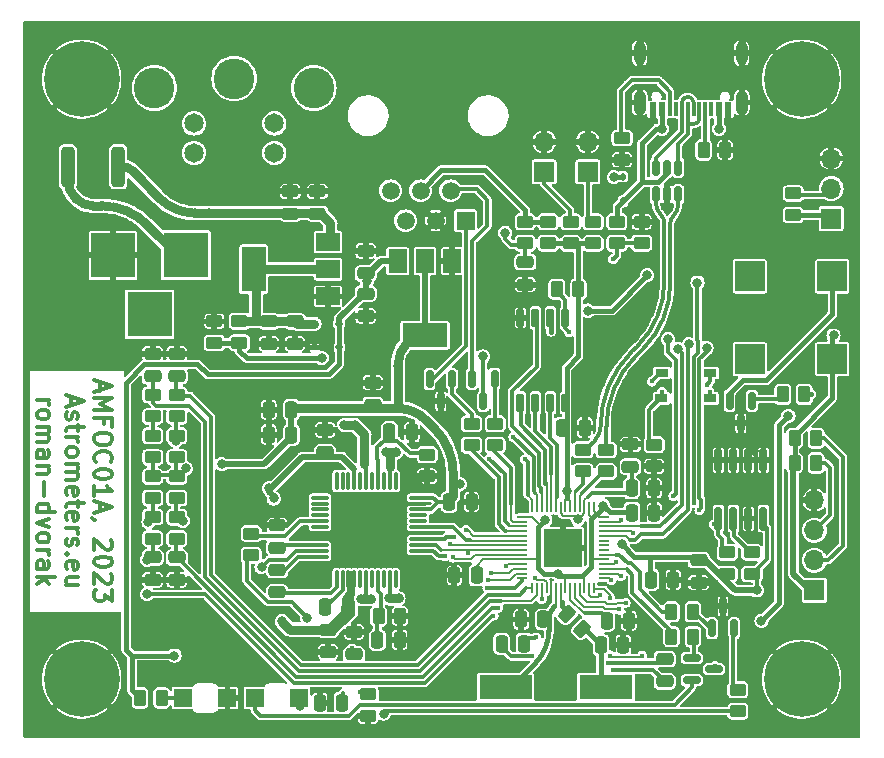
<source format=gbr>
%TF.GenerationSoftware,KiCad,Pcbnew,7.0.7-7.0.7~ubuntu23.04.1*%
%TF.CreationDate,2023-08-15T02:26:16+00:00*%
%TF.ProjectId,AMFOC01,414d464f-4330-4312-9e6b-696361645f70,rev?*%
%TF.SameCoordinates,Original*%
%TF.FileFunction,Copper,L1,Top*%
%TF.FilePolarity,Positive*%
%FSLAX46Y46*%
G04 Gerber Fmt 4.6, Leading zero omitted, Abs format (unit mm)*
G04 Created by KiCad (PCBNEW 7.0.7-7.0.7~ubuntu23.04.1) date 2023-08-15 02:26:16*
%MOMM*%
%LPD*%
G01*
G04 APERTURE LIST*
G04 Aperture macros list*
%AMRoundRect*
0 Rectangle with rounded corners*
0 $1 Rounding radius*
0 $2 $3 $4 $5 $6 $7 $8 $9 X,Y pos of 4 corners*
0 Add a 4 corners polygon primitive as box body*
4,1,4,$2,$3,$4,$5,$6,$7,$8,$9,$2,$3,0*
0 Add four circle primitives for the rounded corners*
1,1,$1+$1,$2,$3*
1,1,$1+$1,$4,$5*
1,1,$1+$1,$6,$7*
1,1,$1+$1,$8,$9*
0 Add four rect primitives between the rounded corners*
20,1,$1+$1,$2,$3,$4,$5,0*
20,1,$1+$1,$4,$5,$6,$7,0*
20,1,$1+$1,$6,$7,$8,$9,0*
20,1,$1+$1,$8,$9,$2,$3,0*%
G04 Aperture macros list end*
%ADD10C,0.300000*%
%TA.AperFunction,NonConductor*%
%ADD11C,0.300000*%
%TD*%
%TA.AperFunction,SMDPad,CuDef*%
%ADD12RoundRect,0.250000X-0.262500X-0.450000X0.262500X-0.450000X0.262500X0.450000X-0.262500X0.450000X0*%
%TD*%
%TA.AperFunction,SMDPad,CuDef*%
%ADD13RoundRect,0.250000X0.450000X-0.262500X0.450000X0.262500X-0.450000X0.262500X-0.450000X-0.262500X0*%
%TD*%
%TA.AperFunction,SMDPad,CuDef*%
%ADD14RoundRect,0.250000X-0.475000X0.250000X-0.475000X-0.250000X0.475000X-0.250000X0.475000X0.250000X0*%
%TD*%
%TA.AperFunction,ComponentPad*%
%ADD15R,1.700000X1.700000*%
%TD*%
%TA.AperFunction,ComponentPad*%
%ADD16O,1.700000X1.700000*%
%TD*%
%TA.AperFunction,SMDPad,CuDef*%
%ADD17RoundRect,0.250000X-0.250000X-0.475000X0.250000X-0.475000X0.250000X0.475000X-0.250000X0.475000X0*%
%TD*%
%TA.AperFunction,ComponentPad*%
%ADD18C,0.800000*%
%TD*%
%TA.AperFunction,ComponentPad*%
%ADD19C,6.400000*%
%TD*%
%TA.AperFunction,SMDPad,CuDef*%
%ADD20RoundRect,0.250000X-0.450000X0.262500X-0.450000X-0.262500X0.450000X-0.262500X0.450000X0.262500X0*%
%TD*%
%TA.AperFunction,SMDPad,CuDef*%
%ADD21RoundRect,0.250000X0.250000X0.475000X-0.250000X0.475000X-0.250000X-0.475000X0.250000X-0.475000X0*%
%TD*%
%TA.AperFunction,SMDPad,CuDef*%
%ADD22RoundRect,0.250000X0.475000X-0.250000X0.475000X0.250000X-0.475000X0.250000X-0.475000X-0.250000X0*%
%TD*%
%TA.AperFunction,SMDPad,CuDef*%
%ADD23RoundRect,0.250000X0.262500X0.450000X-0.262500X0.450000X-0.262500X-0.450000X0.262500X-0.450000X0*%
%TD*%
%TA.AperFunction,SMDPad,CuDef*%
%ADD24RoundRect,0.112500X0.187500X0.112500X-0.187500X0.112500X-0.187500X-0.112500X0.187500X-0.112500X0*%
%TD*%
%TA.AperFunction,SMDPad,CuDef*%
%ADD25RoundRect,0.150000X0.150000X-0.587500X0.150000X0.587500X-0.150000X0.587500X-0.150000X-0.587500X0*%
%TD*%
%TA.AperFunction,SMDPad,CuDef*%
%ADD26R,1.050000X0.650000*%
%TD*%
%TA.AperFunction,SMDPad,CuDef*%
%ADD27RoundRect,0.250000X-0.503814X-0.132583X-0.132583X-0.503814X0.503814X0.132583X0.132583X0.503814X0*%
%TD*%
%TA.AperFunction,SMDPad,CuDef*%
%ADD28RoundRect,0.150000X-0.587500X-0.150000X0.587500X-0.150000X0.587500X0.150000X-0.587500X0.150000X0*%
%TD*%
%TA.AperFunction,ComponentPad*%
%ADD29R,1.520000X1.520000*%
%TD*%
%TA.AperFunction,ComponentPad*%
%ADD30C,1.520000*%
%TD*%
%TA.AperFunction,SMDPad,CuDef*%
%ADD31RoundRect,0.150000X-0.150000X0.587500X-0.150000X-0.587500X0.150000X-0.587500X0.150000X0.587500X0*%
%TD*%
%TA.AperFunction,SMDPad,CuDef*%
%ADD32RoundRect,0.112500X-0.112500X0.187500X-0.112500X-0.187500X0.112500X-0.187500X0.112500X0.187500X0*%
%TD*%
%TA.AperFunction,ComponentPad*%
%ADD33C,1.650000*%
%TD*%
%TA.AperFunction,ComponentPad*%
%ADD34C,3.450000*%
%TD*%
%TA.AperFunction,SMDPad,CuDef*%
%ADD35RoundRect,0.150000X-0.150000X0.825000X-0.150000X-0.825000X0.150000X-0.825000X0.150000X0.825000X0*%
%TD*%
%TA.AperFunction,SMDPad,CuDef*%
%ADD36R,1.500000X1.500000*%
%TD*%
%TA.AperFunction,SMDPad,CuDef*%
%ADD37R,1.500000X2.000000*%
%TD*%
%TA.AperFunction,SMDPad,CuDef*%
%ADD38R,3.800000X2.000000*%
%TD*%
%TA.AperFunction,SMDPad,CuDef*%
%ADD39RoundRect,0.250000X-0.312500X-1.450000X0.312500X-1.450000X0.312500X1.450000X-0.312500X1.450000X0*%
%TD*%
%TA.AperFunction,SMDPad,CuDef*%
%ADD40RoundRect,0.075000X0.662500X0.075000X-0.662500X0.075000X-0.662500X-0.075000X0.662500X-0.075000X0*%
%TD*%
%TA.AperFunction,SMDPad,CuDef*%
%ADD41RoundRect,0.075000X0.075000X0.662500X-0.075000X0.662500X-0.075000X-0.662500X0.075000X-0.662500X0*%
%TD*%
%TA.AperFunction,ComponentPad*%
%ADD42C,0.500000*%
%TD*%
%TA.AperFunction,SMDPad,CuDef*%
%ADD43R,5.000000X5.000000*%
%TD*%
%TA.AperFunction,SMDPad,CuDef*%
%ADD44RoundRect,0.150000X0.150000X-0.512500X0.150000X0.512500X-0.150000X0.512500X-0.150000X-0.512500X0*%
%TD*%
%TA.AperFunction,SMDPad,CuDef*%
%ADD45RoundRect,0.150000X-0.150000X0.650000X-0.150000X-0.650000X0.150000X-0.650000X0.150000X0.650000X0*%
%TD*%
%TA.AperFunction,SMDPad,CuDef*%
%ADD46RoundRect,0.050000X-0.387500X-0.050000X0.387500X-0.050000X0.387500X0.050000X-0.387500X0.050000X0*%
%TD*%
%TA.AperFunction,SMDPad,CuDef*%
%ADD47RoundRect,0.050000X-0.050000X-0.387500X0.050000X-0.387500X0.050000X0.387500X-0.050000X0.387500X0*%
%TD*%
%TA.AperFunction,SMDPad,CuDef*%
%ADD48R,3.200000X3.200000*%
%TD*%
%TA.AperFunction,SMDPad,CuDef*%
%ADD49R,2.500000X2.500000*%
%TD*%
%TA.AperFunction,SMDPad,CuDef*%
%ADD50R,0.600000X1.150000*%
%TD*%
%TA.AperFunction,SMDPad,CuDef*%
%ADD51R,0.300000X1.150000*%
%TD*%
%TA.AperFunction,ComponentPad*%
%ADD52O,1.000000X2.000000*%
%TD*%
%TA.AperFunction,ComponentPad*%
%ADD53O,1.050000X2.100000*%
%TD*%
%TA.AperFunction,SMDPad,CuDef*%
%ADD54R,2.000000X1.500000*%
%TD*%
%TA.AperFunction,SMDPad,CuDef*%
%ADD55R,2.000000X3.800000*%
%TD*%
%TA.AperFunction,SMDPad,CuDef*%
%ADD56R,4.500000X2.000000*%
%TD*%
%TA.AperFunction,ComponentPad*%
%ADD57R,3.810000X3.810000*%
%TD*%
%TA.AperFunction,ViaPad*%
%ADD58C,0.450000*%
%TD*%
%TA.AperFunction,ViaPad*%
%ADD59C,0.800000*%
%TD*%
%TA.AperFunction,ViaPad*%
%ADD60C,0.350000*%
%TD*%
%TA.AperFunction,Conductor*%
%ADD61C,0.300000*%
%TD*%
%TA.AperFunction,Conductor*%
%ADD62C,0.500000*%
%TD*%
%TA.AperFunction,Conductor*%
%ADD63C,0.400000*%
%TD*%
%TA.AperFunction,Conductor*%
%ADD64C,0.200000*%
%TD*%
%TA.AperFunction,Conductor*%
%ADD65C,0.800000*%
%TD*%
%TA.AperFunction,Conductor*%
%ADD66C,0.250000*%
%TD*%
G04 APERTURE END LIST*
D10*
D11*
X6477742Y-30630001D02*
X6477742Y-31344287D01*
X6049171Y-30487144D02*
X7549171Y-30987144D01*
X7549171Y-30987144D02*
X6049171Y-31487144D01*
X6049171Y-31987143D02*
X7549171Y-31987143D01*
X7549171Y-31987143D02*
X6477742Y-32487143D01*
X6477742Y-32487143D02*
X7549171Y-32987143D01*
X7549171Y-32987143D02*
X6049171Y-32987143D01*
X6834885Y-34201429D02*
X6834885Y-33701429D01*
X6049171Y-33701429D02*
X7549171Y-33701429D01*
X7549171Y-33701429D02*
X7549171Y-34415715D01*
X7549171Y-35272858D02*
X7549171Y-35558572D01*
X7549171Y-35558572D02*
X7477742Y-35701429D01*
X7477742Y-35701429D02*
X7334885Y-35844286D01*
X7334885Y-35844286D02*
X7049171Y-35915715D01*
X7049171Y-35915715D02*
X6549171Y-35915715D01*
X6549171Y-35915715D02*
X6263457Y-35844286D01*
X6263457Y-35844286D02*
X6120600Y-35701429D01*
X6120600Y-35701429D02*
X6049171Y-35558572D01*
X6049171Y-35558572D02*
X6049171Y-35272858D01*
X6049171Y-35272858D02*
X6120600Y-35130001D01*
X6120600Y-35130001D02*
X6263457Y-34987143D01*
X6263457Y-34987143D02*
X6549171Y-34915715D01*
X6549171Y-34915715D02*
X7049171Y-34915715D01*
X7049171Y-34915715D02*
X7334885Y-34987143D01*
X7334885Y-34987143D02*
X7477742Y-35130001D01*
X7477742Y-35130001D02*
X7549171Y-35272858D01*
X6192028Y-37415715D02*
X6120600Y-37344287D01*
X6120600Y-37344287D02*
X6049171Y-37130001D01*
X6049171Y-37130001D02*
X6049171Y-36987144D01*
X6049171Y-36987144D02*
X6120600Y-36772858D01*
X6120600Y-36772858D02*
X6263457Y-36630001D01*
X6263457Y-36630001D02*
X6406314Y-36558572D01*
X6406314Y-36558572D02*
X6692028Y-36487144D01*
X6692028Y-36487144D02*
X6906314Y-36487144D01*
X6906314Y-36487144D02*
X7192028Y-36558572D01*
X7192028Y-36558572D02*
X7334885Y-36630001D01*
X7334885Y-36630001D02*
X7477742Y-36772858D01*
X7477742Y-36772858D02*
X7549171Y-36987144D01*
X7549171Y-36987144D02*
X7549171Y-37130001D01*
X7549171Y-37130001D02*
X7477742Y-37344287D01*
X7477742Y-37344287D02*
X7406314Y-37415715D01*
X7549171Y-38344287D02*
X7549171Y-38487144D01*
X7549171Y-38487144D02*
X7477742Y-38630001D01*
X7477742Y-38630001D02*
X7406314Y-38701430D01*
X7406314Y-38701430D02*
X7263457Y-38772858D01*
X7263457Y-38772858D02*
X6977742Y-38844287D01*
X6977742Y-38844287D02*
X6620600Y-38844287D01*
X6620600Y-38844287D02*
X6334885Y-38772858D01*
X6334885Y-38772858D02*
X6192028Y-38701430D01*
X6192028Y-38701430D02*
X6120600Y-38630001D01*
X6120600Y-38630001D02*
X6049171Y-38487144D01*
X6049171Y-38487144D02*
X6049171Y-38344287D01*
X6049171Y-38344287D02*
X6120600Y-38201430D01*
X6120600Y-38201430D02*
X6192028Y-38130001D01*
X6192028Y-38130001D02*
X6334885Y-38058572D01*
X6334885Y-38058572D02*
X6620600Y-37987144D01*
X6620600Y-37987144D02*
X6977742Y-37987144D01*
X6977742Y-37987144D02*
X7263457Y-38058572D01*
X7263457Y-38058572D02*
X7406314Y-38130001D01*
X7406314Y-38130001D02*
X7477742Y-38201430D01*
X7477742Y-38201430D02*
X7549171Y-38344287D01*
X6049171Y-40272858D02*
X6049171Y-39415715D01*
X6049171Y-39844286D02*
X7549171Y-39844286D01*
X7549171Y-39844286D02*
X7334885Y-39701429D01*
X7334885Y-39701429D02*
X7192028Y-39558572D01*
X7192028Y-39558572D02*
X7120600Y-39415715D01*
X6477742Y-40844286D02*
X6477742Y-41558572D01*
X6049171Y-40701429D02*
X7549171Y-41201429D01*
X7549171Y-41201429D02*
X6049171Y-41701429D01*
X6120600Y-42272857D02*
X6049171Y-42272857D01*
X6049171Y-42272857D02*
X5906314Y-42201428D01*
X5906314Y-42201428D02*
X5834885Y-42130000D01*
X7406314Y-43987143D02*
X7477742Y-44058571D01*
X7477742Y-44058571D02*
X7549171Y-44201429D01*
X7549171Y-44201429D02*
X7549171Y-44558571D01*
X7549171Y-44558571D02*
X7477742Y-44701429D01*
X7477742Y-44701429D02*
X7406314Y-44772857D01*
X7406314Y-44772857D02*
X7263457Y-44844286D01*
X7263457Y-44844286D02*
X7120600Y-44844286D01*
X7120600Y-44844286D02*
X6906314Y-44772857D01*
X6906314Y-44772857D02*
X6049171Y-43915714D01*
X6049171Y-43915714D02*
X6049171Y-44844286D01*
X7549171Y-45772857D02*
X7549171Y-45915714D01*
X7549171Y-45915714D02*
X7477742Y-46058571D01*
X7477742Y-46058571D02*
X7406314Y-46130000D01*
X7406314Y-46130000D02*
X7263457Y-46201428D01*
X7263457Y-46201428D02*
X6977742Y-46272857D01*
X6977742Y-46272857D02*
X6620600Y-46272857D01*
X6620600Y-46272857D02*
X6334885Y-46201428D01*
X6334885Y-46201428D02*
X6192028Y-46130000D01*
X6192028Y-46130000D02*
X6120600Y-46058571D01*
X6120600Y-46058571D02*
X6049171Y-45915714D01*
X6049171Y-45915714D02*
X6049171Y-45772857D01*
X6049171Y-45772857D02*
X6120600Y-45630000D01*
X6120600Y-45630000D02*
X6192028Y-45558571D01*
X6192028Y-45558571D02*
X6334885Y-45487142D01*
X6334885Y-45487142D02*
X6620600Y-45415714D01*
X6620600Y-45415714D02*
X6977742Y-45415714D01*
X6977742Y-45415714D02*
X7263457Y-45487142D01*
X7263457Y-45487142D02*
X7406314Y-45558571D01*
X7406314Y-45558571D02*
X7477742Y-45630000D01*
X7477742Y-45630000D02*
X7549171Y-45772857D01*
X7406314Y-46844285D02*
X7477742Y-46915713D01*
X7477742Y-46915713D02*
X7549171Y-47058571D01*
X7549171Y-47058571D02*
X7549171Y-47415713D01*
X7549171Y-47415713D02*
X7477742Y-47558571D01*
X7477742Y-47558571D02*
X7406314Y-47629999D01*
X7406314Y-47629999D02*
X7263457Y-47701428D01*
X7263457Y-47701428D02*
X7120600Y-47701428D01*
X7120600Y-47701428D02*
X6906314Y-47629999D01*
X6906314Y-47629999D02*
X6049171Y-46772856D01*
X6049171Y-46772856D02*
X6049171Y-47701428D01*
X7549171Y-48201427D02*
X7549171Y-49129999D01*
X7549171Y-49129999D02*
X6977742Y-48629999D01*
X6977742Y-48629999D02*
X6977742Y-48844284D01*
X6977742Y-48844284D02*
X6906314Y-48987142D01*
X6906314Y-48987142D02*
X6834885Y-49058570D01*
X6834885Y-49058570D02*
X6692028Y-49129999D01*
X6692028Y-49129999D02*
X6334885Y-49129999D01*
X6334885Y-49129999D02*
X6192028Y-49058570D01*
X6192028Y-49058570D02*
X6120600Y-48987142D01*
X6120600Y-48987142D02*
X6049171Y-48844284D01*
X6049171Y-48844284D02*
X6049171Y-48415713D01*
X6049171Y-48415713D02*
X6120600Y-48272856D01*
X6120600Y-48272856D02*
X6192028Y-48201427D01*
X4062742Y-31880000D02*
X4062742Y-32594286D01*
X3634171Y-31737143D02*
X5134171Y-32237143D01*
X5134171Y-32237143D02*
X3634171Y-32737143D01*
X3705600Y-33165714D02*
X3634171Y-33308571D01*
X3634171Y-33308571D02*
X3634171Y-33594285D01*
X3634171Y-33594285D02*
X3705600Y-33737142D01*
X3705600Y-33737142D02*
X3848457Y-33808571D01*
X3848457Y-33808571D02*
X3919885Y-33808571D01*
X3919885Y-33808571D02*
X4062742Y-33737142D01*
X4062742Y-33737142D02*
X4134171Y-33594285D01*
X4134171Y-33594285D02*
X4134171Y-33380000D01*
X4134171Y-33380000D02*
X4205600Y-33237142D01*
X4205600Y-33237142D02*
X4348457Y-33165714D01*
X4348457Y-33165714D02*
X4419885Y-33165714D01*
X4419885Y-33165714D02*
X4562742Y-33237142D01*
X4562742Y-33237142D02*
X4634171Y-33380000D01*
X4634171Y-33380000D02*
X4634171Y-33594285D01*
X4634171Y-33594285D02*
X4562742Y-33737142D01*
X4634171Y-34237143D02*
X4634171Y-34808571D01*
X5134171Y-34451428D02*
X3848457Y-34451428D01*
X3848457Y-34451428D02*
X3705600Y-34522857D01*
X3705600Y-34522857D02*
X3634171Y-34665714D01*
X3634171Y-34665714D02*
X3634171Y-34808571D01*
X3634171Y-35308571D02*
X4634171Y-35308571D01*
X4348457Y-35308571D02*
X4491314Y-35380000D01*
X4491314Y-35380000D02*
X4562742Y-35451429D01*
X4562742Y-35451429D02*
X4634171Y-35594286D01*
X4634171Y-35594286D02*
X4634171Y-35737143D01*
X3634171Y-36451428D02*
X3705600Y-36308571D01*
X3705600Y-36308571D02*
X3777028Y-36237142D01*
X3777028Y-36237142D02*
X3919885Y-36165714D01*
X3919885Y-36165714D02*
X4348457Y-36165714D01*
X4348457Y-36165714D02*
X4491314Y-36237142D01*
X4491314Y-36237142D02*
X4562742Y-36308571D01*
X4562742Y-36308571D02*
X4634171Y-36451428D01*
X4634171Y-36451428D02*
X4634171Y-36665714D01*
X4634171Y-36665714D02*
X4562742Y-36808571D01*
X4562742Y-36808571D02*
X4491314Y-36880000D01*
X4491314Y-36880000D02*
X4348457Y-36951428D01*
X4348457Y-36951428D02*
X3919885Y-36951428D01*
X3919885Y-36951428D02*
X3777028Y-36880000D01*
X3777028Y-36880000D02*
X3705600Y-36808571D01*
X3705600Y-36808571D02*
X3634171Y-36665714D01*
X3634171Y-36665714D02*
X3634171Y-36451428D01*
X3634171Y-37594285D02*
X4634171Y-37594285D01*
X4491314Y-37594285D02*
X4562742Y-37665714D01*
X4562742Y-37665714D02*
X4634171Y-37808571D01*
X4634171Y-37808571D02*
X4634171Y-38022857D01*
X4634171Y-38022857D02*
X4562742Y-38165714D01*
X4562742Y-38165714D02*
X4419885Y-38237143D01*
X4419885Y-38237143D02*
X3634171Y-38237143D01*
X4419885Y-38237143D02*
X4562742Y-38308571D01*
X4562742Y-38308571D02*
X4634171Y-38451428D01*
X4634171Y-38451428D02*
X4634171Y-38665714D01*
X4634171Y-38665714D02*
X4562742Y-38808571D01*
X4562742Y-38808571D02*
X4419885Y-38880000D01*
X4419885Y-38880000D02*
X3634171Y-38880000D01*
X3705600Y-40165714D02*
X3634171Y-40022857D01*
X3634171Y-40022857D02*
X3634171Y-39737143D01*
X3634171Y-39737143D02*
X3705600Y-39594285D01*
X3705600Y-39594285D02*
X3848457Y-39522857D01*
X3848457Y-39522857D02*
X4419885Y-39522857D01*
X4419885Y-39522857D02*
X4562742Y-39594285D01*
X4562742Y-39594285D02*
X4634171Y-39737143D01*
X4634171Y-39737143D02*
X4634171Y-40022857D01*
X4634171Y-40022857D02*
X4562742Y-40165714D01*
X4562742Y-40165714D02*
X4419885Y-40237143D01*
X4419885Y-40237143D02*
X4277028Y-40237143D01*
X4277028Y-40237143D02*
X4134171Y-39522857D01*
X4634171Y-40665714D02*
X4634171Y-41237142D01*
X5134171Y-40879999D02*
X3848457Y-40879999D01*
X3848457Y-40879999D02*
X3705600Y-40951428D01*
X3705600Y-40951428D02*
X3634171Y-41094285D01*
X3634171Y-41094285D02*
X3634171Y-41237142D01*
X3705600Y-42308571D02*
X3634171Y-42165714D01*
X3634171Y-42165714D02*
X3634171Y-41880000D01*
X3634171Y-41880000D02*
X3705600Y-41737142D01*
X3705600Y-41737142D02*
X3848457Y-41665714D01*
X3848457Y-41665714D02*
X4419885Y-41665714D01*
X4419885Y-41665714D02*
X4562742Y-41737142D01*
X4562742Y-41737142D02*
X4634171Y-41880000D01*
X4634171Y-41880000D02*
X4634171Y-42165714D01*
X4634171Y-42165714D02*
X4562742Y-42308571D01*
X4562742Y-42308571D02*
X4419885Y-42380000D01*
X4419885Y-42380000D02*
X4277028Y-42380000D01*
X4277028Y-42380000D02*
X4134171Y-41665714D01*
X3634171Y-43022856D02*
X4634171Y-43022856D01*
X4348457Y-43022856D02*
X4491314Y-43094285D01*
X4491314Y-43094285D02*
X4562742Y-43165714D01*
X4562742Y-43165714D02*
X4634171Y-43308571D01*
X4634171Y-43308571D02*
X4634171Y-43451428D01*
X3705600Y-43879999D02*
X3634171Y-44022856D01*
X3634171Y-44022856D02*
X3634171Y-44308570D01*
X3634171Y-44308570D02*
X3705600Y-44451427D01*
X3705600Y-44451427D02*
X3848457Y-44522856D01*
X3848457Y-44522856D02*
X3919885Y-44522856D01*
X3919885Y-44522856D02*
X4062742Y-44451427D01*
X4062742Y-44451427D02*
X4134171Y-44308570D01*
X4134171Y-44308570D02*
X4134171Y-44094285D01*
X4134171Y-44094285D02*
X4205600Y-43951427D01*
X4205600Y-43951427D02*
X4348457Y-43879999D01*
X4348457Y-43879999D02*
X4419885Y-43879999D01*
X4419885Y-43879999D02*
X4562742Y-43951427D01*
X4562742Y-43951427D02*
X4634171Y-44094285D01*
X4634171Y-44094285D02*
X4634171Y-44308570D01*
X4634171Y-44308570D02*
X4562742Y-44451427D01*
X3777028Y-45165713D02*
X3705600Y-45237142D01*
X3705600Y-45237142D02*
X3634171Y-45165713D01*
X3634171Y-45165713D02*
X3705600Y-45094285D01*
X3705600Y-45094285D02*
X3777028Y-45165713D01*
X3777028Y-45165713D02*
X3634171Y-45165713D01*
X3705600Y-46451428D02*
X3634171Y-46308571D01*
X3634171Y-46308571D02*
X3634171Y-46022857D01*
X3634171Y-46022857D02*
X3705600Y-45879999D01*
X3705600Y-45879999D02*
X3848457Y-45808571D01*
X3848457Y-45808571D02*
X4419885Y-45808571D01*
X4419885Y-45808571D02*
X4562742Y-45879999D01*
X4562742Y-45879999D02*
X4634171Y-46022857D01*
X4634171Y-46022857D02*
X4634171Y-46308571D01*
X4634171Y-46308571D02*
X4562742Y-46451428D01*
X4562742Y-46451428D02*
X4419885Y-46522857D01*
X4419885Y-46522857D02*
X4277028Y-46522857D01*
X4277028Y-46522857D02*
X4134171Y-45808571D01*
X4634171Y-47808571D02*
X3634171Y-47808571D01*
X4634171Y-47165713D02*
X3848457Y-47165713D01*
X3848457Y-47165713D02*
X3705600Y-47237142D01*
X3705600Y-47237142D02*
X3634171Y-47379999D01*
X3634171Y-47379999D02*
X3634171Y-47594285D01*
X3634171Y-47594285D02*
X3705600Y-47737142D01*
X3705600Y-47737142D02*
X3777028Y-47808571D01*
X1219171Y-32129999D02*
X2219171Y-32129999D01*
X1933457Y-32129999D02*
X2076314Y-32201428D01*
X2076314Y-32201428D02*
X2147742Y-32272857D01*
X2147742Y-32272857D02*
X2219171Y-32415714D01*
X2219171Y-32415714D02*
X2219171Y-32558571D01*
X1219171Y-33272856D02*
X1290600Y-33129999D01*
X1290600Y-33129999D02*
X1362028Y-33058570D01*
X1362028Y-33058570D02*
X1504885Y-32987142D01*
X1504885Y-32987142D02*
X1933457Y-32987142D01*
X1933457Y-32987142D02*
X2076314Y-33058570D01*
X2076314Y-33058570D02*
X2147742Y-33129999D01*
X2147742Y-33129999D02*
X2219171Y-33272856D01*
X2219171Y-33272856D02*
X2219171Y-33487142D01*
X2219171Y-33487142D02*
X2147742Y-33629999D01*
X2147742Y-33629999D02*
X2076314Y-33701428D01*
X2076314Y-33701428D02*
X1933457Y-33772856D01*
X1933457Y-33772856D02*
X1504885Y-33772856D01*
X1504885Y-33772856D02*
X1362028Y-33701428D01*
X1362028Y-33701428D02*
X1290600Y-33629999D01*
X1290600Y-33629999D02*
X1219171Y-33487142D01*
X1219171Y-33487142D02*
X1219171Y-33272856D01*
X1219171Y-34415713D02*
X2219171Y-34415713D01*
X2076314Y-34415713D02*
X2147742Y-34487142D01*
X2147742Y-34487142D02*
X2219171Y-34629999D01*
X2219171Y-34629999D02*
X2219171Y-34844285D01*
X2219171Y-34844285D02*
X2147742Y-34987142D01*
X2147742Y-34987142D02*
X2004885Y-35058571D01*
X2004885Y-35058571D02*
X1219171Y-35058571D01*
X2004885Y-35058571D02*
X2147742Y-35129999D01*
X2147742Y-35129999D02*
X2219171Y-35272856D01*
X2219171Y-35272856D02*
X2219171Y-35487142D01*
X2219171Y-35487142D02*
X2147742Y-35629999D01*
X2147742Y-35629999D02*
X2004885Y-35701428D01*
X2004885Y-35701428D02*
X1219171Y-35701428D01*
X1219171Y-37058571D02*
X2004885Y-37058571D01*
X2004885Y-37058571D02*
X2147742Y-36987142D01*
X2147742Y-36987142D02*
X2219171Y-36844285D01*
X2219171Y-36844285D02*
X2219171Y-36558571D01*
X2219171Y-36558571D02*
X2147742Y-36415713D01*
X1290600Y-37058571D02*
X1219171Y-36915713D01*
X1219171Y-36915713D02*
X1219171Y-36558571D01*
X1219171Y-36558571D02*
X1290600Y-36415713D01*
X1290600Y-36415713D02*
X1433457Y-36344285D01*
X1433457Y-36344285D02*
X1576314Y-36344285D01*
X1576314Y-36344285D02*
X1719171Y-36415713D01*
X1719171Y-36415713D02*
X1790600Y-36558571D01*
X1790600Y-36558571D02*
X1790600Y-36915713D01*
X1790600Y-36915713D02*
X1862028Y-37058571D01*
X2219171Y-37772856D02*
X1219171Y-37772856D01*
X2076314Y-37772856D02*
X2147742Y-37844285D01*
X2147742Y-37844285D02*
X2219171Y-37987142D01*
X2219171Y-37987142D02*
X2219171Y-38201428D01*
X2219171Y-38201428D02*
X2147742Y-38344285D01*
X2147742Y-38344285D02*
X2004885Y-38415714D01*
X2004885Y-38415714D02*
X1219171Y-38415714D01*
X1790600Y-39129999D02*
X1790600Y-40272857D01*
X1219171Y-41630000D02*
X2719171Y-41630000D01*
X1290600Y-41630000D02*
X1219171Y-41487142D01*
X1219171Y-41487142D02*
X1219171Y-41201428D01*
X1219171Y-41201428D02*
X1290600Y-41058571D01*
X1290600Y-41058571D02*
X1362028Y-40987142D01*
X1362028Y-40987142D02*
X1504885Y-40915714D01*
X1504885Y-40915714D02*
X1933457Y-40915714D01*
X1933457Y-40915714D02*
X2076314Y-40987142D01*
X2076314Y-40987142D02*
X2147742Y-41058571D01*
X2147742Y-41058571D02*
X2219171Y-41201428D01*
X2219171Y-41201428D02*
X2219171Y-41487142D01*
X2219171Y-41487142D02*
X2147742Y-41630000D01*
X2219171Y-42201428D02*
X1219171Y-42558571D01*
X1219171Y-42558571D02*
X2219171Y-42915714D01*
X1219171Y-43701428D02*
X1290600Y-43558571D01*
X1290600Y-43558571D02*
X1362028Y-43487142D01*
X1362028Y-43487142D02*
X1504885Y-43415714D01*
X1504885Y-43415714D02*
X1933457Y-43415714D01*
X1933457Y-43415714D02*
X2076314Y-43487142D01*
X2076314Y-43487142D02*
X2147742Y-43558571D01*
X2147742Y-43558571D02*
X2219171Y-43701428D01*
X2219171Y-43701428D02*
X2219171Y-43915714D01*
X2219171Y-43915714D02*
X2147742Y-44058571D01*
X2147742Y-44058571D02*
X2076314Y-44130000D01*
X2076314Y-44130000D02*
X1933457Y-44201428D01*
X1933457Y-44201428D02*
X1504885Y-44201428D01*
X1504885Y-44201428D02*
X1362028Y-44130000D01*
X1362028Y-44130000D02*
X1290600Y-44058571D01*
X1290600Y-44058571D02*
X1219171Y-43915714D01*
X1219171Y-43915714D02*
X1219171Y-43701428D01*
X1219171Y-44844285D02*
X2219171Y-44844285D01*
X1933457Y-44844285D02*
X2076314Y-44915714D01*
X2076314Y-44915714D02*
X2147742Y-44987143D01*
X2147742Y-44987143D02*
X2219171Y-45130000D01*
X2219171Y-45130000D02*
X2219171Y-45272857D01*
X1219171Y-46415714D02*
X2004885Y-46415714D01*
X2004885Y-46415714D02*
X2147742Y-46344285D01*
X2147742Y-46344285D02*
X2219171Y-46201428D01*
X2219171Y-46201428D02*
X2219171Y-45915714D01*
X2219171Y-45915714D02*
X2147742Y-45772856D01*
X1290600Y-46415714D02*
X1219171Y-46272856D01*
X1219171Y-46272856D02*
X1219171Y-45915714D01*
X1219171Y-45915714D02*
X1290600Y-45772856D01*
X1290600Y-45772856D02*
X1433457Y-45701428D01*
X1433457Y-45701428D02*
X1576314Y-45701428D01*
X1576314Y-45701428D02*
X1719171Y-45772856D01*
X1719171Y-45772856D02*
X1790600Y-45915714D01*
X1790600Y-45915714D02*
X1790600Y-46272856D01*
X1790600Y-46272856D02*
X1862028Y-46415714D01*
X1219171Y-47129999D02*
X2719171Y-47129999D01*
X1790600Y-47272857D02*
X1219171Y-47701428D01*
X2219171Y-47701428D02*
X1647742Y-47129999D01*
D12*
%TO.P,R1,1*%
%TO.N,Net-(J2-CC1)*%
X57620000Y-10980000D03*
%TO.P,R1,2*%
%TO.N,GND*%
X59445000Y-10980000D03*
%TD*%
D13*
%TO.P,R19,1*%
%TO.N,Net-(R19-Pad1)*%
X13020000Y-40442500D03*
%TO.P,R19,2*%
%TO.N,+3V3*%
X13020000Y-38617500D03*
%TD*%
D12*
%TO.P,R32,1*%
%TO.N,/LED0A*%
X54895000Y-52180000D03*
%TO.P,R32,2*%
%TO.N,Net-(Q4-B)*%
X56720000Y-52180000D03*
%TD*%
D14*
%TO.P,C7,1*%
%TO.N,+5VA*%
X20820000Y-25480000D03*
%TO.P,C7,2*%
%TO.N,GND*%
X20820000Y-27380000D03*
%TD*%
D15*
%TO.P,J9,1,Pin_1*%
%TO.N,/ADC2*%
X47820000Y-12830000D03*
D16*
%TO.P,J9,2,Pin_2*%
%TO.N,GND*%
X47820000Y-10290000D03*
%TD*%
D14*
%TO.P,C1,1*%
%TO.N,+5V*%
X29020000Y-23130000D03*
%TO.P,C1,2*%
%TO.N,GND*%
X29020000Y-25030000D03*
%TD*%
D12*
%TO.P,R31,1*%
%TO.N,+3V3*%
X65320000Y-37480000D03*
%TO.P,R31,2*%
%TO.N,/TX{slash}SDA*%
X67145000Y-37480000D03*
%TD*%
D17*
%TO.P,C24,1*%
%TO.N,GND*%
X25120000Y-57780000D03*
%TO.P,C24,2*%
%TO.N,Net-(C24-Pad2)*%
X27020000Y-57780000D03*
%TD*%
D13*
%TO.P,R12,1*%
%TO.N,+3V3*%
X59620000Y-46880000D03*
%TO.P,R12,2*%
%TO.N,/SDA1*%
X59620000Y-45055000D03*
%TD*%
D18*
%TO.P,H4,1,1*%
%TO.N,GND*%
X63540000Y-4980000D03*
X64242944Y-3282944D03*
X64242944Y-6677056D03*
X65940000Y-2580000D03*
D19*
X65940000Y-4980000D03*
D18*
X65940000Y-7380000D03*
X67637056Y-3282944D03*
X67637056Y-6677056D03*
X68340000Y-4980000D03*
%TD*%
D17*
%TO.P,C17,1*%
%TO.N,+3V3*%
X45670000Y-34480000D03*
%TO.P,C17,2*%
%TO.N,GND*%
X47570000Y-34480000D03*
%TD*%
D20*
%TO.P,R3,1*%
%TO.N,Net-(R3-Pad1)*%
X53450000Y-35945000D03*
%TO.P,R3,2*%
%TO.N,GND*%
X53450000Y-37770000D03*
%TD*%
%TO.P,R38,1*%
%TO.N,+5VD*%
X50270000Y-17055000D03*
%TO.P,R38,2*%
%TO.N,/USB_PWR_SENS*%
X50270000Y-18880000D03*
%TD*%
D12*
%TO.P,R34,1*%
%TO.N,Net-(U7-BRA)*%
X30100000Y-50460000D03*
%TO.P,R34,2*%
%TO.N,GND*%
X31925000Y-50460000D03*
%TD*%
D20*
%TO.P,R16,1*%
%TO.N,Net-(J8-Pad26)*%
X29220000Y-57080000D03*
%TO.P,R16,2*%
%TO.N,GND*%
X29220000Y-58905000D03*
%TD*%
D21*
%TO.P,C28,1*%
%TO.N,+12V*%
X27500000Y-49660000D03*
%TO.P,C28,2*%
%TO.N,Net-(U7-VCP)*%
X25600000Y-49660000D03*
%TD*%
D22*
%TO.P,C13,1*%
%TO.N,+3V3*%
X29620000Y-32580000D03*
%TO.P,C13,2*%
%TO.N,GND*%
X29620000Y-30680000D03*
%TD*%
D13*
%TO.P,R39,1*%
%TO.N,/USB_PWR_SENS*%
X52370000Y-18880000D03*
%TO.P,R39,2*%
%TO.N,GND*%
X52370000Y-17055000D03*
%TD*%
%TO.P,R29,1*%
%TO.N,/LED1B*%
X37970000Y-35980000D03*
%TO.P,R29,2*%
%TO.N,Net-(Q3-B)*%
X37970000Y-34155000D03*
%TD*%
D23*
%TO.P,R9,1*%
%TO.N,Net-(D1-A)*%
X11732500Y-57380000D03*
%TO.P,R9,2*%
%TO.N,+5V*%
X9907500Y-57380000D03*
%TD*%
D20*
%TO.P,R18,1*%
%TO.N,Net-(R18-Pad1)*%
X13020000Y-35180000D03*
%TO.P,R18,2*%
%TO.N,+3V3*%
X13020000Y-37005000D03*
%TD*%
D23*
%TO.P,R4,1*%
%TO.N,+3V3*%
X47020000Y-22780000D03*
%TO.P,R4,2*%
%TO.N,Net-(U4-~{CS})*%
X45195000Y-22780000D03*
%TD*%
D17*
%TO.P,C6,1*%
%TO.N,+1V1*%
X49400000Y-50850000D03*
%TO.P,C6,2*%
%TO.N,GND*%
X51300000Y-50850000D03*
%TD*%
D24*
%TO.P,D3,1,K*%
%TO.N,+5V*%
X26770000Y-25680000D03*
%TO.P,D3,2,A*%
%TO.N,+5VA*%
X24670000Y-25680000D03*
%TD*%
D14*
%TO.P,C30,1*%
%TO.N,/BTN_D*%
X10970000Y-45480000D03*
%TO.P,C30,2*%
%TO.N,GND*%
X10970000Y-47380000D03*
%TD*%
D13*
%TO.P,R17,1*%
%TO.N,+3V3*%
X48270000Y-18892500D03*
%TO.P,R17,2*%
%TO.N,/ADC2*%
X48270000Y-17067500D03*
%TD*%
%TO.P,R22,1*%
%TO.N,/BTN_C*%
X13020000Y-43892500D03*
%TO.P,R22,2*%
%TO.N,Net-(R19-Pad1)*%
X13020000Y-42067500D03*
%TD*%
D14*
%TO.P,C23,1*%
%TO.N,GND*%
X28020000Y-51780000D03*
%TO.P,C23,2*%
%TO.N,Net-(C23-Pad2)*%
X28020000Y-53680000D03*
%TD*%
D20*
%TO.P,R14,1*%
%TO.N,+5VA*%
X18320000Y-25480000D03*
%TO.P,R14,2*%
%TO.N,/EXT_PWR_SENS*%
X18320000Y-27305000D03*
%TD*%
D22*
%TO.P,C25,1*%
%TO.N,/BTN_A*%
X13020000Y-30130000D03*
%TO.P,C25,2*%
%TO.N,GND*%
X13020000Y-28230000D03*
%TD*%
D24*
%TO.P,D5,1,K*%
%TO.N,+5V*%
X26790000Y-27690000D03*
%TO.P,D5,2,A*%
%TO.N,GND*%
X24690000Y-27690000D03*
%TD*%
D25*
%TO.P,Q5,1,B*%
%TO.N,Net-(Q5-B)*%
X58320000Y-51480000D03*
%TO.P,Q5,2,C*%
%TO.N,Net-(Q5-C)*%
X60220000Y-51480000D03*
%TO.P,Q5,3,E*%
%TO.N,GND*%
X59270000Y-49605000D03*
%TD*%
D21*
%TO.P,C15,1*%
%TO.N,+3V3*%
X38420000Y-46980000D03*
%TO.P,C15,2*%
%TO.N,GND*%
X36520000Y-46980000D03*
%TD*%
D26*
%TO.P,SW1,1,1*%
%TO.N,Net-(R3-Pad1)*%
X58195000Y-32010000D03*
X54045000Y-32010000D03*
%TO.P,SW1,2,2*%
%TO.N,Net-(U4-~{CS})*%
X58195000Y-29860000D03*
X54070000Y-29860000D03*
%TD*%
D20*
%TO.P,R5,1*%
%TO.N,/USB_DP*%
X47400000Y-36367500D03*
%TO.P,R5,2*%
%TO.N,Net-(U5-USB_DP)*%
X47400000Y-38192500D03*
%TD*%
D14*
%TO.P,C32,1*%
%TO.N,+12V*%
X25820000Y-51580000D03*
%TO.P,C32,2*%
%TO.N,GND*%
X25820000Y-53480000D03*
%TD*%
D27*
%TO.P,R7,1*%
%TO.N,Net-(U5-XOUT)*%
X46070000Y-50250000D03*
%TO.P,R7,2*%
%TO.N,Net-(C10-Pad2)*%
X47360470Y-51540470D03*
%TD*%
D12*
%TO.P,R33,1*%
%TO.N,/LED0B*%
X54895000Y-50080000D03*
%TO.P,R33,2*%
%TO.N,Net-(Q5-B)*%
X56720000Y-50080000D03*
%TD*%
%TO.P,R11,1*%
%TO.N,Net-(Q1-B)*%
X64320000Y-31680000D03*
%TO.P,R11,2*%
%TO.N,/BUZ_PWM*%
X66145000Y-31680000D03*
%TD*%
D20*
%TO.P,R6,1*%
%TO.N,/USB_DN*%
X49380000Y-36375000D03*
%TO.P,R6,2*%
%TO.N,Net-(U5-USB_DM)*%
X49380000Y-38200000D03*
%TD*%
D14*
%TO.P,C20,1*%
%TO.N,+3V3*%
X57200000Y-45710000D03*
%TO.P,C20,2*%
%TO.N,GND*%
X57200000Y-47610000D03*
%TD*%
D17*
%TO.P,C16,1*%
%TO.N,+3V3*%
X53150000Y-47360000D03*
%TO.P,C16,2*%
%TO.N,GND*%
X55050000Y-47360000D03*
%TD*%
D14*
%TO.P,C21,1*%
%TO.N,Net-(C21-Pad1)*%
X54320000Y-54080000D03*
%TO.P,C21,2*%
%TO.N,Net-(C21-Pad2)*%
X54320000Y-55980000D03*
%TD*%
D28*
%TO.P,Q4,1,B*%
%TO.N,Net-(Q4-B)*%
X56620000Y-53980000D03*
%TO.P,Q4,2,C*%
%TO.N,Net-(D4-A)*%
X56620000Y-55880000D03*
%TO.P,Q4,3,E*%
%TO.N,+5V*%
X58495000Y-54930000D03*
%TD*%
D22*
%TO.P,C4,1*%
%TO.N,+12V*%
X22620000Y-16380000D03*
%TO.P,C4,2*%
%TO.N,GND*%
X22620000Y-14480000D03*
%TD*%
D29*
%TO.P,J6,1,Pin_1*%
%TO.N,/LED1B_OUT*%
X37470000Y-16970000D03*
D30*
%TO.P,J6,2,Pin_2*%
%TO.N,/LED1A_OUT*%
X36200000Y-14430000D03*
%TO.P,J6,3,Pin_3*%
%TO.N,GND*%
X34930000Y-16970000D03*
%TO.P,J6,4,Pin_4*%
%TO.N,Net-(J6-Pin_4)*%
X33660000Y-14430000D03*
%TO.P,J6,5,Pin_5*%
%TO.N,/TX{slash}SDA*%
X32390000Y-16970000D03*
%TO.P,J6,6,Pin_6*%
%TO.N,/RX{slash}SCL*%
X31120000Y-14430000D03*
%TD*%
D20*
%TO.P,R25,1*%
%TO.N,/BTN_B*%
X10970000Y-31717500D03*
%TO.P,R25,2*%
%TO.N,Net-(R23-Pad1)*%
X10970000Y-33542500D03*
%TD*%
%TO.P,R21,1*%
%TO.N,/BTN_A*%
X13020000Y-31717500D03*
%TO.P,R21,2*%
%TO.N,Net-(R18-Pad1)*%
X13020000Y-33542500D03*
%TD*%
D31*
%TO.P,Q3,1,B*%
%TO.N,Net-(Q3-B)*%
X36320000Y-30380000D03*
%TO.P,Q3,2,C*%
%TO.N,/LED1B_OUT*%
X34420000Y-30380000D03*
%TO.P,Q3,3,E*%
%TO.N,GND*%
X35370000Y-32255000D03*
%TD*%
D32*
%TO.P,D2,1,K*%
%TO.N,+5V*%
X50770000Y-13230000D03*
%TO.P,D2,2,A*%
%TO.N,+5VD*%
X50770000Y-15330000D03*
%TD*%
D33*
%TO.P,J12,1*%
%TO.N,/M_B1*%
X21270000Y-11229492D03*
%TO.P,J12,2*%
%TO.N,/M_A1*%
X14470000Y-11229492D03*
%TO.P,J12,3*%
%TO.N,/M_B2*%
X21270000Y-8729492D03*
%TO.P,J12,4*%
%TO.N,/M_A2*%
X14470000Y-8729492D03*
D34*
%TO.P,J12,MH1*%
%TO.N,N/C*%
X24620000Y-5729492D03*
X17870000Y-4929492D03*
X11120000Y-5729492D03*
%TD*%
D17*
%TO.P,C9,1*%
%TO.N,GND*%
X42160000Y-50730000D03*
%TO.P,C9,2*%
%TO.N,Net-(U5-XIN)*%
X44060000Y-50730000D03*
%TD*%
D31*
%TO.P,Q1,1,B*%
%TO.N,Net-(Q1-B)*%
X61720000Y-32205000D03*
%TO.P,Q1,2,C*%
%TO.N,Net-(BZ1-+)*%
X59820000Y-32205000D03*
%TO.P,Q1,3,E*%
%TO.N,GND*%
X60770000Y-34080000D03*
%TD*%
D13*
%TO.P,R24,1*%
%TO.N,Net-(R24-Pad1)*%
X10970000Y-40442500D03*
%TO.P,R24,2*%
%TO.N,+3V3*%
X10970000Y-38617500D03*
%TD*%
D35*
%TO.P,U6,1,A0*%
%TO.N,GND*%
X62690000Y-37230000D03*
%TO.P,U6,2,A1*%
X61420000Y-37230000D03*
%TO.P,U6,3,A2*%
X60150000Y-37230000D03*
%TO.P,U6,4,GND*%
X58880000Y-37230000D03*
%TO.P,U6,5,SDA*%
%TO.N,/SDA1*%
X58880000Y-42180000D03*
%TO.P,U6,6,SCL*%
%TO.N,/SCL1*%
X60150000Y-42180000D03*
%TO.P,U6,7,WP*%
%TO.N,GND*%
X61420000Y-42180000D03*
%TO.P,U6,8,VCC*%
%TO.N,+3V3*%
X62690000Y-42180000D03*
%TD*%
D36*
%TO.P,D1,1,K*%
%TO.N,GND*%
X17307500Y-57380000D03*
%TO.P,D1,2,A*%
%TO.N,Net-(D1-A)*%
X13547500Y-57380000D03*
%TD*%
D22*
%TO.P,C27,1*%
%TO.N,Net-(U7-CPI)*%
X21520000Y-48430000D03*
%TO.P,C27,2*%
%TO.N,Net-(U7-CP0)*%
X21520000Y-46530000D03*
%TD*%
D14*
%TO.P,C11,1*%
%TO.N,+5VA*%
X23020000Y-25480000D03*
%TO.P,C11,2*%
%TO.N,GND*%
X23020000Y-27380000D03*
%TD*%
D21*
%TO.P,C19,1*%
%TO.N,+3V3*%
X22720000Y-32980000D03*
%TO.P,C19,2*%
%TO.N,GND*%
X20820000Y-32980000D03*
%TD*%
D37*
%TO.P,U1,1,GND*%
%TO.N,GND*%
X36320000Y-20380000D03*
%TO.P,U1,2,VO*%
%TO.N,+3V3*%
X34020000Y-20380000D03*
D38*
X34020000Y-26680000D03*
D37*
%TO.P,U1,3,VI*%
%TO.N,+5V*%
X31720000Y-20380000D03*
%TD*%
D39*
%TO.P,F1,1*%
%TO.N,Net-(F1-Pad1)*%
X3800000Y-12400000D03*
%TO.P,F1,2*%
%TO.N,+12V*%
X8075000Y-12400000D03*
%TD*%
D40*
%TO.P,U7,1,TST_MODE*%
%TO.N,GND*%
X33462500Y-45910000D03*
%TO.P,U7,2,CLK*%
X33462500Y-45410000D03*
%TO.P,U7,3,~{CS}_CFG3*%
%TO.N,/SPI_CS*%
X33462500Y-44910000D03*
%TO.P,U7,4,SCK_CFG2*%
%TO.N,/LCD_CLK*%
X33462500Y-44410000D03*
%TO.P,U7,5,SDI_NAI_CFG1*%
%TO.N,/LCD_DIN*%
X33462500Y-43910000D03*
%TO.P,U7,6,NC*%
%TO.N,GND*%
X33462500Y-43410000D03*
%TO.P,U7,7,SDO_NAO_CFG0*%
%TO.N,/SPI_MISO*%
X33462500Y-42910000D03*
%TO.P,U7,8,REFL_STEP*%
%TO.N,unconnected-(U7-REFL_STEP-Pad8)*%
X33462500Y-42410000D03*
%TO.P,U7,9,REFR_DIR*%
%TO.N,unconnected-(U7-REFR_DIR-Pad9)*%
X33462500Y-41910000D03*
%TO.P,U7,10,VCC_IO*%
%TO.N,+3V3*%
X33462500Y-41410000D03*
%TO.P,U7,11,SD_MODE*%
%TO.N,GND*%
X33462500Y-40910000D03*
%TO.P,U7,12,SPI_MODE*%
%TO.N,+3V3*%
X33462500Y-40410000D03*
D41*
%TO.P,U7,13,GNDP*%
%TO.N,GND*%
X32050000Y-38997500D03*
%TO.P,U7,14,DNC*%
%TO.N,unconnected-(U7-DNC-Pad14)*%
X31550000Y-38997500D03*
%TO.P,U7,15,OB1*%
%TO.N,/M_B1*%
X31050000Y-38997500D03*
%TO.P,U7,16,DNC*%
%TO.N,unconnected-(U7-DNC-Pad16)*%
X30550000Y-38997500D03*
%TO.P,U7,17,BRB*%
%TO.N,Net-(U7-BRB)*%
X30050000Y-38997500D03*
%TO.P,U7,18,DNC*%
%TO.N,unconnected-(U7-DNC-Pad18)*%
X29550000Y-38997500D03*
%TO.P,U7,19,OB2*%
%TO.N,/M_B2*%
X29050000Y-38997500D03*
%TO.P,U7,20,DNC*%
%TO.N,unconnected-(U7-DNC-Pad20)*%
X28550000Y-38997500D03*
%TO.P,U7,21,VS*%
%TO.N,+12V*%
X28050000Y-38997500D03*
%TO.P,U7,22,DNC*%
%TO.N,unconnected-(U7-DNC-Pad22)*%
X27550000Y-38997500D03*
%TO.P,U7,23,ENCN_DCO*%
%TO.N,unconnected-(U7-ENCN_DCO-Pad23)*%
X27050000Y-38997500D03*
%TO.P,U7,24,ENCB_DCEN_CFG4*%
%TO.N,unconnected-(U7-ENCB_DCEN_CFG4-Pad24)*%
X26550000Y-38997500D03*
D40*
%TO.P,U7,25,ENCA_DCIN_CFG5*%
%TO.N,unconnected-(U7-ENCA_DCIN_CFG5-Pad25)*%
X25137500Y-40410000D03*
%TO.P,U7,26,SWN_DIAG0*%
%TO.N,unconnected-(U7-SWN_DIAG0-Pad26)*%
X25137500Y-40910000D03*
%TO.P,U7,27,SWP_DIAG1*%
%TO.N,unconnected-(U7-SWP_DIAG1-Pad27)*%
X25137500Y-41410000D03*
%TO.P,U7,28,SWSEL*%
%TO.N,unconnected-(U7-SWSEL-Pad28)*%
X25137500Y-41910000D03*
%TO.P,U7,29,~{DRV_EN}_CFG6*%
%TO.N,Net-(U7-~{DRV_EN}_CFG6)*%
X25137500Y-42410000D03*
%TO.P,U7,30,AIN_IREF*%
%TO.N,unconnected-(U7-AIN_IREF-Pad30)*%
X25137500Y-42910000D03*
%TO.P,U7,31,NC*%
%TO.N,GND*%
X25137500Y-43410000D03*
%TO.P,U7,32,GNDA*%
X25137500Y-43910000D03*
%TO.P,U7,33,5VOUT*%
%TO.N,Net-(U7-5VOUT)*%
X25137500Y-44410000D03*
%TO.P,U7,34,VCC*%
%TO.N,+5V*%
X25137500Y-44910000D03*
%TO.P,U7,35,CP0*%
%TO.N,Net-(U7-CP0)*%
X25137500Y-45410000D03*
%TO.P,U7,36,NC*%
%TO.N,GND*%
X25137500Y-45910000D03*
D41*
%TO.P,U7,37,CPI*%
%TO.N,Net-(U7-CPI)*%
X26550000Y-47322500D03*
%TO.P,U7,38,VCP*%
%TO.N,Net-(U7-VCP)*%
X27050000Y-47322500D03*
%TO.P,U7,39,VSA*%
%TO.N,+12V*%
X27550000Y-47322500D03*
%TO.P,U7,40,VS*%
X28050000Y-47322500D03*
%TO.P,U7,41,DNC*%
%TO.N,unconnected-(U7-DNC-Pad41)*%
X28550000Y-47322500D03*
%TO.P,U7,42,OA2*%
%TO.N,/M_A2*%
X29050000Y-47322500D03*
%TO.P,U7,43,DNC*%
%TO.N,unconnected-(U7-DNC-Pad43)*%
X29550000Y-47322500D03*
%TO.P,U7,44,BRA*%
%TO.N,Net-(U7-BRA)*%
X30050000Y-47322500D03*
%TO.P,U7,45,DNC*%
%TO.N,unconnected-(U7-DNC-Pad45)*%
X30550000Y-47322500D03*
%TO.P,U7,46,OA1*%
%TO.N,/M_A1*%
X31050000Y-47322500D03*
%TO.P,U7,47,DNC*%
%TO.N,unconnected-(U7-DNC-Pad47)*%
X31550000Y-47322500D03*
%TO.P,U7,48,GNDP*%
%TO.N,GND*%
X32050000Y-47322500D03*
D42*
%TO.P,U7,49,EP*%
X31550000Y-45410000D03*
X31550000Y-44285000D03*
X31550000Y-43160000D03*
X31550000Y-42035000D03*
X31550000Y-40910000D03*
X30425000Y-45410000D03*
X30425000Y-44285000D03*
X30425000Y-43160000D03*
X30425000Y-42035000D03*
X30425000Y-40910000D03*
X29300000Y-45410000D03*
X29300000Y-44285000D03*
X29300000Y-43160000D03*
D43*
X29300000Y-43160000D03*
D42*
X29300000Y-42035000D03*
X29300000Y-40910000D03*
X28175000Y-45410000D03*
X28175000Y-44285000D03*
X28175000Y-43160000D03*
X28175000Y-42035000D03*
X28175000Y-40910000D03*
X27050000Y-45410000D03*
X27050000Y-44285000D03*
X27050000Y-43160000D03*
X27050000Y-42035000D03*
X27050000Y-40910000D03*
%TD*%
D13*
%TO.P,R26,1*%
%TO.N,/BTN_D*%
X10970000Y-43880000D03*
%TO.P,R26,2*%
%TO.N,Net-(R24-Pad1)*%
X10970000Y-42055000D03*
%TD*%
D14*
%TO.P,C36,1*%
%TO.N,/BTN_EXT*%
X42520000Y-20480000D03*
%TO.P,C36,2*%
%TO.N,GND*%
X42520000Y-22380000D03*
%TD*%
D44*
%TO.P,U2,1,I/O1*%
%TO.N,/USB_DP*%
X53570000Y-14736992D03*
%TO.P,U2,2,GND*%
%TO.N,GND*%
X54520000Y-14736992D03*
%TO.P,U2,3,I/O2*%
%TO.N,/USB_DN*%
X55470000Y-14736992D03*
%TO.P,U2,4,I/O2*%
%TO.N,Net-(J2-D--PadA7)*%
X55470000Y-12461992D03*
%TO.P,U2,5,VBUS*%
%TO.N,+5VD*%
X54520000Y-12461992D03*
%TO.P,U2,6,I/O1*%
%TO.N,Net-(J2-D+-PadA6)*%
X53570000Y-12461992D03*
%TD*%
D22*
%TO.P,C31,1*%
%TO.N,Net-(U7-5VOUT)*%
X21520000Y-44660000D03*
%TO.P,C31,2*%
%TO.N,GND*%
X21520000Y-42760000D03*
%TD*%
%TO.P,C3,1*%
%TO.N,+12V*%
X24920000Y-16380000D03*
%TO.P,C3,2*%
%TO.N,GND*%
X24920000Y-14480000D03*
%TD*%
%TO.P,C35,1*%
%TO.N,+12V*%
X25570000Y-36580000D03*
%TO.P,C35,2*%
%TO.N,GND*%
X25570000Y-34680000D03*
%TD*%
D13*
%TO.P,R13,1*%
%TO.N,+3V3*%
X65220000Y-16480000D03*
%TO.P,R13,2*%
%TO.N,/ADC1*%
X65220000Y-14655000D03*
%TD*%
D15*
%TO.P,J7,1,Pin_1*%
%TO.N,+3V3*%
X68420000Y-16780000D03*
D16*
%TO.P,J7,2,Pin_2*%
%TO.N,/ADC1*%
X68420000Y-14240000D03*
%TO.P,J7,3,Pin_3*%
%TO.N,GND*%
X68420000Y-11700000D03*
%TD*%
D21*
%TO.P,C10,1*%
%TO.N,GND*%
X50820000Y-52880000D03*
%TO.P,C10,2*%
%TO.N,Net-(C10-Pad2)*%
X48920000Y-52880000D03*
%TD*%
D22*
%TO.P,C2,1*%
%TO.N,+5V*%
X29020000Y-21430000D03*
%TO.P,C2,2*%
%TO.N,GND*%
X29020000Y-19530000D03*
%TD*%
D45*
%TO.P,U4,1,~{CS}*%
%TO.N,Net-(U4-~{CS})*%
X45925000Y-25180000D03*
%TO.P,U4,2,DO(IO1)*%
%TO.N,Net-(U4-DO(IO1))*%
X44655000Y-25180000D03*
%TO.P,U4,3,IO2*%
%TO.N,Net-(U4-IO2)*%
X43385000Y-25180000D03*
%TO.P,U4,4,GND*%
%TO.N,GND*%
X42115000Y-25180000D03*
%TO.P,U4,5,DI(IO0)*%
%TO.N,Net-(U4-DI(IO0))*%
X42115000Y-32380000D03*
%TO.P,U4,6,CLK*%
%TO.N,Net-(U4-CLK)*%
X43385000Y-32380000D03*
%TO.P,U4,7,IO3*%
%TO.N,Net-(U4-IO3)*%
X44655000Y-32380000D03*
%TO.P,U4,8,VCC*%
%TO.N,+3V3*%
X45925000Y-32380000D03*
%TD*%
D13*
%TO.P,R28,1*%
%TO.N,/LED1A*%
X39970000Y-35980000D03*
%TO.P,R28,2*%
%TO.N,Net-(Q2-B)*%
X39970000Y-34155000D03*
%TD*%
D20*
%TO.P,R37,1*%
%TO.N,Net-(J6-Pin_4)*%
X42520000Y-17055000D03*
%TO.P,R37,2*%
%TO.N,/BTN_EXT*%
X42520000Y-18880000D03*
%TD*%
%TO.P,R2,1*%
%TO.N,Net-(J2-CC2)*%
X50720000Y-9967500D03*
%TO.P,R2,2*%
%TO.N,GND*%
X50720000Y-11792500D03*
%TD*%
D31*
%TO.P,Q2,1,B*%
%TO.N,Net-(Q2-B)*%
X39920000Y-30355000D03*
%TO.P,Q2,2,C*%
%TO.N,/LED1A_OUT*%
X38020000Y-30355000D03*
%TO.P,Q2,3,E*%
%TO.N,+5V*%
X38970000Y-32230000D03*
%TD*%
D46*
%TO.P,U5,1,IOVDD*%
%TO.N,+3V3*%
X42282500Y-42050000D03*
%TO.P,U5,2,GPIO0*%
%TO.N,/LED1A*%
X42282500Y-42450000D03*
%TO.P,U5,3,GPIO1*%
%TO.N,/EXT_PWR_SENS*%
X42282500Y-42850000D03*
%TO.P,U5,4,GPIO2*%
%TO.N,/LED1B*%
X42282500Y-43250000D03*
%TO.P,U5,5,GPIO3*%
%TO.N,/MOT_EN*%
X42282500Y-43650000D03*
%TO.P,U5,6,GPIO4*%
%TO.N,/SPI_MISO*%
X42282500Y-44050000D03*
%TO.P,U5,7,GPIO5*%
%TO.N,/SPI_CS*%
X42282500Y-44450000D03*
%TO.P,U5,8,GPIO6*%
%TO.N,/LCD_CLK*%
X42282500Y-44850000D03*
%TO.P,U5,9,GPIO7*%
%TO.N,/LCD_DIN*%
X42282500Y-45250000D03*
%TO.P,U5,10,IOVDD*%
%TO.N,+3V3*%
X42282500Y-45650000D03*
%TO.P,U5,11,GPIO8*%
%TO.N,/BTN_C*%
X42282500Y-46050000D03*
%TO.P,U5,12,GPIO9*%
%TO.N,/LCD_CS*%
X42282500Y-46450000D03*
%TO.P,U5,13,GPIO10*%
%TO.N,/LCD_DC*%
X42282500Y-46850000D03*
%TO.P,U5,14,GPIO11*%
%TO.N,/LCD_RST*%
X42282500Y-47250000D03*
D47*
%TO.P,U5,15,GPIO12*%
%TO.N,/BTN_A*%
X43120000Y-48087500D03*
%TO.P,U5,16,GPIO13*%
%TO.N,/BTN_B*%
X43520000Y-48087500D03*
%TO.P,U5,17,GPIO14*%
%TO.N,/BUZ_PWM*%
X43920000Y-48087500D03*
%TO.P,U5,18,GPIO15*%
%TO.N,/BTN_D*%
X44320000Y-48087500D03*
%TO.P,U5,19,TESTEN*%
%TO.N,GND*%
X44720000Y-48087500D03*
%TO.P,U5,20,XIN*%
%TO.N,Net-(U5-XIN)*%
X45120000Y-48087500D03*
%TO.P,U5,21,XOUT*%
%TO.N,Net-(U5-XOUT)*%
X45520000Y-48087500D03*
%TO.P,U5,22,IOVDD*%
%TO.N,+3V3*%
X45920000Y-48087500D03*
%TO.P,U5,23,DVDD*%
%TO.N,+1V1*%
X46320000Y-48087500D03*
%TO.P,U5,24,SWCLK*%
%TO.N,/SCLK*%
X46720000Y-48087500D03*
%TO.P,U5,25,SWD*%
%TO.N,/SWD*%
X47120000Y-48087500D03*
%TO.P,U5,26,RUN*%
%TO.N,+3V3*%
X47520000Y-48087500D03*
%TO.P,U5,27,GPIO16*%
%TO.N,/TX{slash}SDA*%
X47920000Y-48087500D03*
%TO.P,U5,28,GPIO17*%
%TO.N,/RX{slash}SCL*%
X48320000Y-48087500D03*
D46*
%TO.P,U5,29,GPIO18*%
%TO.N,/SDA1*%
X49157500Y-47250000D03*
%TO.P,U5,30,GPIO19*%
%TO.N,/SCL1*%
X49157500Y-46850000D03*
%TO.P,U5,31,GPIO20*%
%TO.N,/LED0A*%
X49157500Y-46450000D03*
%TO.P,U5,32,GPIO21*%
%TO.N,/USB_PWR_SENS*%
X49157500Y-46050000D03*
%TO.P,U5,33,IOVDD*%
%TO.N,+3V3*%
X49157500Y-45650000D03*
%TO.P,U5,34,GPIO22*%
%TO.N,/LED0B*%
X49157500Y-45250000D03*
%TO.P,U5,35,GPIO23*%
%TO.N,unconnected-(U5-GPIO23-Pad35)*%
X49157500Y-44850000D03*
%TO.P,U5,36,GPIO24*%
%TO.N,unconnected-(U5-GPIO24-Pad36)*%
X49157500Y-44450000D03*
%TO.P,U5,37,GPIO25*%
%TO.N,unconnected-(U5-GPIO25-Pad37)*%
X49157500Y-44050000D03*
%TO.P,U5,38,GPIO26_ADC0*%
%TO.N,/BTN_EXT*%
X49157500Y-43650000D03*
%TO.P,U5,39,GPIO27_ADC1*%
%TO.N,/ADC1*%
X49157500Y-43250000D03*
%TO.P,U5,40,GPIO28_ADC2*%
%TO.N,/ADC2*%
X49157500Y-42850000D03*
%TO.P,U5,41,GPIO29_ADC3*%
%TO.N,/ADC3*%
X49157500Y-42450000D03*
%TO.P,U5,42,IOVDD*%
%TO.N,+3V3*%
X49157500Y-42050000D03*
D47*
%TO.P,U5,43,ADC_AVDD*%
X48320000Y-41212500D03*
%TO.P,U5,44,VREG_IN*%
X47920000Y-41212500D03*
%TO.P,U5,45,VREG_VOUT*%
%TO.N,+1V1*%
X47520000Y-41212500D03*
%TO.P,U5,46,USB_DM*%
%TO.N,Net-(U5-USB_DM)*%
X47120000Y-41212500D03*
%TO.P,U5,47,USB_DP*%
%TO.N,Net-(U5-USB_DP)*%
X46720000Y-41212500D03*
%TO.P,U5,48,USB_VDD*%
%TO.N,+3V3*%
X46320000Y-41212500D03*
%TO.P,U5,49,IOVDD*%
X45920000Y-41212500D03*
%TO.P,U5,50,DVDD*%
%TO.N,+1V1*%
X45520000Y-41212500D03*
%TO.P,U5,51,QSPI_SD3*%
%TO.N,Net-(U4-IO3)*%
X45120000Y-41212500D03*
%TO.P,U5,52,QSPI_SCLK*%
%TO.N,Net-(U4-CLK)*%
X44720000Y-41212500D03*
%TO.P,U5,53,QSPI_SD0*%
%TO.N,Net-(U4-DI(IO0))*%
X44320000Y-41212500D03*
%TO.P,U5,54,QSPI_SD2*%
%TO.N,Net-(U4-IO2)*%
X43920000Y-41212500D03*
%TO.P,U5,55,QSPI_SD1*%
%TO.N,Net-(U4-DO(IO1))*%
X43520000Y-41212500D03*
%TO.P,U5,56,QSPI_SS*%
%TO.N,Net-(U4-~{CS})*%
X43120000Y-41212500D03*
D48*
%TO.P,U5,57,GND*%
%TO.N,GND*%
X45720000Y-44650000D03*
%TD*%
D17*
%TO.P,C18,1*%
%TO.N,+3V3*%
X36070000Y-40780000D03*
%TO.P,C18,2*%
%TO.N,GND*%
X37970000Y-40780000D03*
%TD*%
D13*
%TO.P,R20,1*%
%TO.N,+3V3*%
X46370000Y-18892500D03*
%TO.P,R20,2*%
%TO.N,/ADC3*%
X46370000Y-17067500D03*
%TD*%
D17*
%TO.P,C12,1*%
%TO.N,+1V1*%
X51530000Y-39620000D03*
%TO.P,C12,2*%
%TO.N,GND*%
X53430000Y-39620000D03*
%TD*%
D13*
%TO.P,R27,1*%
%TO.N,/MOT_EN*%
X19320000Y-45280000D03*
%TO.P,R27,2*%
%TO.N,Net-(U7-~{DRV_EN}_CFG6)*%
X19320000Y-43455000D03*
%TD*%
D15*
%TO.P,J11,1,Pin_1*%
%TO.N,+3V3*%
X67000000Y-48260000D03*
D16*
%TO.P,J11,2,Pin_2*%
%TO.N,/RX{slash}SCL*%
X67000000Y-45720000D03*
%TO.P,J11,3,Pin_3*%
%TO.N,/TX{slash}SDA*%
X67000000Y-43180000D03*
%TO.P,J11,4,Pin_4*%
%TO.N,GND*%
X67000000Y-40640000D03*
%TD*%
D14*
%TO.P,C26,1*%
%TO.N,/BTN_C*%
X13020000Y-45480000D03*
%TO.P,C26,2*%
%TO.N,GND*%
X13020000Y-47380000D03*
%TD*%
D49*
%TO.P,BZ1,1,-*%
%TO.N,+3V3*%
X68520000Y-28680000D03*
%TO.P,BZ1,2,+*%
%TO.N,Net-(BZ1-+)*%
X68520000Y-21680000D03*
%TO.P,BZ1,3*%
%TO.N,N/C*%
X61520000Y-21680000D03*
%TO.P,BZ1,4*%
X61520000Y-28680000D03*
%TD*%
D50*
%TO.P,J2,A1/B12,GND*%
%TO.N,GND*%
X59720000Y-7535000D03*
%TO.P,J2,A4/B9,VBUS*%
%TO.N,+5VD*%
X58920000Y-7535000D03*
D51*
%TO.P,J2,A5,CC1*%
%TO.N,Net-(J2-CC1)*%
X57770000Y-7535000D03*
%TO.P,J2,A6,D+*%
%TO.N,Net-(J2-D+-PadA6)*%
X56770000Y-7535000D03*
%TO.P,J2,A7,D-*%
%TO.N,Net-(J2-D--PadA7)*%
X56270000Y-7535000D03*
%TO.P,J2,A8,SBU1*%
%TO.N,unconnected-(J2-SBU1-PadA8)*%
X55270000Y-7535000D03*
D50*
%TO.P,J2,B1/A12,GND*%
%TO.N,GND*%
X53320000Y-7535000D03*
%TO.P,J2,B4/A9,VBUS*%
%TO.N,+5VD*%
X54120000Y-7535000D03*
D51*
%TO.P,J2,B5,CC2*%
%TO.N,Net-(J2-CC2)*%
X54770000Y-7535000D03*
%TO.P,J2,B6,D+*%
%TO.N,Net-(J2-D+-PadA6)*%
X55770000Y-7535000D03*
%TO.P,J2,B7,D-*%
%TO.N,Net-(J2-D--PadA7)*%
X57270000Y-7535000D03*
%TO.P,J2,B8,SBU2*%
%TO.N,unconnected-(J2-SBU2-PadB8)*%
X58270000Y-7535000D03*
D52*
%TO.P,J2,G1,SHIELD*%
%TO.N,GND*%
X60840000Y-2780000D03*
%TO.P,J2,G2,SHIELD*%
X52200000Y-2780000D03*
D53*
%TO.P,J2,G3,SHIELD*%
X60840000Y-6960000D03*
%TO.P,J2,G4,SHIELD*%
X52200000Y-6960000D03*
%TD*%
D18*
%TO.P,H3,1,1*%
%TO.N,GND*%
X2580000Y-4980000D03*
X3282944Y-3282944D03*
X3282944Y-6677056D03*
X4980000Y-2580000D03*
D19*
X4980000Y-4980000D03*
D18*
X4980000Y-7380000D03*
X6677056Y-3282944D03*
X6677056Y-6677056D03*
X7380000Y-4980000D03*
%TD*%
D22*
%TO.P,C8,1*%
%TO.N,+1V1*%
X51430000Y-37800000D03*
%TO.P,C8,2*%
%TO.N,GND*%
X51430000Y-35900000D03*
%TD*%
D13*
%TO.P,R10,1*%
%TO.N,+3V3*%
X61720000Y-46880000D03*
%TO.P,R10,2*%
%TO.N,/SCL1*%
X61720000Y-45055000D03*
%TD*%
D15*
%TO.P,J10,1,Pin_1*%
%TO.N,/ADC3*%
X44120000Y-12830000D03*
D16*
%TO.P,J10,2,Pin_2*%
%TO.N,GND*%
X44120000Y-10290000D03*
%TD*%
D13*
%TO.P,R8,1*%
%TO.N,+3V3*%
X44470000Y-18880000D03*
%TO.P,R8,2*%
%TO.N,Net-(J6-Pin_4)*%
X44470000Y-17055000D03*
%TD*%
D17*
%TO.P,C14,1*%
%TO.N,+3V3*%
X51550000Y-41680000D03*
%TO.P,C14,2*%
%TO.N,GND*%
X53450000Y-41680000D03*
%TD*%
D21*
%TO.P,C34,1*%
%TO.N,GND*%
X32920000Y-34880000D03*
%TO.P,C34,2*%
%TO.N,Net-(U7-BRB)*%
X31020000Y-34880000D03*
%TD*%
D22*
%TO.P,C29,1*%
%TO.N,/BTN_B*%
X10970000Y-30130000D03*
%TO.P,C29,2*%
%TO.N,GND*%
X10970000Y-28230000D03*
%TD*%
D54*
%TO.P,U3,1,GND*%
%TO.N,GND*%
X25820000Y-23380000D03*
%TO.P,U3,2,VO*%
%TO.N,+5VA*%
X25820000Y-21080000D03*
D55*
X19520000Y-21080000D03*
D54*
%TO.P,U3,3,VI*%
%TO.N,+12V*%
X25820000Y-18780000D03*
%TD*%
D17*
%TO.P,C33,1*%
%TO.N,Net-(U7-BRA)*%
X30000000Y-52460000D03*
%TO.P,C33,2*%
%TO.N,GND*%
X31900000Y-52460000D03*
%TD*%
D13*
%TO.P,R36,1*%
%TO.N,Net-(D4-K)*%
X60520000Y-58505000D03*
%TO.P,R36,2*%
%TO.N,Net-(Q5-C)*%
X60520000Y-56680000D03*
%TD*%
D18*
%TO.P,H2,1,1*%
%TO.N,GND*%
X2580000Y-55780000D03*
X3282944Y-54082944D03*
X3282944Y-57477056D03*
X4980000Y-53380000D03*
D19*
X4980000Y-55780000D03*
D18*
X4980000Y-58180000D03*
X6677056Y-54082944D03*
X6677056Y-57477056D03*
X7380000Y-55780000D03*
%TD*%
D56*
%TO.P,Y1,1,1*%
%TO.N,Net-(C10-Pad2)*%
X49350000Y-56460000D03*
%TO.P,Y1,2,2*%
%TO.N,Net-(U5-XIN)*%
X40850000Y-56460000D03*
%TD*%
D20*
%TO.P,R23,1*%
%TO.N,Net-(R23-Pad1)*%
X10970000Y-35180000D03*
%TO.P,R23,2*%
%TO.N,+3V3*%
X10970000Y-37005000D03*
%TD*%
D57*
%TO.P,J1,1*%
%TO.N,Net-(F1-Pad1)*%
X13810000Y-19900000D03*
%TO.P,J1,2*%
%TO.N,GND*%
X7610000Y-19900000D03*
%TO.P,J1,3*%
%TO.N,N/C*%
X10710000Y-24900000D03*
%TD*%
D13*
%TO.P,R35,1*%
%TO.N,GND*%
X34220000Y-38605000D03*
%TO.P,R35,2*%
%TO.N,Net-(U7-BRB)*%
X34220000Y-36780000D03*
%TD*%
D17*
%TO.P,C22,1*%
%TO.N,Net-(C22-Pad1)*%
X40520000Y-52780000D03*
%TO.P,C22,2*%
%TO.N,Net-(C22-Pad2)*%
X42420000Y-52780000D03*
%TD*%
D18*
%TO.P,H1,1,1*%
%TO.N,GND*%
X63540000Y-55780000D03*
X64242944Y-54082944D03*
X64242944Y-57477056D03*
X65940000Y-53380000D03*
D19*
X65940000Y-55780000D03*
D18*
X65940000Y-58180000D03*
X67637056Y-54082944D03*
X67637056Y-57477056D03*
X68340000Y-55780000D03*
%TD*%
D21*
%TO.P,C5,1*%
%TO.N,+3V3*%
X22720000Y-35080000D03*
%TO.P,C5,2*%
%TO.N,GND*%
X20820000Y-35080000D03*
%TD*%
D36*
%TO.P,D4,1,K*%
%TO.N,Net-(D4-K)*%
X23380000Y-57380000D03*
%TO.P,D4,2,A*%
%TO.N,Net-(D4-A)*%
X19620000Y-57380000D03*
%TD*%
D12*
%TO.P,R30,1*%
%TO.N,+3V3*%
X65320000Y-35380000D03*
%TO.P,R30,2*%
%TO.N,/RX{slash}SCL*%
X67145000Y-35380000D03*
%TD*%
D13*
%TO.P,R15,1*%
%TO.N,/EXT_PWR_SENS*%
X16200000Y-27322500D03*
%TO.P,R15,2*%
%TO.N,GND*%
X16200000Y-25497500D03*
%TD*%
D58*
%TO.N,GND*%
X43135500Y-50690000D03*
D59*
X45120000Y-30180000D03*
X20020000Y-40780000D03*
X46700000Y-43660000D03*
X33820000Y-46750000D03*
D58*
X43120000Y-51580000D03*
D59*
X51620000Y-30880000D03*
X10220000Y-52980000D03*
X45800000Y-44560000D03*
X46320000Y-54980000D03*
X48520000Y-28880000D03*
X16920000Y-42080000D03*
X58020000Y-49082766D03*
X33120000Y-39080000D03*
D58*
X34420000Y-50780000D03*
D59*
X35320000Y-42080000D03*
D58*
X35720000Y-46980000D03*
D59*
X40720000Y-20380000D03*
X31220000Y-26080000D03*
D58*
X23320000Y-43780000D03*
D59*
X7520000Y-51580000D03*
X19320000Y-54980000D03*
X41000000Y-22960000D03*
X53470000Y-22760000D03*
X44900000Y-44560000D03*
X61820000Y-43680000D03*
X24020000Y-36080000D03*
D60*
X25120000Y-57780000D03*
D59*
X58220000Y-47480000D03*
X27820000Y-36380000D03*
X16020000Y-30930000D03*
X34120000Y-35380000D03*
X61920000Y-36480000D03*
X54320000Y-33380000D03*
X28920000Y-29080000D03*
X46700000Y-45460000D03*
X23420000Y-53080000D03*
D58*
X46720000Y-53280000D03*
D59*
X45800000Y-43660000D03*
X40820000Y-51280000D03*
X32920000Y-46750000D03*
X25480000Y-26730000D03*
X47400000Y-30260000D03*
X21920000Y-31780000D03*
X46700000Y-44560000D03*
X17120000Y-45080000D03*
X20820000Y-50180000D03*
D58*
X53620000Y-10480000D03*
X22920000Y-41880000D03*
D59*
X44900000Y-43660000D03*
X33270000Y-28730000D03*
X32370000Y-22180000D03*
X20020000Y-41980000D03*
X52120000Y-51950000D03*
X16020000Y-28580500D03*
X44900000Y-45460000D03*
X45800000Y-45460000D03*
X23020000Y-47180000D03*
X60920000Y-49480000D03*
%TO.N,+3V3*%
X45296850Y-46849502D03*
X36970000Y-39280000D03*
X16820000Y-37580000D03*
X49120000Y-41080000D03*
X13776559Y-37934428D03*
X68620000Y-26680000D03*
X62120000Y-48259500D03*
X44220000Y-42280000D03*
X46025212Y-39868941D03*
X50685097Y-44349500D03*
D58*
%TO.N,+1V1*%
X47670000Y-50204500D03*
D59*
X46960263Y-42240163D03*
%TO.N,+12V*%
X20846176Y-39606176D03*
X22620000Y-51580000D03*
X21220000Y-40480000D03*
X21920000Y-50880000D03*
X14520000Y-16280000D03*
X15720000Y-16300000D03*
%TO.N,+5VD*%
X54120000Y-9180000D03*
X58920000Y-9180000D03*
%TO.N,/ADC2*%
X55444920Y-27830500D03*
D58*
%TO.N,/RX{slash}SCL*%
X49702443Y-48900500D03*
%TO.N,Net-(C21-Pad1)*%
X49520000Y-54405500D03*
%TO.N,/TX{slash}SDA*%
X48844500Y-48694010D03*
D59*
%TO.N,/BTN_EXT*%
X40820000Y-17980000D03*
X56370000Y-27430000D03*
D58*
%TO.N,/ADC3*%
X55070000Y-40280000D03*
D59*
X54603280Y-26996220D03*
D58*
X50631598Y-42325500D03*
%TO.N,Net-(C21-Pad2)*%
X49945500Y-54980000D03*
%TO.N,Net-(C22-Pad1)*%
X43069500Y-53805180D03*
%TO.N,Net-(C22-Pad2)*%
X43439322Y-52243871D03*
D59*
%TO.N,Net-(D4-K)*%
X30520000Y-58692000D03*
X23420000Y-58080000D03*
D58*
%TO.N,/LCD_DC*%
X39370500Y-47380000D03*
%TO.N,/LCD_CS*%
X39597888Y-46771602D03*
%TO.N,Net-(C23-Pad2)*%
X27820000Y-53180000D03*
D60*
%TO.N,Net-(C24-Pad2)*%
X27070000Y-56980000D03*
D58*
%TO.N,/LCD_RST*%
X39320000Y-48080000D03*
D59*
%TO.N,/ADC1*%
X57100000Y-22200000D03*
D58*
X56844500Y-40830000D03*
X51620000Y-43374500D03*
D59*
%TO.N,+5V*%
X20195500Y-46280000D03*
X38940000Y-28460000D03*
X47819500Y-24580000D03*
X62520000Y-50829500D03*
D58*
X58600000Y-54660000D03*
D59*
X64799977Y-33500023D03*
X50020000Y-13280000D03*
X12820000Y-53780000D03*
X52847861Y-21585754D03*
X29120000Y-22080000D03*
%TO.N,/BTN_D*%
X10520000Y-48580000D03*
D58*
X43320000Y-47180000D03*
D59*
X10520000Y-45680000D03*
D58*
X39830354Y-50396324D03*
%TO.N,/SCLK*%
X50470000Y-49880000D03*
%TO.N,/SWD*%
X51020000Y-49305500D03*
%TO.N,/BTN_C*%
X40919454Y-46174500D03*
X40191965Y-49731965D03*
D59*
%TO.N,/EXT_PWR_SENS*%
X25299500Y-28580000D03*
D58*
X39492273Y-37112227D03*
D59*
%TO.N,/MOT_EN*%
X24070000Y-50580000D03*
D58*
X37498780Y-43176153D03*
%TO.N,/SPI_CS*%
X36120000Y-44325500D03*
X35720126Y-45374500D03*
%TO.N,/LCD_CLK*%
X37697986Y-45078213D03*
%TO.N,/LCD_DIN*%
X36420000Y-45480000D03*
X36448847Y-43751153D03*
%TO.N,/BUZ_PWM*%
X66720000Y-31680000D03*
X43920000Y-48980000D03*
X49720000Y-53780000D03*
X52420000Y-53780000D03*
%TO.N,/USB_PWR_SENS*%
X50191629Y-45871578D03*
X49970000Y-20230000D03*
D59*
X57869500Y-27729500D03*
D58*
X57270000Y-41480000D03*
%TO.N,Net-(J8-Pad26)*%
X28520000Y-56880000D03*
%TO.N,/SCL1*%
X50598549Y-47053049D03*
X60220000Y-43080000D03*
%TO.N,Net-(R3-Pad1)*%
X58120000Y-31480000D03*
X54120000Y-31480000D03*
%TO.N,/SDA1*%
X49820000Y-47374500D03*
X58520000Y-42680000D03*
%TO.N,Net-(U4-~{CS})*%
X57897699Y-30869725D03*
X53220000Y-30580000D03*
X42520000Y-37180000D03*
X46220000Y-26380000D03*
D59*
%TO.N,Net-(R18-Pad1)*%
X12920000Y-35580000D03*
%TO.N,Net-(R19-Pad1)*%
X13520000Y-42380000D03*
%TO.N,Net-(R23-Pad1)*%
X11020000Y-33605000D03*
%TO.N,Net-(R24-Pad1)*%
X10620000Y-42480000D03*
D58*
%TO.N,Net-(U4-DO(IO1))*%
X44720000Y-26350000D03*
X41520000Y-35280000D03*
D59*
%TO.N,/M_A1*%
X31790000Y-48950000D03*
X31020000Y-48950000D03*
%TO.N,/M_B1*%
X31600000Y-36580000D03*
X30720000Y-36580000D03*
%TO.N,/M_A2*%
X28600000Y-48960000D03*
X29500000Y-48960000D03*
%TO.N,/M_B2*%
X28100000Y-34260000D03*
X27200000Y-34260000D03*
%TD*%
D61*
%TO.N,GND*%
X33462500Y-40910000D02*
X32350000Y-40910000D01*
D62*
X17420000Y-57480000D02*
X17520000Y-57380000D01*
D63*
X54520000Y-14736992D02*
X54520000Y-15780000D01*
D64*
%TO.N,+3V3*%
X46320000Y-40739576D02*
X46025212Y-40444788D01*
D63*
X48120000Y-42250000D02*
X48120000Y-45350000D01*
D65*
X31720000Y-32860000D02*
X23040000Y-32860000D01*
D63*
X47020000Y-22780000D02*
X47020000Y-19092500D01*
D64*
X42282500Y-45650000D02*
X43490000Y-45650000D01*
D61*
X35164420Y-40824420D02*
X36175580Y-40824420D01*
D64*
X45920000Y-40550000D02*
X46020000Y-40450000D01*
D61*
X62590000Y-42630000D02*
X62590000Y-42180000D01*
D63*
X49700000Y-41660000D02*
X51530000Y-41660000D01*
X68420000Y-16780000D02*
X68120000Y-16480000D01*
X65320000Y-35180000D02*
X68520000Y-31980000D01*
D61*
X62120000Y-46480000D02*
X62995000Y-45605000D01*
D63*
X50685097Y-44349500D02*
X51760597Y-45425000D01*
D64*
X45920000Y-48087500D02*
X45920000Y-47050000D01*
X43090000Y-42050000D02*
X42282500Y-42050000D01*
D63*
X49120000Y-41080000D02*
X49120000Y-41250000D01*
D65*
X23040000Y-32860000D02*
X22720000Y-33180000D01*
D64*
X43770000Y-42730000D02*
X43090000Y-42050000D01*
D63*
X43620000Y-42880000D02*
X43620000Y-46350000D01*
D62*
X62120000Y-48259500D02*
X60299500Y-48259500D01*
D63*
X65320000Y-35380000D02*
X65320000Y-35180000D01*
X47320000Y-47050000D02*
X45920000Y-47050000D01*
D64*
X48320000Y-42050000D02*
X48120000Y-42250000D01*
X48790000Y-42050000D02*
X48620000Y-41880000D01*
D61*
X33462500Y-40410000D02*
X34750000Y-40410000D01*
X12920000Y-38480000D02*
X12920000Y-36980000D01*
D64*
X38950000Y-45650000D02*
X38420000Y-46180000D01*
D65*
X32575075Y-27224925D02*
X33120000Y-26680000D01*
D64*
X47520000Y-47250000D02*
X47520000Y-48087500D01*
X49157500Y-45650000D02*
X48120000Y-45650000D01*
D63*
X68120000Y-16480000D02*
X65220000Y-16480000D01*
D61*
X34750000Y-40410000D02*
X35164420Y-40824420D01*
D63*
X44220000Y-42280000D02*
X43620000Y-42880000D01*
D61*
X34578839Y-41410000D02*
X35164420Y-40824420D01*
D63*
X44119502Y-46849502D02*
X45296850Y-46849502D01*
X46025212Y-40444788D02*
X46020000Y-40450000D01*
D62*
X22720000Y-35280000D02*
X22720000Y-33180000D01*
D64*
X38420000Y-46180000D02*
X38420000Y-46980000D01*
D63*
X46025000Y-29435000D02*
X47020000Y-28440000D01*
D64*
X47920000Y-41850000D02*
X48120000Y-42050000D01*
X47320000Y-47050000D02*
X47520000Y-47250000D01*
D65*
X34868738Y-34598738D02*
X34127081Y-33857081D01*
D63*
X47320000Y-47050000D02*
X48120000Y-46250000D01*
D62*
X60299500Y-48259500D02*
X57750000Y-45710000D01*
D63*
X48270000Y-18892500D02*
X46370000Y-18892500D01*
D62*
X65220000Y-37580000D02*
X65320000Y-37480000D01*
D63*
X45296850Y-46849502D02*
X45497348Y-47050000D01*
D61*
X62643528Y-42630000D02*
X62590000Y-42630000D01*
D64*
X48120000Y-42050000D02*
X48320000Y-42050000D01*
D63*
X47020000Y-28440000D02*
X47020000Y-22780000D01*
X68520000Y-31980000D02*
X68520000Y-28680000D01*
D64*
X49157500Y-42050000D02*
X48790000Y-42050000D01*
D63*
X49120000Y-41250000D02*
X48120000Y-42250000D01*
D62*
X20420000Y-37580000D02*
X22720000Y-35280000D01*
D65*
X31720000Y-32860000D02*
X31720000Y-29289261D01*
D64*
X48320000Y-41212500D02*
X48320000Y-41550000D01*
X48120000Y-42250000D02*
X48120000Y-42050000D01*
D65*
X36420000Y-40280000D02*
X36420000Y-38343815D01*
D61*
X11020000Y-38480000D02*
X11020000Y-36980000D01*
D63*
X53120000Y-46980000D02*
X53120000Y-45580000D01*
D61*
X62120000Y-48259500D02*
X62120000Y-46480000D01*
D63*
X68520000Y-26780000D02*
X68620000Y-26680000D01*
D62*
X65220000Y-46880000D02*
X65220000Y-37580000D01*
D61*
X33462500Y-41410000D02*
X34578839Y-41410000D01*
D63*
X46870000Y-18892500D02*
X44670000Y-18892500D01*
X51760597Y-45425000D02*
X57052500Y-45425000D01*
D65*
X35920000Y-40780000D02*
X36420000Y-40280000D01*
D61*
X12920000Y-38480000D02*
X13230987Y-38480000D01*
D63*
X47020000Y-19092500D02*
X46820000Y-18892500D01*
X48120000Y-46250000D02*
X48120000Y-45650000D01*
D64*
X46320000Y-41212500D02*
X46320000Y-40739576D01*
D62*
X67000000Y-48260000D02*
X66600000Y-48260000D01*
D63*
X68520000Y-28680000D02*
X68520000Y-26780000D01*
D64*
X45920000Y-41212500D02*
X45920000Y-40550000D01*
D66*
X62590000Y-42180000D02*
X62590000Y-42869954D01*
D63*
X45497348Y-47050000D02*
X45920000Y-47050000D01*
D62*
X34020000Y-26680000D02*
X34020000Y-20380000D01*
X16820000Y-37580000D02*
X20420000Y-37580000D01*
D61*
X11020000Y-38480000D02*
X12920000Y-38480000D01*
D63*
X48120000Y-45650000D02*
X48120000Y-45350000D01*
X46025212Y-39868941D02*
X46025212Y-40444788D01*
D61*
X62995000Y-42981472D02*
X62643528Y-42630000D01*
D63*
X49120000Y-41080000D02*
X49700000Y-41660000D01*
D61*
X13230987Y-38480000D02*
X13776559Y-37934428D01*
X62995000Y-45605000D02*
X62995000Y-42981472D01*
D63*
X43620000Y-46350000D02*
X44119502Y-46849502D01*
D64*
X42282500Y-45650000D02*
X38950000Y-45650000D01*
X47920000Y-41850000D02*
X47920000Y-41212500D01*
D62*
X57750000Y-45710000D02*
X57200000Y-45710000D01*
D63*
X65320000Y-35380000D02*
X65320000Y-37480000D01*
X46025000Y-39868729D02*
X46025000Y-29435000D01*
D62*
X66600000Y-48260000D02*
X65220000Y-46880000D01*
D64*
X48320000Y-41550000D02*
X48520000Y-41750000D01*
D65*
X32575097Y-27224947D02*
G75*
G03*
X31720000Y-29289261I2064303J-2064353D01*
G01*
X36420000Y-38343815D02*
G75*
G03*
X34868738Y-34598738I-5296300J15D01*
G01*
X34127064Y-33857098D02*
G75*
G03*
X31720000Y-32860000I-2407164J-2407102D01*
G01*
D61*
%TO.N,+1V1*%
X51520000Y-37940000D02*
X51520000Y-39660000D01*
D64*
X47820000Y-40350000D02*
X47520000Y-40650000D01*
D61*
X51380000Y-37800000D02*
X51520000Y-37940000D01*
D64*
X45720000Y-41950000D02*
X47320000Y-41950000D01*
X47520000Y-40650000D02*
X47520000Y-41212500D01*
X46960263Y-42240163D02*
X46670100Y-41950000D01*
D61*
X48994500Y-50204500D02*
X47670000Y-50204500D01*
D64*
X46320000Y-49045686D02*
X46320000Y-48087500D01*
X45520000Y-41750000D02*
X45720000Y-41950000D01*
D61*
X48190000Y-39980000D02*
X47820000Y-40350000D01*
X51200000Y-39980000D02*
X48190000Y-39980000D01*
D64*
X47670000Y-50204500D02*
X47478814Y-50204500D01*
X47320000Y-41950000D02*
X47520000Y-41750000D01*
X47520000Y-41750000D02*
X47520000Y-41212500D01*
D61*
X49400000Y-50850000D02*
X49400000Y-50610000D01*
D64*
X45520000Y-41212500D02*
X45520000Y-41750000D01*
D61*
X49400000Y-50610000D02*
X48994500Y-50204500D01*
D64*
X47478814Y-50204500D02*
X46320000Y-49045686D01*
D61*
X51520000Y-39660000D02*
X51200000Y-39980000D01*
D65*
%TO.N,+12V*%
X20200000Y-16300000D02*
X25140000Y-16300000D01*
D62*
X20846176Y-39906176D02*
X20846176Y-39606176D01*
D65*
X27500000Y-49900000D02*
X25820000Y-51580000D01*
X27500000Y-49660000D02*
X27500000Y-49900000D01*
X15700000Y-16280000D02*
X15720000Y-16300000D01*
D62*
X21220000Y-40480000D02*
X21220000Y-40280000D01*
D65*
X25140000Y-16300000D02*
X26020000Y-17180000D01*
X8075000Y-12400000D02*
X8485786Y-12400000D01*
X22620000Y-51580000D02*
X22570000Y-51580000D01*
D62*
X21220000Y-40280000D02*
X20846176Y-39906176D01*
X20846176Y-39753824D02*
X23620000Y-36980000D01*
X27020000Y-36980000D02*
X28020000Y-37980000D01*
D65*
X22570000Y-51580000D02*
X21920000Y-50930000D01*
D61*
X28050000Y-38997500D02*
X28050000Y-38110000D01*
D62*
X20846176Y-39906176D02*
X20846176Y-39753824D01*
D65*
X14501728Y-16300000D02*
X15720000Y-16300000D01*
X21920000Y-50930000D02*
X21920000Y-50880000D01*
X9192893Y-12692893D02*
X11596697Y-15096697D01*
D62*
X23620000Y-36980000D02*
X27020000Y-36980000D01*
D65*
X15720000Y-16300000D02*
X20200000Y-16300000D01*
X25820000Y-51580000D02*
X22620000Y-51580000D01*
X26020000Y-17180000D02*
X26020000Y-18780000D01*
X11596690Y-15096704D02*
G75*
G03*
X14501728Y-16300000I2905010J2905004D01*
G01*
X9192900Y-12692886D02*
G75*
G03*
X8485786Y-12400000I-707100J-707114D01*
G01*
%TO.N,+5VA*%
X26020000Y-21080000D02*
X19720000Y-21080000D01*
X23020000Y-25480000D02*
X23220000Y-25680000D01*
X23020000Y-25480000D02*
X20820000Y-25480000D01*
X19720000Y-25480000D02*
X19720000Y-21080000D01*
X20820000Y-25480000D02*
X18320000Y-25480000D01*
X23220000Y-25680000D02*
X24670000Y-25680000D01*
D63*
%TO.N,+5VD*%
X54520000Y-12952309D02*
X53797817Y-13674492D01*
X50320000Y-16930000D02*
X50320000Y-15780000D01*
X53620000Y-9180000D02*
X54120000Y-9180000D01*
X53797817Y-13674492D02*
X52425508Y-13674492D01*
X52420000Y-13680000D02*
X52420000Y-10380000D01*
X58920000Y-9180000D02*
X58920000Y-7535000D01*
X50320000Y-15780000D02*
X50770000Y-15330000D01*
X54520000Y-12461992D02*
X54520000Y-12952309D01*
X52425508Y-13674492D02*
X52420000Y-13680000D01*
X54120000Y-9180000D02*
X54120000Y-7535000D01*
X50770000Y-15330000D02*
X52420000Y-13680000D01*
X52420000Y-10380000D02*
X53620000Y-9180000D01*
%TO.N,Net-(BZ1-+)*%
X59820000Y-31580000D02*
X60920000Y-30480000D01*
X60920000Y-30480000D02*
X62920000Y-30480000D01*
X68520000Y-24880000D02*
X68520000Y-21680000D01*
X62920000Y-30480000D02*
X68520000Y-24880000D01*
X59820000Y-32405000D02*
X59820000Y-31580000D01*
%TO.N,Net-(U5-XIN)*%
X43374833Y-54425167D02*
X41340000Y-56460000D01*
X44520000Y-50787094D02*
X44520000Y-51660489D01*
D64*
X45120000Y-49480000D02*
X45120000Y-48087500D01*
D63*
X43374829Y-54425163D02*
G75*
G03*
X44520000Y-51660489I-2764629J2764663D01*
G01*
X45019998Y-49579998D02*
G75*
G03*
X44520000Y-50787094I1207102J-1207102D01*
G01*
D61*
%TO.N,Net-(U7-CPI)*%
X26550000Y-47322500D02*
X26550000Y-48010000D01*
X26100000Y-48460000D02*
X21550000Y-48460000D01*
X26550000Y-48010000D02*
X26100000Y-48460000D01*
X21550000Y-48460000D02*
X21520000Y-48430000D01*
%TO.N,Net-(U7-CP0)*%
X23297106Y-45410000D02*
X22177106Y-46530000D01*
X25137500Y-45410000D02*
X23297106Y-45410000D01*
X22177106Y-46530000D02*
X21520000Y-46530000D01*
%TO.N,Net-(U7-VCP)*%
X27050000Y-48217106D02*
X26307106Y-48960000D01*
X27050000Y-47322500D02*
X27050000Y-48217106D01*
X26307106Y-48960000D02*
X26300000Y-48960000D01*
X26300000Y-48960000D02*
X25900000Y-49360000D01*
D63*
%TO.N,Net-(C10-Pad2)*%
X47573363Y-51533363D02*
X48920000Y-52880000D01*
X47303363Y-51533363D02*
X47573363Y-51533363D01*
X48895000Y-52905000D02*
X48895000Y-56005000D01*
X48920000Y-52880000D02*
X48895000Y-52905000D01*
D61*
%TO.N,Net-(U7-5VOUT)*%
X25137500Y-44410000D02*
X21770000Y-44410000D01*
%TO.N,/ADC2*%
X55770000Y-28155580D02*
X55770000Y-41004239D01*
X47820000Y-12680000D02*
X47820000Y-16667500D01*
X47820000Y-16667500D02*
X48220000Y-17067500D01*
X55770000Y-41004239D02*
X53924239Y-42850000D01*
X55444920Y-27830500D02*
X55770000Y-28155580D01*
X53924239Y-42850000D02*
X52307500Y-42850000D01*
D64*
X49157500Y-42850000D02*
X52307500Y-42850000D01*
D61*
%TO.N,Net-(U7-BRA)*%
X30050000Y-48310000D02*
X30270000Y-48530000D01*
X30000000Y-52460000D02*
X30000000Y-50560000D01*
X30270000Y-50190000D02*
X30050000Y-50410000D01*
X30270000Y-48530000D02*
X30270000Y-50190000D01*
X30050000Y-47322500D02*
X30050000Y-48310000D01*
D64*
%TO.N,/RX{slash}SCL*%
X49702443Y-48662443D02*
X49209510Y-48169510D01*
D61*
X69420000Y-36980000D02*
X67820000Y-35380000D01*
X69420000Y-44480000D02*
X69420000Y-36980000D01*
X67820000Y-35380000D02*
X67145000Y-35380000D01*
D64*
X49702443Y-48900500D02*
X49702443Y-48662443D01*
X49209510Y-48169510D02*
X48402010Y-48169510D01*
D61*
X68180000Y-45720000D02*
X69420000Y-44480000D01*
X67000000Y-45720000D02*
X68180000Y-45720000D01*
%TO.N,Net-(U7-BRB)*%
X31670000Y-35580000D02*
X30520000Y-35580000D01*
X34220000Y-36667500D02*
X32757500Y-36667500D01*
X30050000Y-37260000D02*
X30050000Y-38997500D01*
X32757500Y-36667500D02*
X31670000Y-35580000D01*
X30520000Y-35580000D02*
X29970000Y-36130000D01*
X29970000Y-36130000D02*
X29970000Y-37180000D01*
X29970000Y-37180000D02*
X30050000Y-37260000D01*
%TO.N,Net-(C21-Pad1)*%
X49545500Y-54380000D02*
X54020000Y-54380000D01*
X49520000Y-54405500D02*
X49545500Y-54380000D01*
D64*
%TO.N,/TX{slash}SDA*%
X48844500Y-48694010D02*
X48708510Y-48830000D01*
X48708510Y-48830000D02*
X48125000Y-48830000D01*
D61*
X67145000Y-37480000D02*
X67920000Y-37480000D01*
D64*
X48125000Y-48830000D02*
X47920000Y-48625000D01*
D61*
X67920000Y-37480000D02*
X68320000Y-37880000D01*
X68320000Y-41880000D02*
X67020000Y-43180000D01*
X68320000Y-37880000D02*
X68320000Y-41880000D01*
X67020000Y-43180000D02*
X67000000Y-43180000D01*
D64*
X47920000Y-48625000D02*
X47920000Y-48087500D01*
D61*
%TO.N,/LED1B_OUT*%
X37510000Y-27570000D02*
X37510000Y-16819492D01*
X34420000Y-30280000D02*
X34800000Y-30280000D01*
X34800000Y-30280000D02*
X37510000Y-27570000D01*
%TO.N,/LED1A_OUT*%
X39320000Y-15180000D02*
X39320000Y-17380000D01*
X38020000Y-18680000D02*
X38020000Y-30355000D01*
X36240000Y-14279492D02*
X38419492Y-14279492D01*
X38419492Y-14279492D02*
X39320000Y-15180000D01*
X39320000Y-17380000D02*
X38020000Y-18680000D01*
%TO.N,/BTN_EXT*%
X40820000Y-18480000D02*
X41332500Y-18992500D01*
X52277673Y-43530000D02*
X51827673Y-43980000D01*
X54170000Y-43530000D02*
X52277673Y-43530000D01*
X51827673Y-43980000D02*
X51370000Y-43980000D01*
X42520000Y-18892500D02*
X42520000Y-20380000D01*
D64*
X51370000Y-43980000D02*
X51040000Y-43650000D01*
D61*
X40820000Y-17980000D02*
X40820000Y-18480000D01*
X41332500Y-18992500D02*
X42332500Y-18992500D01*
X56270000Y-27530000D02*
X56270000Y-41430000D01*
X56270000Y-41430000D02*
X54170000Y-43530000D01*
D64*
X51040000Y-43650000D02*
X49157500Y-43650000D01*
D61*
%TO.N,/ADC3*%
X55070000Y-40280000D02*
X55270000Y-40080000D01*
X44120000Y-12780000D02*
X44120000Y-13880000D01*
X44120000Y-13880000D02*
X46320000Y-16080000D01*
X54603280Y-28113280D02*
X54603280Y-26996220D01*
X55270000Y-40080000D02*
X55270000Y-28780000D01*
D64*
X50507098Y-42450000D02*
X49157500Y-42450000D01*
D61*
X46320000Y-16080000D02*
X46320000Y-17067500D01*
D64*
X50631598Y-42325500D02*
X50507098Y-42450000D01*
D61*
X55270000Y-28780000D02*
X54603280Y-28113280D01*
%TO.N,Net-(C21-Pad2)*%
X53320000Y-54980000D02*
X54320000Y-55980000D01*
X49945500Y-54980000D02*
X53320000Y-54980000D01*
%TO.N,Net-(C22-Pad1)*%
X43019680Y-53855000D02*
X41350000Y-53855000D01*
X41350000Y-53855000D02*
X40520000Y-53025000D01*
X43069500Y-53805180D02*
X43019680Y-53855000D01*
X40520000Y-53025000D02*
X40520000Y-52780000D01*
%TO.N,Net-(C22-Pad2)*%
X43439322Y-52243871D02*
X43353193Y-52330000D01*
X43353193Y-52330000D02*
X42870000Y-52330000D01*
%TO.N,Net-(D4-K)*%
X23380000Y-57380000D02*
X23380000Y-58040000D01*
X30520000Y-58692000D02*
X30732000Y-58480000D01*
X23380000Y-58040000D02*
X23420000Y-58080000D01*
X30732000Y-58480000D02*
X59920000Y-58480000D01*
D64*
%TO.N,/LCD_DC*%
X39370500Y-47380000D02*
X39399731Y-47350769D01*
X39399731Y-47350769D02*
X41249231Y-47350769D01*
X41249231Y-47350769D02*
X41750000Y-46850000D01*
X41750000Y-46850000D02*
X42282500Y-46850000D01*
D61*
%TO.N,Net-(D4-A)*%
X56620000Y-56480000D02*
X55157500Y-57942500D01*
X55157500Y-57942500D02*
X28557500Y-57942500D01*
X28557500Y-57942500D02*
X27595000Y-58905000D01*
X20095000Y-58905000D02*
X19620000Y-58430000D01*
X27595000Y-58905000D02*
X20095000Y-58905000D01*
X19620000Y-58430000D02*
X19620000Y-57380000D01*
X56620000Y-55880000D02*
X56620000Y-56480000D01*
D64*
%TO.N,/LCD_CS*%
X41128398Y-46771602D02*
X41450000Y-46450000D01*
X39597888Y-46771602D02*
X41128398Y-46771602D01*
X41450000Y-46450000D02*
X42282500Y-46450000D01*
D66*
%TO.N,Net-(C24-Pad2)*%
X27070000Y-56980000D02*
X27070000Y-57730000D01*
D61*
%TO.N,Net-(D1-A)*%
X11732500Y-57380000D02*
X13547500Y-57380000D01*
%TO.N,Net-(J2-CC1)*%
X57820000Y-10680000D02*
X57620000Y-10880000D01*
X57770000Y-7535000D02*
X57770000Y-10730000D01*
X57770000Y-10730000D02*
X57620000Y-10880000D01*
%TO.N,Net-(J2-D+-PadA6)*%
X55770000Y-7535000D02*
X55770000Y-9430000D01*
X56770000Y-6967500D02*
X56770000Y-7392500D01*
X53570000Y-11630000D02*
X53570000Y-12461992D01*
X55770000Y-9430000D02*
X53570000Y-11630000D01*
X55770000Y-7392500D02*
X55770000Y-6967500D01*
X56270000Y-6467500D02*
G75*
G03*
X55770000Y-6967500I0J-500000D01*
G01*
X56770000Y-6967500D02*
G75*
G03*
X56270000Y-6467500I-500000J0D01*
G01*
%TO.N,Net-(J2-D--PadA7)*%
X55470000Y-10437106D02*
X56270000Y-9637106D01*
X55470000Y-12461992D02*
X55470000Y-10437106D01*
X56390000Y-8792500D02*
X56770000Y-8792500D01*
X56270000Y-9637106D02*
X56270000Y-7535000D01*
X57270000Y-8292500D02*
X57270000Y-7867500D01*
X56770000Y-8792500D02*
G75*
G03*
X57270000Y-8292500I0J500000D01*
G01*
%TO.N,/LCD_RST*%
X42282500Y-47480000D02*
X42282500Y-47317500D01*
X39320000Y-48080000D02*
X41683604Y-48080000D01*
X41683604Y-48080000D02*
X42283604Y-47480000D01*
%TO.N,/USB_DP*%
X53570000Y-14736992D02*
X53570000Y-15418890D01*
X52039686Y-27560314D02*
X51491770Y-28108230D01*
X48394646Y-35585354D02*
X47612500Y-36367500D01*
X54295000Y-17169214D02*
X54295000Y-22115503D01*
X47612500Y-36367500D02*
X47400000Y-36367500D01*
X54294990Y-17169214D02*
G75*
G03*
X54002107Y-16462107I-999990J14D01*
G01*
X48394647Y-35585355D02*
G75*
G03*
X48895000Y-34377387I-1207947J1207955D01*
G01*
X53569993Y-15418890D02*
G75*
G03*
X54002107Y-16462107I1475307J-10D01*
G01*
X51491782Y-28108242D02*
G75*
G03*
X48895000Y-34377387I6269118J-6269158D01*
G01*
X52039679Y-27560307D02*
G75*
G03*
X54295000Y-22115503I-5444779J5444807D01*
G01*
%TO.N,/USB_DN*%
X52510568Y-27796538D02*
X51886648Y-28420458D01*
X55470000Y-14736992D02*
X55470000Y-15589656D01*
X54795000Y-17219197D02*
X54795000Y-22281431D01*
X49395000Y-34435830D02*
X49395000Y-36275000D01*
X55087914Y-16512128D02*
G75*
G03*
X55470000Y-15589656I-922414J922428D01*
G01*
X51886638Y-28420448D02*
G75*
G03*
X49395000Y-34435830I6015362J-6015352D01*
G01*
X52510544Y-27796514D02*
G75*
G03*
X54795000Y-22281431I-5515044J5515114D01*
G01*
X55087886Y-16512100D02*
G75*
G03*
X54795000Y-17219197I707114J-707100D01*
G01*
%TO.N,Net-(Q1-B)*%
X61845000Y-32080000D02*
X63920000Y-32080000D01*
%TO.N,/ADC1*%
X57120000Y-27119339D02*
X57120000Y-28130000D01*
X57100000Y-27099339D02*
X57120000Y-27119339D01*
X68420000Y-14820000D02*
X65385000Y-14820000D01*
X65385000Y-14820000D02*
X65220000Y-14655000D01*
X57120000Y-28130000D02*
X56770000Y-28480000D01*
X56770000Y-28480000D02*
X56770000Y-40755500D01*
X57100000Y-22200000D02*
X57100000Y-27099339D01*
D64*
X51620000Y-43374500D02*
X51495500Y-43250000D01*
D61*
X56770000Y-40755500D02*
X56844500Y-40830000D01*
D64*
X51495500Y-43250000D02*
X49157500Y-43250000D01*
D61*
%TO.N,Net-(Q2-B)*%
X39970000Y-34155000D02*
X39970000Y-30405000D01*
X39970000Y-30405000D02*
X39920000Y-30355000D01*
%TO.N,/BTN_A*%
X12920000Y-30280000D02*
X12920000Y-31780000D01*
X23541318Y-54580000D02*
X33420000Y-54580000D01*
X12920000Y-31780000D02*
X14120000Y-31780000D01*
D64*
X42612500Y-48087500D02*
X43120000Y-48087500D01*
D61*
X39345000Y-48655000D02*
X42045000Y-48655000D01*
X15920000Y-46958682D02*
X23541318Y-54580000D01*
X33420000Y-54580000D02*
X39345000Y-48655000D01*
X15920000Y-33580000D02*
X15920000Y-46958682D01*
X42045000Y-48655000D02*
X42612500Y-48087500D01*
X14120000Y-31780000D02*
X15920000Y-33580000D01*
%TO.N,Net-(Q3-B)*%
X37970000Y-34155000D02*
X37970000Y-33320000D01*
X36320000Y-31670000D02*
X36320000Y-30380000D01*
X37970000Y-33320000D02*
X36320000Y-31670000D01*
%TO.N,Net-(Q4-B)*%
X56820000Y-52180000D02*
X56820000Y-53780000D01*
X56820000Y-53780000D02*
X56620000Y-53980000D01*
%TO.N,Net-(J2-CC2)*%
X51520000Y-5080000D02*
X50620000Y-5980000D01*
X53820000Y-5080000D02*
X51520000Y-5080000D01*
X54770000Y-6030000D02*
X53820000Y-5080000D01*
X50620000Y-7298630D02*
X50620000Y-9680000D01*
X54770000Y-7535000D02*
X54770000Y-6030000D01*
X50620000Y-5980000D02*
X50620000Y-7298629D01*
D64*
%TO.N,Net-(U5-USB_DP)*%
X46720000Y-41212500D02*
X46720000Y-39950000D01*
D61*
X47400000Y-37872500D02*
X47400000Y-39270000D01*
X47400000Y-39270000D02*
X46805000Y-39865000D01*
D64*
X46720000Y-39950000D02*
X46805000Y-39865000D01*
D61*
%TO.N,Net-(U5-USB_DM)*%
X49217106Y-38160000D02*
X49300000Y-38160000D01*
D64*
X47320000Y-40080000D02*
X47120000Y-40280000D01*
X47120000Y-40280000D02*
X47120000Y-41212500D01*
D61*
X47320000Y-40057106D02*
X49217106Y-38160000D01*
D63*
%TO.N,Net-(U5-XOUT)*%
X46136637Y-50066637D02*
X46136637Y-50366637D01*
D64*
X45520000Y-48087500D02*
X45520000Y-49350000D01*
D63*
X45620000Y-49250000D02*
X45620000Y-49550000D01*
X45620000Y-49550000D02*
X46136637Y-50066637D01*
D61*
%TO.N,Net-(U7-~{DRV_EN}_CFG6)*%
X22220000Y-43680000D02*
X19545000Y-43680000D01*
X25137500Y-42410000D02*
X23490000Y-42410000D01*
X23490000Y-42410000D02*
X22220000Y-43680000D01*
D65*
%TO.N,Net-(F1-Pad1)*%
X13100000Y-19900000D02*
X10509687Y-17309687D01*
X4514213Y-15114213D02*
X4385786Y-14985786D01*
X3800000Y-13571573D02*
X3800000Y-12400000D01*
X6623560Y-15700000D02*
X5928440Y-15700000D01*
X13810000Y-19900000D02*
X13100000Y-19900000D01*
X4514199Y-15114227D02*
G75*
G03*
X5928440Y-15700000I1414201J1414227D01*
G01*
X3800020Y-13571573D02*
G75*
G03*
X4385787Y-14985785I1999980J-27D01*
G01*
X10509704Y-17309670D02*
G75*
G03*
X6623560Y-15700000I-3886104J-3886130D01*
G01*
D63*
%TO.N,+5V*%
X64020000Y-49329500D02*
X62520000Y-50829500D01*
X64020000Y-34280000D02*
X64020000Y-49329500D01*
D62*
X31720000Y-20380000D02*
X30320000Y-20380000D01*
D61*
X38970000Y-32230000D02*
X38970000Y-28490000D01*
D63*
X12820000Y-53780000D02*
X9220000Y-53780000D01*
X26770000Y-25680000D02*
X26770000Y-29080000D01*
X10270000Y-29130000D02*
X8720000Y-30680000D01*
X9220000Y-53780000D02*
X9220000Y-56692500D01*
D61*
X22320000Y-45680000D02*
X23090000Y-44910000D01*
X20795500Y-45680000D02*
X22320000Y-45680000D01*
D62*
X29020000Y-23130000D02*
X29020000Y-21430000D01*
D63*
X64799977Y-33500023D02*
X64020000Y-34280000D01*
D61*
X38970000Y-28490000D02*
X38940000Y-28460000D01*
D62*
X30320000Y-20380000D02*
X29020000Y-21680000D01*
D63*
X50720000Y-13280000D02*
X50770000Y-13230000D01*
D61*
X23090000Y-44910000D02*
X25137500Y-44910000D01*
D63*
X52847861Y-21585754D02*
X49853615Y-24580000D01*
D62*
X28870000Y-23130000D02*
X26770000Y-25230000D01*
D63*
X8720000Y-30680000D02*
X8720000Y-53280000D01*
X50020000Y-13280000D02*
X50720000Y-13280000D01*
X49853615Y-24580000D02*
X47819500Y-24580000D01*
D62*
X26770000Y-25230000D02*
X26770000Y-25680000D01*
D63*
X9220000Y-56692500D02*
X9907500Y-57380000D01*
X8720000Y-53280000D02*
X9220000Y-53780000D01*
X25870000Y-29980000D02*
X15620000Y-29980000D01*
D61*
X20195500Y-46280000D02*
X20795500Y-45680000D01*
D63*
X15620000Y-29980000D02*
X14770000Y-29130000D01*
X26770000Y-29080000D02*
X25870000Y-29980000D01*
X14770000Y-29130000D02*
X10270000Y-29130000D01*
D61*
%TO.N,/BTN_B*%
X14070000Y-32630000D02*
X15420000Y-33980000D01*
X15420000Y-47165788D02*
X23334212Y-55080000D01*
D64*
X40495000Y-49155000D02*
X42984975Y-49155000D01*
D61*
X11020000Y-30280000D02*
X11020000Y-32380000D01*
X11020000Y-32380000D02*
X11270000Y-32630000D01*
X23334212Y-55080000D02*
X33627106Y-55080000D01*
D64*
X43520000Y-48619975D02*
X43520000Y-48087500D01*
D61*
X33627106Y-55080000D02*
X39552106Y-49155000D01*
X15420000Y-33980000D02*
X15420000Y-47165788D01*
X11270000Y-32630000D02*
X14070000Y-32630000D01*
D64*
X42984975Y-49155000D02*
X43520000Y-48619975D01*
D61*
X39552106Y-49155000D02*
X40495000Y-49155000D01*
%TO.N,/LED0A*%
X54995000Y-51855000D02*
X51600054Y-48460054D01*
X51600054Y-48460054D02*
X51600054Y-46960054D01*
X54995000Y-52180000D02*
X54995000Y-51855000D01*
X51600054Y-46960054D02*
X51120000Y-46480000D01*
D64*
X49157500Y-46450000D02*
X51120000Y-46450000D01*
%TO.N,/BTN_D*%
X44114975Y-47350000D02*
X43490000Y-47350000D01*
D61*
X11020000Y-45180000D02*
X11020000Y-43705000D01*
X39830354Y-50396324D02*
X39724994Y-50396324D01*
D64*
X44320000Y-47555025D02*
X44114975Y-47350000D01*
X44320000Y-48087500D02*
X44320000Y-47555025D01*
X43490000Y-47350000D02*
X43320000Y-47180000D01*
D61*
X15420000Y-48580000D02*
X10520000Y-48580000D01*
X22920000Y-56080000D02*
X15420000Y-48580000D01*
X34041318Y-56080000D02*
X22920000Y-56080000D01*
X39724994Y-50396324D02*
X34041318Y-56080000D01*
D64*
%TO.N,/SCLK*%
X50415000Y-49825000D02*
X49251396Y-49825000D01*
X50470000Y-49880000D02*
X50415000Y-49825000D01*
X49251396Y-49825000D02*
X49105896Y-49679500D01*
X46720000Y-48880000D02*
X46720000Y-48087500D01*
X49105896Y-49679500D02*
X47519500Y-49679500D01*
X47519500Y-49679500D02*
X46720000Y-48880000D01*
%TO.N,/SWD*%
X51020000Y-49305500D02*
X50302037Y-49305500D01*
X47719500Y-49279500D02*
X47120000Y-48680000D01*
X49271581Y-49279500D02*
X47719500Y-49279500D01*
X50182537Y-49425000D02*
X49417082Y-49425000D01*
X49417082Y-49425000D02*
X49271581Y-49279500D01*
X47120000Y-48680000D02*
X47120000Y-48087500D01*
X50302037Y-49305500D02*
X50182537Y-49425000D01*
D61*
%TO.N,/LED0B*%
X51220000Y-45980000D02*
X51470000Y-45980000D01*
X52200000Y-48160000D02*
X54120000Y-50080000D01*
X50490000Y-45250000D02*
X51220000Y-45980000D01*
X52200000Y-46710000D02*
X52200000Y-48160000D01*
X54120000Y-50080000D02*
X54995000Y-50080000D01*
D64*
X49157500Y-45250000D02*
X50190000Y-45250000D01*
D61*
X50190000Y-45250000D02*
X50490000Y-45250000D01*
X51470000Y-45980000D02*
X52200000Y-46710000D01*
D64*
%TO.N,/LED1A*%
X41450000Y-42450000D02*
X42282500Y-42450000D01*
D61*
X41320000Y-40980000D02*
X41320000Y-37880000D01*
D64*
X41320000Y-40980000D02*
X41320000Y-42320000D01*
X41320000Y-42320000D02*
X41450000Y-42450000D01*
D61*
X41320000Y-37880000D02*
X39810000Y-36370000D01*
%TO.N,/LED1B*%
X40270000Y-38703127D02*
X37970000Y-36403127D01*
X40890000Y-43200000D02*
X40832894Y-43200000D01*
X37970000Y-36403127D02*
X37970000Y-35980000D01*
X40270000Y-42637106D02*
X40270000Y-38703127D01*
X40832894Y-43200000D02*
X40270000Y-42637106D01*
D64*
X40920000Y-43230000D02*
X40940000Y-43250000D01*
X40940000Y-43250000D02*
X42282500Y-43250000D01*
D61*
%TO.N,/BTN_C*%
X40191965Y-49731965D02*
X39682247Y-49731965D01*
D64*
X41043954Y-46050000D02*
X42282500Y-46050000D01*
D61*
X39682247Y-49731965D02*
X33834212Y-55580000D01*
D64*
X40919454Y-46174500D02*
X41043954Y-46050000D01*
D61*
X12920000Y-45372894D02*
X12920000Y-43705000D01*
X23127106Y-55580000D02*
X12920000Y-45372894D01*
X33834212Y-55580000D02*
X23127106Y-55580000D01*
%TO.N,/EXT_PWR_SENS*%
X40770000Y-42430000D02*
X41020000Y-42680000D01*
D63*
X18320000Y-27305000D02*
X16095000Y-27305000D01*
D61*
X40770000Y-38389954D02*
X40770000Y-42430000D01*
D64*
X41076396Y-42736396D02*
X41076396Y-42750000D01*
X41176396Y-42850000D02*
X42282500Y-42850000D01*
D61*
X39492273Y-37112227D02*
X40770000Y-38389954D01*
D64*
X41020000Y-42680000D02*
X41076396Y-42736396D01*
X41076396Y-42750000D02*
X41176396Y-42850000D01*
D63*
X18320000Y-27980000D02*
X18320000Y-27305000D01*
X18920000Y-28580000D02*
X18320000Y-27980000D01*
X25299500Y-28580000D02*
X18920000Y-28580000D01*
D61*
%TO.N,/MOT_EN*%
X24070000Y-50580000D02*
X22770000Y-49280000D01*
X18920000Y-47430000D02*
X18920000Y-45205000D01*
D64*
X38126396Y-43650000D02*
X42282500Y-43650000D01*
X37498780Y-43176153D02*
X37652549Y-43176153D01*
D61*
X22770000Y-49280000D02*
X20770000Y-49280000D01*
D64*
X37652549Y-43176153D02*
X38126396Y-43650000D01*
D61*
X20770000Y-49280000D02*
X18920000Y-47430000D01*
%TO.N,/SPI_MISO*%
X33462500Y-42910000D02*
X36420161Y-42910000D01*
X37510161Y-44000000D02*
X37840000Y-44000000D01*
X36420161Y-42910000D02*
X37510161Y-44000000D01*
D64*
X42282500Y-44050000D02*
X37870000Y-44050000D01*
D61*
%TO.N,/SPI_CS*%
X34750000Y-44910000D02*
X33462500Y-44910000D01*
X35720126Y-45374500D02*
X35214500Y-45374500D01*
D64*
X36244500Y-44450000D02*
X42282500Y-44450000D01*
D61*
X35214500Y-45374500D02*
X34750000Y-44910000D01*
D64*
X36120000Y-44325500D02*
X36244500Y-44450000D01*
%TO.N,/LCD_CLK*%
X37790000Y-44850000D02*
X35390000Y-44850000D01*
X37697986Y-45078213D02*
X37790000Y-44986199D01*
X37790000Y-44986199D02*
X37790000Y-44850000D01*
D61*
X34990000Y-44410000D02*
X35390000Y-44810000D01*
X33462500Y-44410000D02*
X34990000Y-44410000D01*
D64*
X42282500Y-44850000D02*
X37790000Y-44850000D01*
D61*
%TO.N,/LCD_DIN*%
X35849500Y-43750500D02*
X35690000Y-43910000D01*
D64*
X38268662Y-45250000D02*
X42282500Y-45250000D01*
X37915449Y-45603213D02*
X38268662Y-45250000D01*
X36420000Y-45480000D02*
X36543213Y-45603213D01*
D61*
X36448194Y-43750500D02*
X35849500Y-43750500D01*
D64*
X36543213Y-45603213D02*
X37915449Y-45603213D01*
D61*
X36448847Y-43751153D02*
X36448194Y-43750500D01*
X35690000Y-43910000D02*
X33462500Y-43910000D01*
D64*
%TO.N,/BUZ_PWM*%
X49870000Y-53930000D02*
X52270000Y-53930000D01*
X49720000Y-53780000D02*
X49870000Y-53930000D01*
X43920000Y-48980000D02*
X43920000Y-48087500D01*
D63*
X66145000Y-31680000D02*
X66720000Y-31680000D01*
D64*
X52270000Y-53930000D02*
X52420000Y-53780000D01*
D61*
%TO.N,/USB_PWR_SENS*%
X57869500Y-28087606D02*
X57270000Y-28687106D01*
X52370000Y-18880000D02*
X50270000Y-18880000D01*
D64*
X49157500Y-46050000D02*
X50013207Y-46050000D01*
D61*
X50270000Y-19930000D02*
X50270000Y-18880000D01*
X57270000Y-28687106D02*
X57270000Y-40442327D01*
X57869500Y-27729500D02*
X57869500Y-28087606D01*
X57270000Y-40442327D02*
X57419500Y-40591827D01*
X57419500Y-40591827D02*
X57419500Y-41330500D01*
X57419500Y-41330500D02*
X57270000Y-41480000D01*
X49970000Y-20230000D02*
X50270000Y-19930000D01*
D64*
X50013207Y-46050000D02*
X50191629Y-45871578D01*
D61*
%TO.N,Net-(Q5-B)*%
X57220000Y-50480000D02*
X58220000Y-51480000D01*
X56820000Y-50480000D02*
X57220000Y-50480000D01*
D64*
%TO.N,/SCL1*%
X50598549Y-47053049D02*
X50395500Y-46850000D01*
D61*
X60220000Y-43680000D02*
X61595000Y-45055000D01*
X61595000Y-45055000D02*
X61720000Y-45055000D01*
D64*
X50395500Y-46850000D02*
X49157500Y-46850000D01*
D61*
X60220000Y-43080000D02*
X60220000Y-43680000D01*
%TO.N,Net-(Q5-C)*%
X60120000Y-51480000D02*
X60120000Y-56255000D01*
%TO.N,Net-(R3-Pad1)*%
X54120000Y-31935000D02*
X54045000Y-32010000D01*
X54045000Y-32010000D02*
X53950000Y-32010000D01*
X58120000Y-31480000D02*
X58120000Y-31935000D01*
X53950000Y-32010000D02*
X53000000Y-32960000D01*
X53000000Y-32960000D02*
X53000000Y-35960000D01*
X54120000Y-31480000D02*
X54120000Y-31935000D01*
%TO.N,/SDA1*%
X59220000Y-44655000D02*
X59220000Y-43880000D01*
X58880000Y-43540000D02*
X58880000Y-42180000D01*
X59220000Y-43880000D02*
X58880000Y-43540000D01*
D64*
X49695500Y-47250000D02*
X49157500Y-47250000D01*
X49820000Y-47374500D02*
X49695500Y-47250000D01*
D62*
%TO.N,Net-(U4-~{CS})*%
X53940000Y-29860000D02*
X54175000Y-29860000D01*
D61*
X53220000Y-30580000D02*
X53940000Y-29860000D01*
X45925000Y-25180000D02*
X45925000Y-23685000D01*
X45925000Y-23685000D02*
X45195000Y-22955000D01*
X45195000Y-22955000D02*
X45195000Y-22780000D01*
X42720000Y-37380000D02*
X42520000Y-37180000D01*
D64*
X43120000Y-41212500D02*
X43120000Y-40580000D01*
D61*
X57897699Y-30869725D02*
X58195000Y-30572424D01*
X58195000Y-30572424D02*
X58195000Y-29860000D01*
X42720000Y-40180000D02*
X42720000Y-37380000D01*
D64*
X43120000Y-40580000D02*
X42720000Y-40180000D01*
D61*
X45925000Y-26085000D02*
X45925000Y-25255000D01*
X46220000Y-26380000D02*
X45925000Y-26085000D01*
%TO.N,Net-(R18-Pad1)*%
X12920000Y-35180000D02*
X12920000Y-33605000D01*
%TO.N,Net-(R19-Pad1)*%
X13020000Y-41880000D02*
X13520000Y-42380000D01*
X12920000Y-40305000D02*
X12920000Y-41880000D01*
X12920000Y-41880000D02*
X13020000Y-41880000D01*
%TO.N,Net-(R23-Pad1)*%
X11020000Y-33605000D02*
X11020000Y-35155000D01*
%TO.N,Net-(R24-Pad1)*%
X10620000Y-42280000D02*
X11020000Y-41880000D01*
X10620000Y-42480000D02*
X10620000Y-42280000D01*
X11020000Y-40305000D02*
X11020000Y-41880000D01*
D64*
%TO.N,Net-(U4-DO(IO1))*%
X43320000Y-39980000D02*
X43320000Y-39986396D01*
D61*
X43220000Y-39880000D02*
X43320000Y-39980000D01*
D63*
X44720000Y-24780000D02*
X44720000Y-26350000D01*
D61*
X41520000Y-35280000D02*
X43220000Y-36980000D01*
X43220000Y-36980000D02*
X43220000Y-39880000D01*
D64*
X43520000Y-40186396D02*
X43520000Y-41212500D01*
X43320000Y-39986396D02*
X43520000Y-40186396D01*
D61*
%TO.N,/M_A1*%
X31050000Y-47322500D02*
X31050000Y-48920000D01*
D65*
X31790000Y-48950000D02*
X31020000Y-48950000D01*
D61*
%TO.N,/M_B1*%
X31050000Y-38997500D02*
X31050000Y-37810000D01*
D65*
X31600000Y-36580000D02*
X30720000Y-36580000D01*
X31050000Y-36850000D02*
X31050000Y-37810000D01*
%TO.N,/M_A2*%
X29500000Y-48960000D02*
X28700000Y-48960000D01*
D61*
X29050000Y-47322500D02*
X29050000Y-48610000D01*
D65*
X28700000Y-48960000D02*
X28600000Y-48960000D01*
D61*
X29050000Y-48610000D02*
X28700000Y-48960000D01*
D65*
%TO.N,/M_B2*%
X28100000Y-34260000D02*
X28900000Y-35060000D01*
X27200000Y-34260000D02*
X28100000Y-34260000D01*
X28900000Y-35060000D02*
X28900000Y-37560000D01*
D61*
X29050000Y-38997500D02*
X29050000Y-37785000D01*
%TO.N,Net-(U4-IO2)*%
X43485000Y-29315000D02*
X41420000Y-31380000D01*
X43485000Y-25285000D02*
X43485000Y-29315000D01*
X41420000Y-31380000D02*
X41420000Y-34366827D01*
X43720000Y-39467107D02*
X43870000Y-39617107D01*
X43870000Y-39617107D02*
X43870000Y-39900000D01*
D64*
X43920000Y-41212500D02*
X43920000Y-39950000D01*
D61*
X43720000Y-36666827D02*
X43720000Y-39467107D01*
X41420000Y-34366827D02*
X43720000Y-36666827D01*
%TO.N,Net-(U4-DI(IO0))*%
X44220000Y-36342896D02*
X44220000Y-39260000D01*
X42120000Y-31980000D02*
X42120000Y-34242896D01*
X42120000Y-34242896D02*
X44220000Y-36342896D01*
D64*
X44320000Y-41212500D02*
X44320000Y-39080000D01*
%TO.N,Net-(U4-CLK)*%
X44720000Y-41212500D02*
X44720000Y-38450000D01*
D61*
X43385000Y-34800790D02*
X44720000Y-36135790D01*
X43385000Y-31985000D02*
X43385000Y-34800790D01*
X44720000Y-36135790D02*
X44720000Y-38450000D01*
%TO.N,Net-(U4-IO3)*%
X45220000Y-35928681D02*
X45220000Y-40340000D01*
X44620000Y-32020000D02*
X44620000Y-35328682D01*
D64*
X45120000Y-41212500D02*
X45120000Y-40440000D01*
D61*
X44620000Y-35328682D02*
X45220000Y-35928681D01*
X45220000Y-40340000D02*
X45200000Y-40360000D01*
D63*
%TO.N,Net-(J6-Pin_4)*%
X39120000Y-12680000D02*
X42520000Y-16080000D01*
X42520000Y-16080000D02*
X42520000Y-17055000D01*
X42520000Y-17055000D02*
X44420000Y-17055000D01*
X33660000Y-14430000D02*
X35410000Y-12680000D01*
X35410000Y-12680000D02*
X39120000Y-12680000D01*
%TD*%
%TA.AperFunction,Conductor*%
%TO.N,GND*%
G36*
X53692001Y-5449407D02*
G01*
X53703814Y-5459496D01*
X54390504Y-6146185D01*
X54418281Y-6200702D01*
X54419500Y-6216189D01*
X54419500Y-6660500D01*
X54400593Y-6718691D01*
X54351093Y-6754655D01*
X54320500Y-6759500D01*
X54116501Y-6759500D01*
X54058310Y-6740593D01*
X54022346Y-6691093D01*
X54022346Y-6629907D01*
X54028291Y-6615556D01*
X54039718Y-6593127D01*
X54039719Y-6593126D01*
X54060804Y-6460000D01*
X54039719Y-6326874D01*
X54029528Y-6306874D01*
X53978529Y-6206782D01*
X53978528Y-6206780D01*
X53883220Y-6111472D01*
X53883217Y-6111470D01*
X53763132Y-6050283D01*
X53763127Y-6050281D01*
X53763126Y-6050281D01*
X53727794Y-6044685D01*
X53663490Y-6034500D01*
X53663488Y-6034500D01*
X53596512Y-6034500D01*
X53596510Y-6034500D01*
X53496874Y-6050281D01*
X53496867Y-6050283D01*
X53376782Y-6111470D01*
X53281470Y-6206782D01*
X53220282Y-6326870D01*
X53220281Y-6326872D01*
X53199196Y-6459999D01*
X53199196Y-6460000D01*
X53220281Y-6593127D01*
X53257440Y-6666054D01*
X53267012Y-6726486D01*
X53239235Y-6781003D01*
X53184719Y-6808781D01*
X53169232Y-6810000D01*
X53005229Y-6810000D01*
X53005214Y-6810002D01*
X52993310Y-6812370D01*
X52932549Y-6805177D01*
X52887621Y-6763642D01*
X52875000Y-6715272D01*
X52875000Y-6394171D01*
X52874998Y-6394154D01*
X52860200Y-6272277D01*
X52860197Y-6272267D01*
X52802075Y-6119012D01*
X52802073Y-6119009D01*
X52708957Y-5984105D01*
X52586261Y-5875407D01*
X52450000Y-5803889D01*
X52450000Y-6243889D01*
X52425543Y-6204390D01*
X52336038Y-6136799D01*
X52228160Y-6106105D01*
X52116479Y-6116454D01*
X52016078Y-6166448D01*
X51950000Y-6238930D01*
X51950000Y-5803890D01*
X51949999Y-5803889D01*
X51813738Y-5875407D01*
X51691042Y-5984105D01*
X51597926Y-6119009D01*
X51597924Y-6119012D01*
X51539802Y-6272267D01*
X51539799Y-6272277D01*
X51525001Y-6394154D01*
X51525000Y-6394171D01*
X51525000Y-6709998D01*
X51525001Y-6710000D01*
X51900000Y-6710000D01*
X51900000Y-7210000D01*
X51525001Y-7210000D01*
X51525000Y-7210001D01*
X51525000Y-7525828D01*
X51525001Y-7525845D01*
X51539799Y-7647722D01*
X51539802Y-7647732D01*
X51597924Y-7800987D01*
X51597926Y-7800990D01*
X51691042Y-7935894D01*
X51813740Y-8044593D01*
X51813741Y-8044594D01*
X51950000Y-8116109D01*
X51950000Y-7676110D01*
X51974457Y-7715610D01*
X52063962Y-7783201D01*
X52171840Y-7813895D01*
X52283521Y-7803546D01*
X52383922Y-7753552D01*
X52450000Y-7681069D01*
X52450000Y-8116108D01*
X52586258Y-8044594D01*
X52586259Y-8044593D01*
X52705351Y-7939088D01*
X52761445Y-7914653D01*
X52821189Y-7927856D01*
X52861762Y-7973654D01*
X52870000Y-8013190D01*
X52870000Y-8124769D01*
X52870001Y-8124780D01*
X52878702Y-8168525D01*
X52878703Y-8168528D01*
X52911854Y-8218141D01*
X52911858Y-8218145D01*
X52961470Y-8251295D01*
X52961474Y-8251297D01*
X53005220Y-8259999D01*
X53069999Y-8259998D01*
X53070000Y-8259998D01*
X53070000Y-7384000D01*
X53088907Y-7325809D01*
X53138407Y-7289845D01*
X53169000Y-7285000D01*
X53471000Y-7285000D01*
X53529191Y-7303907D01*
X53565155Y-7353407D01*
X53570000Y-7384000D01*
X53570000Y-8259998D01*
X53570001Y-8259999D01*
X53620500Y-8259999D01*
X53678691Y-8278906D01*
X53714655Y-8328406D01*
X53719500Y-8358999D01*
X53719500Y-8480000D01*
X50970500Y-8480000D01*
X50970500Y-6166190D01*
X50989407Y-6107999D01*
X50999496Y-6096186D01*
X51636186Y-5459496D01*
X51690703Y-5431719D01*
X51706190Y-5430500D01*
X53633810Y-5430500D01*
X53692001Y-5449407D01*
G37*
%TD.AperFunction*%
%TA.AperFunction,Conductor*%
G36*
X55100241Y-8310498D02*
G01*
X55100246Y-8310498D01*
X55100252Y-8310500D01*
X55320500Y-8310500D01*
X55378691Y-8329407D01*
X55414655Y-8378907D01*
X55419500Y-8409500D01*
X55419500Y-8480000D01*
X54520500Y-8480000D01*
X54520500Y-8409500D01*
X54539407Y-8351309D01*
X54588907Y-8315345D01*
X54619500Y-8310500D01*
X54939747Y-8310500D01*
X54939748Y-8310500D01*
X54988473Y-8300808D01*
X55000685Y-8298379D01*
X55039315Y-8298379D01*
X55100241Y-8310498D01*
G37*
%TD.AperFunction*%
%TA.AperFunction,Conductor*%
G36*
X58478691Y-8329407D02*
G01*
X58514655Y-8378907D01*
X58519500Y-8409500D01*
X58519500Y-8480000D01*
X58120500Y-8480000D01*
X58120500Y-8409500D01*
X58139407Y-8351309D01*
X58188907Y-8315345D01*
X58219500Y-8310500D01*
X58420500Y-8310500D01*
X58478691Y-8329407D01*
G37*
%TD.AperFunction*%
%TA.AperFunction,Conductor*%
G36*
X61920000Y-8480000D02*
G01*
X59320500Y-8480000D01*
X59320500Y-8358999D01*
X59339407Y-8300808D01*
X59388907Y-8264844D01*
X59419499Y-8259999D01*
X59469999Y-8259998D01*
X59470000Y-8259998D01*
X59470000Y-7384000D01*
X59488907Y-7325809D01*
X59538407Y-7289845D01*
X59569000Y-7285000D01*
X59871000Y-7285000D01*
X59929191Y-7303907D01*
X59965155Y-7353407D01*
X59970000Y-7384000D01*
X59970000Y-8259997D01*
X59970001Y-8259999D01*
X60034770Y-8259999D01*
X60034780Y-8259998D01*
X60078525Y-8251297D01*
X60078528Y-8251296D01*
X60128141Y-8218145D01*
X60128145Y-8218141D01*
X60161295Y-8168529D01*
X60161297Y-8168525D01*
X60169999Y-8124783D01*
X60169999Y-8013193D01*
X60188906Y-7955002D01*
X60238406Y-7919038D01*
X60299591Y-7919037D01*
X60334648Y-7939089D01*
X60453740Y-8044593D01*
X60453741Y-8044594D01*
X60590000Y-8116109D01*
X60590000Y-7676110D01*
X60614457Y-7715610D01*
X60703962Y-7783201D01*
X60811840Y-7813895D01*
X60923521Y-7803546D01*
X61023922Y-7753552D01*
X61090000Y-7681069D01*
X61090000Y-8116108D01*
X61226258Y-8044594D01*
X61226259Y-8044593D01*
X61348957Y-7935894D01*
X61442073Y-7800990D01*
X61442075Y-7800987D01*
X61500197Y-7647732D01*
X61500200Y-7647722D01*
X61514998Y-7525845D01*
X61515000Y-7525828D01*
X61515000Y-7210001D01*
X61514999Y-7210000D01*
X61140000Y-7210000D01*
X61140000Y-6710000D01*
X61514999Y-6710000D01*
X61515000Y-6709999D01*
X61515000Y-6394171D01*
X61514998Y-6394154D01*
X61500200Y-6272277D01*
X61500197Y-6272267D01*
X61442075Y-6119012D01*
X61442073Y-6119009D01*
X61348957Y-5984105D01*
X61226261Y-5875407D01*
X61090000Y-5803889D01*
X61090000Y-6243889D01*
X61065543Y-6204390D01*
X60976038Y-6136799D01*
X60868160Y-6106105D01*
X60756479Y-6116454D01*
X60656078Y-6166448D01*
X60590000Y-6238930D01*
X60590000Y-5803890D01*
X60589999Y-5803889D01*
X60453738Y-5875407D01*
X60331042Y-5984105D01*
X60237926Y-6119009D01*
X60237924Y-6119012D01*
X60179802Y-6272267D01*
X60179799Y-6272277D01*
X60165001Y-6394154D01*
X60165000Y-6394171D01*
X60165000Y-6715271D01*
X60146093Y-6773462D01*
X60096593Y-6809426D01*
X60046686Y-6812369D01*
X60034778Y-6810000D01*
X59870769Y-6810000D01*
X59812578Y-6791093D01*
X59776614Y-6741593D01*
X59776614Y-6680407D01*
X59782560Y-6666054D01*
X59819718Y-6593127D01*
X59819719Y-6593126D01*
X59840804Y-6460000D01*
X59819719Y-6326874D01*
X59809528Y-6306874D01*
X59758529Y-6206782D01*
X59758528Y-6206780D01*
X59663220Y-6111472D01*
X59663217Y-6111470D01*
X59543132Y-6050283D01*
X59543127Y-6050281D01*
X59543126Y-6050281D01*
X59507794Y-6044685D01*
X59443490Y-6034500D01*
X59443488Y-6034500D01*
X59376512Y-6034500D01*
X59376510Y-6034500D01*
X59276874Y-6050281D01*
X59276867Y-6050283D01*
X59156782Y-6111470D01*
X59061470Y-6206782D01*
X59000282Y-6326870D01*
X59000281Y-6326872D01*
X58979196Y-6459999D01*
X58979196Y-6460000D01*
X59000281Y-6593127D01*
X59011709Y-6615556D01*
X59021280Y-6675988D01*
X58993502Y-6730504D01*
X58938985Y-6758281D01*
X58923499Y-6759500D01*
X58600248Y-6759500D01*
X58539314Y-6771621D01*
X58500686Y-6771621D01*
X58439751Y-6759500D01*
X58439748Y-6759500D01*
X58100252Y-6759500D01*
X58100248Y-6759500D01*
X58039314Y-6771621D01*
X58000686Y-6771621D01*
X57939751Y-6759500D01*
X57939748Y-6759500D01*
X57600252Y-6759500D01*
X57600248Y-6759500D01*
X57539314Y-6771621D01*
X57500686Y-6771621D01*
X57439751Y-6759500D01*
X57439748Y-6759500D01*
X57170568Y-6759500D01*
X57112377Y-6740593D01*
X57079104Y-6698386D01*
X57069826Y-6675988D01*
X57023703Y-6564637D01*
X56930626Y-6425338D01*
X56812162Y-6306874D01*
X56672863Y-6213797D01*
X56672864Y-6213797D01*
X56672862Y-6213796D01*
X56518085Y-6149685D01*
X56518079Y-6149683D01*
X56353769Y-6117000D01*
X56353767Y-6117000D01*
X56325514Y-6117000D01*
X56270000Y-6117000D01*
X56186233Y-6117000D01*
X56186230Y-6117000D01*
X56021920Y-6149683D01*
X56021914Y-6149685D01*
X55867137Y-6213796D01*
X55727838Y-6306874D01*
X55727834Y-6306877D01*
X55609377Y-6425334D01*
X55609374Y-6425338D01*
X55516296Y-6564637D01*
X55460896Y-6698386D01*
X55421159Y-6744911D01*
X55369432Y-6759500D01*
X55219500Y-6759500D01*
X55161309Y-6740593D01*
X55125345Y-6691093D01*
X55120500Y-6660500D01*
X55120500Y-6076618D01*
X55122607Y-6056302D01*
X55123869Y-6050283D01*
X55125043Y-6044685D01*
X55120879Y-6011288D01*
X55120500Y-6005162D01*
X55120500Y-6000959D01*
X55117081Y-5980469D01*
X55116786Y-5978445D01*
X55111500Y-5936046D01*
X55110573Y-5928607D01*
X55110572Y-5928604D01*
X55108479Y-5921575D01*
X55106091Y-5914617D01*
X55082199Y-5870470D01*
X55081262Y-5868650D01*
X55059199Y-5823517D01*
X55054948Y-5817562D01*
X55050419Y-5811743D01*
X55049475Y-5810874D01*
X55013488Y-5777746D01*
X55012018Y-5776335D01*
X54415682Y-5180000D01*
X61920000Y-5180000D01*
X61920000Y-8480000D01*
G37*
%TD.AperFunction*%
%TD*%
%TA.AperFunction,Conductor*%
%TO.N,+12V*%
G36*
X28079191Y-46668907D02*
G01*
X28115155Y-46718407D01*
X28120000Y-46749000D01*
X28120000Y-48565512D01*
X28101093Y-48623703D01*
X28099543Y-48625778D01*
X28075464Y-48657158D01*
X28075463Y-48657160D01*
X28014957Y-48803236D01*
X28014955Y-48803241D01*
X27994318Y-48959999D01*
X27994318Y-48960000D01*
X28014955Y-49116758D01*
X28014957Y-49116766D01*
X28075462Y-49262838D01*
X28075465Y-49262843D01*
X28099541Y-49294219D01*
X28119966Y-49351894D01*
X28120000Y-49354487D01*
X28120000Y-50336323D01*
X28101093Y-50394514D01*
X28087740Y-50409444D01*
X26464011Y-51891473D01*
X26408285Y-51916737D01*
X26348352Y-51904421D01*
X26308606Y-51862391D01*
X26232891Y-51709952D01*
X25954168Y-51148792D01*
X25945217Y-51088268D01*
X25973551Y-51034039D01*
X25978131Y-51029826D01*
X26947021Y-50193569D01*
X26998810Y-48987703D01*
X27015408Y-48936944D01*
X27104761Y-48803241D01*
X27400977Y-48360000D01*
X27401994Y-48268579D01*
X27402372Y-48263012D01*
X27402614Y-48261067D01*
X27402617Y-48261060D01*
X27402244Y-48252046D01*
X27402206Y-48249495D01*
X27418911Y-46747899D01*
X27438465Y-46689922D01*
X27488362Y-46654511D01*
X27517905Y-46650000D01*
X28021000Y-46650000D01*
X28079191Y-46668907D01*
G37*
%TD.AperFunction*%
%TD*%
%TA.AperFunction,Conductor*%
%TO.N,GND*%
G36*
X27308664Y-37905767D02*
G01*
X27336441Y-37960284D01*
X27326870Y-38020716D01*
X27283605Y-38063981D01*
X27223173Y-38073552D01*
X27219346Y-38072869D01*
X27152134Y-38059500D01*
X26947870Y-38059500D01*
X26947862Y-38059501D01*
X26867505Y-38075484D01*
X26867501Y-38075486D01*
X26854999Y-38083840D01*
X26796111Y-38100447D01*
X26745001Y-38083840D01*
X26732496Y-38075485D01*
X26732495Y-38075484D01*
X26652134Y-38059500D01*
X26447870Y-38059500D01*
X26447862Y-38059501D01*
X26367505Y-38075484D01*
X26367503Y-38075485D01*
X26276379Y-38136373D01*
X26276373Y-38136379D01*
X26215486Y-38227501D01*
X26215486Y-38227503D01*
X26215485Y-38227505D01*
X26203469Y-38287911D01*
X26199500Y-38307866D01*
X26199500Y-39687129D01*
X26199501Y-39687136D01*
X26215484Y-39767494D01*
X26215485Y-39767496D01*
X26240434Y-39804834D01*
X26276376Y-39858624D01*
X26367505Y-39919515D01*
X26447867Y-39935500D01*
X26652132Y-39935499D01*
X26732495Y-39919515D01*
X26744996Y-39911161D01*
X26803883Y-39894551D01*
X26855000Y-39911159D01*
X26867505Y-39919515D01*
X26947867Y-39935500D01*
X27152132Y-39935499D01*
X27232495Y-39919515D01*
X27244996Y-39911161D01*
X27303883Y-39894551D01*
X27355000Y-39911159D01*
X27367505Y-39919515D01*
X27447867Y-39935500D01*
X27652132Y-39935499D01*
X27732495Y-39919515D01*
X27744996Y-39911161D01*
X27803883Y-39894551D01*
X27855000Y-39911159D01*
X27867505Y-39919515D01*
X27947867Y-39935500D01*
X28152132Y-39935499D01*
X28232495Y-39919515D01*
X28244996Y-39911161D01*
X28303883Y-39894551D01*
X28355000Y-39911159D01*
X28367505Y-39919515D01*
X28447867Y-39935500D01*
X28652132Y-39935499D01*
X28732495Y-39919515D01*
X28744996Y-39911161D01*
X28803883Y-39894551D01*
X28855000Y-39911159D01*
X28867505Y-39919515D01*
X28947867Y-39935500D01*
X29152132Y-39935499D01*
X29232495Y-39919515D01*
X29244996Y-39911161D01*
X29303883Y-39894551D01*
X29355000Y-39911159D01*
X29367505Y-39919515D01*
X29447867Y-39935500D01*
X29652132Y-39935499D01*
X29732495Y-39919515D01*
X29744997Y-39911160D01*
X29803881Y-39894551D01*
X29854999Y-39911159D01*
X29867505Y-39919515D01*
X29947867Y-39935500D01*
X30152132Y-39935499D01*
X30232495Y-39919515D01*
X30244996Y-39911161D01*
X30303883Y-39894551D01*
X30355000Y-39911159D01*
X30367505Y-39919515D01*
X30447867Y-39935500D01*
X30652132Y-39935499D01*
X30732495Y-39919515D01*
X30744996Y-39911161D01*
X30803883Y-39894551D01*
X30855000Y-39911159D01*
X30867505Y-39919515D01*
X30947867Y-39935500D01*
X31152132Y-39935499D01*
X31232495Y-39919515D01*
X31244996Y-39911161D01*
X31303883Y-39894551D01*
X31355000Y-39911159D01*
X31367505Y-39919515D01*
X31447867Y-39935500D01*
X31652132Y-39935499D01*
X31732495Y-39919515D01*
X31823624Y-39858624D01*
X31884515Y-39767495D01*
X31900500Y-39687133D01*
X31900499Y-38307868D01*
X31884515Y-38227505D01*
X31884512Y-38227501D01*
X31823626Y-38136379D01*
X31823624Y-38136376D01*
X31818886Y-38133210D01*
X31732498Y-38075486D01*
X31732493Y-38075484D01*
X31714520Y-38071909D01*
X31661137Y-38042010D01*
X31635524Y-37986444D01*
X31635685Y-37961890D01*
X31635868Y-37960500D01*
X31649099Y-37860000D01*
X32400000Y-37860000D01*
X34699477Y-40059500D01*
X32772870Y-40059500D01*
X32772863Y-40059501D01*
X32692505Y-40075484D01*
X32692503Y-40075485D01*
X32601379Y-40136373D01*
X32601373Y-40136379D01*
X32540486Y-40227501D01*
X32540486Y-40227503D01*
X32540485Y-40227505D01*
X32524501Y-40307862D01*
X32524500Y-40307867D01*
X32524500Y-40512129D01*
X32524501Y-40512137D01*
X32540484Y-40592494D01*
X32540485Y-40592496D01*
X32588189Y-40663889D01*
X32601376Y-40683624D01*
X32692505Y-40744515D01*
X32772867Y-40760500D01*
X33392480Y-40760499D01*
X33392490Y-40760500D01*
X33404012Y-40760500D01*
X34493651Y-40760500D01*
X34551842Y-40779407D01*
X34587806Y-40828907D01*
X34587806Y-40890093D01*
X34563654Y-40929502D01*
X34512671Y-40980486D01*
X34462653Y-41030504D01*
X34408137Y-41058281D01*
X34392650Y-41059500D01*
X32772870Y-41059500D01*
X32772863Y-41059501D01*
X32692505Y-41075484D01*
X32692503Y-41075485D01*
X32601379Y-41136373D01*
X32601373Y-41136379D01*
X32540486Y-41227501D01*
X32540486Y-41227503D01*
X32540485Y-41227505D01*
X32540485Y-41227506D01*
X32524500Y-41307867D01*
X32524500Y-41512129D01*
X32524501Y-41512137D01*
X32540484Y-41592494D01*
X32540486Y-41592498D01*
X32548840Y-41605001D01*
X32565447Y-41663889D01*
X32548840Y-41714999D01*
X32540485Y-41727503D01*
X32540484Y-41727504D01*
X32524500Y-41807864D01*
X32524500Y-42012129D01*
X32524501Y-42012137D01*
X32540484Y-42092494D01*
X32540486Y-42092498D01*
X32548840Y-42105001D01*
X32565447Y-42163889D01*
X32548840Y-42214999D01*
X32540485Y-42227503D01*
X32540484Y-42227504D01*
X32524500Y-42307864D01*
X32524500Y-42512129D01*
X32524501Y-42512137D01*
X32540484Y-42592494D01*
X32540486Y-42592498D01*
X32548840Y-42605001D01*
X32565447Y-42663889D01*
X32548840Y-42714999D01*
X32540485Y-42727503D01*
X32540484Y-42727504D01*
X32524500Y-42807864D01*
X32524500Y-43012129D01*
X32524501Y-43012137D01*
X32540484Y-43092494D01*
X32540485Y-43092496D01*
X32548410Y-43104356D01*
X32601376Y-43183624D01*
X32692505Y-43244515D01*
X32772867Y-43260500D01*
X33392480Y-43260499D01*
X33392490Y-43260500D01*
X34700000Y-43260500D01*
X34700000Y-43559500D01*
X32772870Y-43559500D01*
X32772863Y-43559501D01*
X32692505Y-43575484D01*
X32692503Y-43575485D01*
X32601379Y-43636373D01*
X32601373Y-43636379D01*
X32540486Y-43727501D01*
X32540486Y-43727503D01*
X32540485Y-43727505D01*
X32524500Y-43807867D01*
X32524500Y-44012129D01*
X32524501Y-44012137D01*
X32540484Y-44092494D01*
X32540486Y-44092498D01*
X32548840Y-44105001D01*
X32565447Y-44163889D01*
X32548840Y-44214999D01*
X32540485Y-44227503D01*
X32540484Y-44227504D01*
X32524500Y-44307864D01*
X32524500Y-44512129D01*
X32524501Y-44512137D01*
X32540484Y-44592494D01*
X32540486Y-44592498D01*
X32548840Y-44605001D01*
X32565447Y-44663889D01*
X32548840Y-44714999D01*
X32540485Y-44727503D01*
X32540484Y-44727504D01*
X32524500Y-44807864D01*
X32524500Y-45012129D01*
X32524501Y-45012137D01*
X32540484Y-45092494D01*
X32540485Y-45092496D01*
X32590947Y-45168016D01*
X32601376Y-45183624D01*
X32692505Y-45244515D01*
X32772867Y-45260500D01*
X33392480Y-45260499D01*
X33392490Y-45260500D01*
X33404012Y-45260500D01*
X34563810Y-45260500D01*
X34622001Y-45279407D01*
X34633814Y-45289496D01*
X34700000Y-45355682D01*
X34700000Y-46260000D01*
X32400000Y-48360000D01*
X31909120Y-48360000D01*
X31876746Y-48355738D01*
X31821522Y-48329397D01*
X31792327Y-48275626D01*
X31800313Y-48214964D01*
X31819669Y-48187578D01*
X31823620Y-48183626D01*
X31823624Y-48183624D01*
X31884515Y-48092495D01*
X31900500Y-48012133D01*
X31900499Y-46632868D01*
X31884515Y-46552505D01*
X31884512Y-46552501D01*
X31823626Y-46461379D01*
X31823624Y-46461376D01*
X31798368Y-46444500D01*
X31732497Y-46400486D01*
X31732496Y-46400485D01*
X31732495Y-46400485D01*
X31652133Y-46384500D01*
X31652132Y-46384500D01*
X31447870Y-46384500D01*
X31447862Y-46384501D01*
X31367505Y-46400484D01*
X31367501Y-46400486D01*
X31354999Y-46408840D01*
X31296111Y-46425447D01*
X31245001Y-46408840D01*
X31232496Y-46400485D01*
X31232495Y-46400484D01*
X31152134Y-46384500D01*
X30947870Y-46384500D01*
X30947862Y-46384501D01*
X30867505Y-46400484D01*
X30867501Y-46400486D01*
X30854999Y-46408840D01*
X30796111Y-46425447D01*
X30745001Y-46408840D01*
X30732496Y-46400485D01*
X30732495Y-46400484D01*
X30652134Y-46384500D01*
X30447870Y-46384500D01*
X30447862Y-46384501D01*
X30367505Y-46400484D01*
X30367501Y-46400486D01*
X30354999Y-46408840D01*
X30296111Y-46425447D01*
X30245001Y-46408840D01*
X30232496Y-46400485D01*
X30232495Y-46400484D01*
X30152134Y-46384500D01*
X29947870Y-46384500D01*
X29947862Y-46384501D01*
X29867505Y-46400484D01*
X29867503Y-46400485D01*
X29855000Y-46408840D01*
X29796112Y-46425448D01*
X29744998Y-46408839D01*
X29732498Y-46400487D01*
X29732496Y-46400486D01*
X29732495Y-46400485D01*
X29652133Y-46384500D01*
X29652132Y-46384500D01*
X29447870Y-46384500D01*
X29447862Y-46384501D01*
X29367505Y-46400484D01*
X29367501Y-46400486D01*
X29354999Y-46408840D01*
X29296111Y-46425447D01*
X29245001Y-46408840D01*
X29232496Y-46400485D01*
X29232495Y-46400484D01*
X29152134Y-46384500D01*
X28947870Y-46384500D01*
X28947862Y-46384501D01*
X28867505Y-46400484D01*
X28867501Y-46400486D01*
X28854999Y-46408840D01*
X28796111Y-46425447D01*
X28745001Y-46408840D01*
X28732496Y-46400485D01*
X28732495Y-46400484D01*
X28652134Y-46384500D01*
X28447870Y-46384500D01*
X28447862Y-46384501D01*
X28367505Y-46400484D01*
X28367501Y-46400486D01*
X28354999Y-46408840D01*
X28296111Y-46425447D01*
X28245001Y-46408840D01*
X28232496Y-46400485D01*
X28232495Y-46400484D01*
X28152134Y-46384500D01*
X27947870Y-46384500D01*
X27947862Y-46384501D01*
X27867505Y-46400484D01*
X27867501Y-46400486D01*
X27854999Y-46408840D01*
X27796111Y-46425447D01*
X27745001Y-46408840D01*
X27732500Y-46400487D01*
X27732496Y-46400486D01*
X27732495Y-46400485D01*
X27652133Y-46384500D01*
X27652132Y-46384500D01*
X27447870Y-46384500D01*
X27447862Y-46384501D01*
X27367505Y-46400484D01*
X27367501Y-46400486D01*
X27354999Y-46408840D01*
X27296111Y-46425447D01*
X27245001Y-46408840D01*
X27232496Y-46400485D01*
X27232495Y-46400484D01*
X27152134Y-46384500D01*
X26947870Y-46384500D01*
X26947862Y-46384501D01*
X26867505Y-46400484D01*
X26867501Y-46400486D01*
X26854999Y-46408840D01*
X26796111Y-46425447D01*
X26745001Y-46408840D01*
X26732496Y-46400485D01*
X26732495Y-46400484D01*
X26652134Y-46384500D01*
X26447870Y-46384500D01*
X26447862Y-46384501D01*
X26367505Y-46400484D01*
X26367503Y-46400485D01*
X26276379Y-46461373D01*
X26276373Y-46461379D01*
X26215486Y-46552501D01*
X26215486Y-46552503D01*
X26215485Y-46552505D01*
X26203469Y-46612911D01*
X26199500Y-46632866D01*
X26199500Y-47264012D01*
X26199499Y-47823811D01*
X26180592Y-47882002D01*
X26170503Y-47893814D01*
X25983815Y-48080503D01*
X25929298Y-48108281D01*
X25913811Y-48109500D01*
X25849500Y-48109500D01*
X24000000Y-46260000D01*
X24000000Y-45760500D01*
X25174515Y-45760500D01*
X25174527Y-45760499D01*
X25827130Y-45760499D01*
X25827132Y-45760499D01*
X25907495Y-45744515D01*
X25998624Y-45683624D01*
X26059515Y-45592495D01*
X26075500Y-45512133D01*
X26075499Y-45307868D01*
X26059515Y-45227505D01*
X26051159Y-45215000D01*
X26034551Y-45156114D01*
X26051159Y-45104999D01*
X26059515Y-45092495D01*
X26075500Y-45012133D01*
X26075499Y-44807868D01*
X26059515Y-44727505D01*
X26051159Y-44714999D01*
X26034551Y-44656114D01*
X26051159Y-44604999D01*
X26059515Y-44592495D01*
X26075500Y-44512133D01*
X26075499Y-44307868D01*
X26059515Y-44227505D01*
X26059514Y-44227503D01*
X25998626Y-44136379D01*
X25998624Y-44136376D01*
X25998620Y-44136373D01*
X25907497Y-44075486D01*
X25907496Y-44075485D01*
X25907495Y-44075485D01*
X25827133Y-44059500D01*
X25195989Y-44059500D01*
X25195988Y-44059500D01*
X24000000Y-44059500D01*
X24000000Y-42760500D01*
X24100500Y-42760500D01*
X24158691Y-42779407D01*
X24194655Y-42828907D01*
X24199500Y-42859499D01*
X24199500Y-43012129D01*
X24199501Y-43012137D01*
X24215484Y-43092494D01*
X24215485Y-43092496D01*
X24223410Y-43104356D01*
X24276376Y-43183624D01*
X24367505Y-43244515D01*
X24447867Y-43260500D01*
X25827132Y-43260499D01*
X25907495Y-43244515D01*
X25998624Y-43183624D01*
X26059515Y-43092495D01*
X26075500Y-43012133D01*
X26075499Y-42807868D01*
X26059515Y-42727505D01*
X26051159Y-42714999D01*
X26034551Y-42656114D01*
X26051159Y-42604999D01*
X26059515Y-42592495D01*
X26075500Y-42512133D01*
X26075499Y-42307868D01*
X26059515Y-42227505D01*
X26051159Y-42214999D01*
X26034551Y-42156114D01*
X26051159Y-42104999D01*
X26059515Y-42092495D01*
X26075500Y-42012133D01*
X26075499Y-41807868D01*
X26059515Y-41727505D01*
X26051159Y-41714999D01*
X26034551Y-41656114D01*
X26051159Y-41604999D01*
X26059515Y-41592495D01*
X26075500Y-41512133D01*
X26075499Y-41307868D01*
X26059515Y-41227505D01*
X26051159Y-41214999D01*
X26034551Y-41156114D01*
X26051159Y-41104999D01*
X26059515Y-41092495D01*
X26075500Y-41012133D01*
X26075499Y-40807868D01*
X26073031Y-40795462D01*
X26059515Y-40727506D01*
X26059515Y-40727505D01*
X26051159Y-40714999D01*
X26034551Y-40656114D01*
X26051159Y-40604999D01*
X26059515Y-40592495D01*
X26075500Y-40512133D01*
X26075499Y-40307868D01*
X26059515Y-40227505D01*
X26059512Y-40227501D01*
X25998626Y-40136379D01*
X25998624Y-40136376D01*
X25987518Y-40128955D01*
X25907497Y-40075486D01*
X25907496Y-40075485D01*
X25907495Y-40075485D01*
X25827133Y-40059500D01*
X25827132Y-40059500D01*
X24447870Y-40059500D01*
X24447863Y-40059501D01*
X24367505Y-40075484D01*
X24367503Y-40075485D01*
X24276379Y-40136373D01*
X24276373Y-40136379D01*
X24215486Y-40227501D01*
X24215486Y-40227503D01*
X24215485Y-40227505D01*
X24199501Y-40307862D01*
X24199500Y-40307867D01*
X24199500Y-40512129D01*
X24199501Y-40512137D01*
X24215484Y-40592494D01*
X24215486Y-40592498D01*
X24223840Y-40605001D01*
X24240447Y-40663889D01*
X24223840Y-40714999D01*
X24215485Y-40727503D01*
X24215484Y-40727504D01*
X24199500Y-40807864D01*
X24199500Y-41012129D01*
X24199501Y-41012137D01*
X24215484Y-41092494D01*
X24215486Y-41092498D01*
X24223840Y-41105001D01*
X24240447Y-41163889D01*
X24223840Y-41214999D01*
X24215485Y-41227503D01*
X24215484Y-41227504D01*
X24199500Y-41307864D01*
X24199500Y-41512129D01*
X24199501Y-41512137D01*
X24215484Y-41592494D01*
X24215486Y-41592498D01*
X24223840Y-41605001D01*
X24240447Y-41663889D01*
X24223840Y-41714999D01*
X24215485Y-41727503D01*
X24215484Y-41727504D01*
X24199500Y-41807864D01*
X24199500Y-41807867D01*
X24199501Y-41960499D01*
X24180594Y-42018690D01*
X24131094Y-42054654D01*
X24100501Y-42059500D01*
X24000000Y-42059500D01*
X24000000Y-40060000D01*
X26200000Y-37860000D01*
X27262897Y-37860000D01*
X27308664Y-37905767D01*
G37*
%TD.AperFunction*%
%TA.AperFunction,Conductor*%
G36*
X34700000Y-42559500D02*
G01*
X34499500Y-42559500D01*
X34441309Y-42540593D01*
X34405345Y-42491093D01*
X34400500Y-42460501D01*
X34400499Y-42307870D01*
X34400498Y-42307862D01*
X34384515Y-42227506D01*
X34384515Y-42227505D01*
X34376159Y-42214999D01*
X34359551Y-42156114D01*
X34376159Y-42104999D01*
X34384515Y-42092495D01*
X34400500Y-42012133D01*
X34400499Y-41859500D01*
X34419406Y-41801310D01*
X34468906Y-41765346D01*
X34499499Y-41760500D01*
X34532220Y-41760500D01*
X34552535Y-41762607D01*
X34554683Y-41763057D01*
X34564154Y-41765043D01*
X34597551Y-41760879D01*
X34603676Y-41760500D01*
X34607875Y-41760500D01*
X34607879Y-41760500D01*
X34628412Y-41757072D01*
X34630378Y-41756786D01*
X34680231Y-41750573D01*
X34687276Y-41748474D01*
X34694218Y-41746092D01*
X34694220Y-41746092D01*
X34700000Y-41742963D01*
X34700000Y-42559500D01*
G37*
%TD.AperFunction*%
%TD*%
%TA.AperFunction,Conductor*%
%TO.N,GND*%
G36*
X26967170Y-56449407D02*
G01*
X27003134Y-56498907D01*
X27003134Y-56560093D01*
X26967170Y-56609593D01*
X26953924Y-56617710D01*
X26952519Y-56618425D01*
X26952518Y-56618426D01*
X26904931Y-56642673D01*
X26846535Y-56672427D01*
X26762425Y-56756537D01*
X26734673Y-56811003D01*
X26691408Y-56854267D01*
X26679162Y-56859501D01*
X26557116Y-56902207D01*
X26447855Y-56982845D01*
X26447845Y-56982855D01*
X26367207Y-57092116D01*
X26322355Y-57220296D01*
X26322353Y-57220305D01*
X26319500Y-57250725D01*
X26319500Y-58309274D01*
X26322353Y-58339694D01*
X26322355Y-58339703D01*
X26351433Y-58422802D01*
X26352806Y-58483972D01*
X26317963Y-58534267D01*
X26260211Y-58554475D01*
X26257989Y-58554500D01*
X25827881Y-58554500D01*
X25769690Y-58535593D01*
X25733726Y-58486093D01*
X25733726Y-58424907D01*
X25739672Y-58410554D01*
X25755163Y-58380151D01*
X25755164Y-58380147D01*
X25770000Y-58286484D01*
X25770000Y-58030001D01*
X25769999Y-58030000D01*
X24969000Y-58030000D01*
X24910809Y-58011093D01*
X24874845Y-57961593D01*
X24870000Y-57931000D01*
X24870000Y-56905000D01*
X25370000Y-56905000D01*
X25370000Y-57529998D01*
X25370001Y-57530000D01*
X25769998Y-57530000D01*
X25769999Y-57529999D01*
X25769999Y-57273516D01*
X25769998Y-57273514D01*
X25755166Y-57179858D01*
X25755163Y-57179848D01*
X25697641Y-57066956D01*
X25608043Y-56977358D01*
X25495151Y-56919836D01*
X25495147Y-56919835D01*
X25401484Y-56905000D01*
X25370000Y-56905000D01*
X24870000Y-56905000D01*
X24838517Y-56905000D01*
X24838512Y-56905001D01*
X24744858Y-56919833D01*
X24744848Y-56919836D01*
X24631956Y-56977358D01*
X24542358Y-57066956D01*
X24517709Y-57115333D01*
X24474444Y-57158597D01*
X24414012Y-57168168D01*
X24359496Y-57140390D01*
X24331719Y-57085873D01*
X24330500Y-57070387D01*
X24330500Y-56610253D01*
X24330500Y-56610252D01*
X24318867Y-56551769D01*
X24318866Y-56551768D01*
X24318279Y-56548815D01*
X24325471Y-56488053D01*
X24367003Y-56443123D01*
X24415377Y-56430500D01*
X26908979Y-56430500D01*
X26967170Y-56449407D01*
G37*
%TD.AperFunction*%
%TA.AperFunction,Conductor*%
G36*
X44857970Y-47268909D02*
G01*
X44866537Y-47276225D01*
X44868566Y-47277782D01*
X44868568Y-47277784D01*
X44936972Y-47330272D01*
X44971628Y-47380696D01*
X44970027Y-47441861D01*
X44932780Y-47490402D01*
X44931708Y-47491129D01*
X44922998Y-47496949D01*
X44864110Y-47513558D01*
X44848681Y-47511732D01*
X44820000Y-47506026D01*
X44820000Y-47578255D01*
X44815562Y-47591913D01*
X44820000Y-47609674D01*
X44820000Y-47667813D01*
X44819762Y-47672666D01*
X44819500Y-47675327D01*
X44819500Y-49175106D01*
X44800593Y-49233297D01*
X44779830Y-49254358D01*
X44777526Y-49256082D01*
X44777521Y-49256086D01*
X44777521Y-49256087D01*
X44765801Y-49267806D01*
X44765792Y-49267811D01*
X44653116Y-49380486D01*
X44505516Y-49565568D01*
X44384496Y-49758171D01*
X44337527Y-49797383D01*
X44300670Y-49804500D01*
X43755725Y-49804500D01*
X43725305Y-49807353D01*
X43725296Y-49807355D01*
X43597116Y-49852207D01*
X43487855Y-49932845D01*
X43487845Y-49932855D01*
X43407207Y-50042116D01*
X43362355Y-50170296D01*
X43362353Y-50170305D01*
X43359500Y-50200725D01*
X43359500Y-51259274D01*
X43362353Y-51289694D01*
X43362355Y-51289703D01*
X43407207Y-51417883D01*
X43487845Y-51527144D01*
X43487847Y-51527146D01*
X43487850Y-51527150D01*
X43487853Y-51527152D01*
X43487855Y-51527154D01*
X43597116Y-51607792D01*
X43597117Y-51607792D01*
X43597118Y-51607793D01*
X43725301Y-51652646D01*
X43755725Y-51655499D01*
X43755727Y-51655500D01*
X43755734Y-51655500D01*
X44015762Y-51655500D01*
X44073953Y-51674407D01*
X44109917Y-51723907D01*
X44114643Y-51759358D01*
X44102721Y-52002043D01*
X44102244Y-52006880D01*
X44066556Y-52247465D01*
X44039315Y-52302252D01*
X43985074Y-52330563D01*
X43924551Y-52321586D01*
X43880864Y-52278748D01*
X43870847Y-52248426D01*
X43868371Y-52232792D01*
X43849041Y-52110745D01*
X43787850Y-51990651D01*
X43692542Y-51895343D01*
X43692539Y-51895341D01*
X43572451Y-51834153D01*
X43572449Y-51834152D01*
X43439322Y-51813067D01*
X43306194Y-51834152D01*
X43306192Y-51834153D01*
X43186104Y-51895341D01*
X43186100Y-51895344D01*
X43130940Y-51950504D01*
X43076423Y-51978281D01*
X43060937Y-51979500D01*
X43020188Y-51979500D01*
X42961997Y-51960593D01*
X42961400Y-51960155D01*
X42882883Y-51902207D01*
X42754703Y-51857355D01*
X42754694Y-51857353D01*
X42724274Y-51854500D01*
X42724266Y-51854500D01*
X42115734Y-51854500D01*
X42115725Y-51854500D01*
X42085305Y-51857353D01*
X42085296Y-51857355D01*
X41957116Y-51902207D01*
X41847855Y-51982845D01*
X41847845Y-51982855D01*
X41767207Y-52092116D01*
X41722355Y-52220296D01*
X41722353Y-52220305D01*
X41719500Y-52250725D01*
X41719500Y-53309274D01*
X41722353Y-53339694D01*
X41722355Y-53339703D01*
X41733937Y-53372802D01*
X41735310Y-53433972D01*
X41700466Y-53484267D01*
X41642715Y-53504475D01*
X41640493Y-53504500D01*
X41536190Y-53504500D01*
X41477999Y-53485593D01*
X41466186Y-53475504D01*
X41249496Y-53258814D01*
X41221719Y-53204297D01*
X41220500Y-53188810D01*
X41220500Y-52250727D01*
X41220499Y-52250725D01*
X41217646Y-52220301D01*
X41172793Y-52092118D01*
X41165949Y-52082845D01*
X41092154Y-51982855D01*
X41092152Y-51982853D01*
X41092150Y-51982850D01*
X41092146Y-51982847D01*
X41092144Y-51982845D01*
X40982883Y-51902207D01*
X40854703Y-51857355D01*
X40854694Y-51857353D01*
X40824274Y-51854500D01*
X40824266Y-51854500D01*
X40215734Y-51854500D01*
X40215725Y-51854500D01*
X40185305Y-51857353D01*
X40185296Y-51857355D01*
X40057116Y-51902207D01*
X39947855Y-51982845D01*
X39947845Y-51982855D01*
X39867207Y-52092116D01*
X39822355Y-52220296D01*
X39822353Y-52220305D01*
X39819500Y-52250725D01*
X39819500Y-53309274D01*
X39822353Y-53339694D01*
X39822355Y-53339703D01*
X39867207Y-53467883D01*
X39947845Y-53577144D01*
X39947847Y-53577146D01*
X39947850Y-53577150D01*
X39947853Y-53577152D01*
X39947855Y-53577154D01*
X40057116Y-53657792D01*
X40057117Y-53657792D01*
X40057118Y-53657793D01*
X40185301Y-53702646D01*
X40215725Y-53705499D01*
X40215727Y-53705500D01*
X40215734Y-53705500D01*
X40663810Y-53705500D01*
X40722001Y-53724407D01*
X40733814Y-53734496D01*
X41069199Y-54069881D01*
X41082074Y-54085737D01*
X41088563Y-54095669D01*
X41115110Y-54116332D01*
X41119708Y-54120392D01*
X41122687Y-54123370D01*
X41122690Y-54123372D01*
X41122693Y-54123375D01*
X41139602Y-54135447D01*
X41141243Y-54136671D01*
X41180874Y-54167517D01*
X41180875Y-54167517D01*
X41180876Y-54167518D01*
X41187318Y-54171005D01*
X41193930Y-54174238D01*
X41242071Y-54188570D01*
X41243998Y-54189187D01*
X41291512Y-54205500D01*
X41291515Y-54205500D01*
X41298732Y-54206705D01*
X41306040Y-54207615D01*
X41306046Y-54207617D01*
X41356232Y-54205541D01*
X41358244Y-54205500D01*
X42789099Y-54205500D01*
X42847290Y-54224407D01*
X42883254Y-54273907D01*
X42883254Y-54335093D01*
X42859103Y-54374504D01*
X42003103Y-55230504D01*
X41948586Y-55258281D01*
X41933099Y-55259500D01*
X38580252Y-55259500D01*
X38580251Y-55259500D01*
X38580241Y-55259501D01*
X38521772Y-55271132D01*
X38521766Y-55271134D01*
X38455451Y-55315445D01*
X38455445Y-55315451D01*
X38411134Y-55381766D01*
X38411132Y-55381772D01*
X38399501Y-55440241D01*
X38399500Y-55440253D01*
X38399500Y-57479753D01*
X38399849Y-57483298D01*
X38386736Y-57543062D01*
X38340999Y-57583703D01*
X38301326Y-57592000D01*
X30199507Y-57592000D01*
X30141316Y-57573093D01*
X30105352Y-57523593D01*
X30105352Y-57462407D01*
X30106063Y-57460302D01*
X30108917Y-57452144D01*
X30117646Y-57427199D01*
X30120499Y-57396773D01*
X30120500Y-57396773D01*
X30120500Y-56763226D01*
X30120499Y-56763225D01*
X30119872Y-56756535D01*
X30117646Y-56732801D01*
X30072793Y-56604618D01*
X30072792Y-56604616D01*
X30060741Y-56588287D01*
X30041400Y-56530239D01*
X30059872Y-56471909D01*
X30109102Y-56435576D01*
X30140397Y-56430500D01*
X33994699Y-56430500D01*
X34015014Y-56432607D01*
X34017162Y-56433057D01*
X34026633Y-56435043D01*
X34060030Y-56430879D01*
X34066155Y-56430500D01*
X34070361Y-56430500D01*
X34081933Y-56428568D01*
X34090867Y-56427077D01*
X34092871Y-56426785D01*
X34142711Y-56420573D01*
X34142714Y-56420571D01*
X34149747Y-56418477D01*
X34156691Y-56416093D01*
X34156699Y-56416092D01*
X34200888Y-56392176D01*
X34202676Y-56391257D01*
X34224455Y-56380611D01*
X34247802Y-56369198D01*
X34247803Y-56369196D01*
X34253788Y-56364923D01*
X34259573Y-56360420D01*
X34259573Y-56360419D01*
X34259576Y-56360418D01*
X34293594Y-56323463D01*
X34294983Y-56322016D01*
X39636999Y-50980000D01*
X41510001Y-50980000D01*
X41510001Y-51236485D01*
X41524833Y-51330141D01*
X41524836Y-51330151D01*
X41582358Y-51443043D01*
X41671956Y-51532641D01*
X41784848Y-51590163D01*
X41784852Y-51590164D01*
X41878516Y-51604999D01*
X41909999Y-51604999D01*
X41910000Y-51604998D01*
X42410000Y-51604998D01*
X42410001Y-51604999D01*
X42441483Y-51604999D01*
X42441485Y-51604998D01*
X42535141Y-51590166D01*
X42535151Y-51590163D01*
X42648043Y-51532641D01*
X42737641Y-51443043D01*
X42795163Y-51330151D01*
X42795164Y-51330147D01*
X42810000Y-51236484D01*
X42810000Y-50980001D01*
X42809999Y-50980000D01*
X42410001Y-50980000D01*
X42410000Y-50980001D01*
X42410000Y-51604998D01*
X41910000Y-51604998D01*
X41910000Y-50980000D01*
X41510001Y-50980000D01*
X39636999Y-50980000D01*
X39760875Y-50856124D01*
X39815392Y-50828347D01*
X39829836Y-50827210D01*
X39830354Y-50827128D01*
X39963480Y-50806043D01*
X40083574Y-50744852D01*
X40178882Y-50649544D01*
X40240073Y-50529450D01*
X40247905Y-50479999D01*
X41510000Y-50479999D01*
X41510001Y-50480000D01*
X41909999Y-50480000D01*
X41910000Y-50479999D01*
X42410000Y-50479999D01*
X42410001Y-50480000D01*
X42809998Y-50480000D01*
X42809999Y-50479999D01*
X42809999Y-50223516D01*
X42809998Y-50223514D01*
X42795166Y-50129858D01*
X42795163Y-50129848D01*
X42737641Y-50016956D01*
X42648043Y-49927358D01*
X42535151Y-49869836D01*
X42535147Y-49869835D01*
X42441484Y-49855000D01*
X42410001Y-49855000D01*
X42410000Y-49855001D01*
X42410000Y-50479999D01*
X41910000Y-50479999D01*
X41910000Y-49855000D01*
X41878517Y-49855000D01*
X41878512Y-49855001D01*
X41784858Y-49869833D01*
X41784848Y-49869836D01*
X41671956Y-49927358D01*
X41582358Y-50016956D01*
X41524836Y-50129848D01*
X41524835Y-50129852D01*
X41510000Y-50223515D01*
X41510000Y-50479999D01*
X40247905Y-50479999D01*
X40261158Y-50396324D01*
X40240073Y-50263198D01*
X40240072Y-50263196D01*
X40238865Y-50255574D01*
X40248436Y-50195142D01*
X40291701Y-50151877D01*
X40321160Y-50142306D01*
X40325091Y-50141684D01*
X40445185Y-50080493D01*
X40540493Y-49985185D01*
X40601684Y-49865091D01*
X40622769Y-49731965D01*
X40601684Y-49598839D01*
X40601683Y-49598837D01*
X40599276Y-49591427D01*
X40602216Y-49590471D01*
X40594797Y-49543717D01*
X40622557Y-49489191D01*
X40645466Y-49472105D01*
X40654111Y-49467426D01*
X40701220Y-49455500D01*
X42919811Y-49455500D01*
X42933486Y-49457732D01*
X42933658Y-49456506D01*
X42942739Y-49457772D01*
X42942740Y-49457773D01*
X42942740Y-49457772D01*
X42942741Y-49457773D01*
X42951482Y-49457368D01*
X42990768Y-49455552D01*
X42993045Y-49455500D01*
X43012816Y-49455500D01*
X43012819Y-49455500D01*
X43016312Y-49454846D01*
X43023116Y-49454056D01*
X43054967Y-49452585D01*
X43063951Y-49448617D01*
X43085752Y-49441865D01*
X43095408Y-49440061D01*
X43122518Y-49423274D01*
X43128564Y-49420088D01*
X43157740Y-49407206D01*
X43164684Y-49400260D01*
X43182576Y-49386089D01*
X43190927Y-49380919D01*
X43210140Y-49355474D01*
X43214637Y-49350308D01*
X43297267Y-49267678D01*
X43394198Y-49170746D01*
X43448713Y-49142971D01*
X43509145Y-49152542D01*
X43552408Y-49195805D01*
X43571472Y-49233220D01*
X43666780Y-49328528D01*
X43666782Y-49328529D01*
X43764433Y-49378285D01*
X43786874Y-49389719D01*
X43920000Y-49410804D01*
X44053126Y-49389719D01*
X44173220Y-49328528D01*
X44268528Y-49233220D01*
X44329719Y-49113126D01*
X44350804Y-48980000D01*
X44350627Y-48978885D01*
X44335415Y-48882838D01*
X44329719Y-48846874D01*
X44329718Y-48846873D01*
X44328500Y-48839178D01*
X44331046Y-48838774D01*
X44331047Y-48789773D01*
X44367011Y-48740274D01*
X44405882Y-48723270D01*
X44467740Y-48710966D01*
X44517003Y-48678049D01*
X44575890Y-48661441D01*
X44591316Y-48663267D01*
X44620000Y-48668972D01*
X44620000Y-48507181D01*
X44620239Y-48502324D01*
X44620500Y-48499673D01*
X44620500Y-47620193D01*
X44622731Y-47606520D01*
X44621505Y-47606349D01*
X44622949Y-47595997D01*
X44625142Y-47591487D01*
X44622106Y-47582827D01*
X44620553Y-47549240D01*
X44620500Y-47546953D01*
X44620500Y-47527182D01*
X44620211Y-47524064D01*
X44620000Y-47519494D01*
X44620000Y-47490504D01*
X44617585Y-47485035D01*
X44617585Y-47485033D01*
X44613611Y-47476034D01*
X44606864Y-47454240D01*
X44606400Y-47451758D01*
X44605061Y-47444592D01*
X44588276Y-47417483D01*
X44585087Y-47411432D01*
X44575176Y-47388988D01*
X44568969Y-47328120D01*
X44599726Y-47275226D01*
X44655698Y-47250513D01*
X44665742Y-47250002D01*
X44799779Y-47250002D01*
X44857970Y-47268909D01*
G37*
%TD.AperFunction*%
%TA.AperFunction,Conductor*%
G36*
X47136100Y-50286793D02*
G01*
X47137689Y-50288346D01*
X47220250Y-50370907D01*
X47228351Y-50382147D01*
X47229330Y-50381409D01*
X47234853Y-50388723D01*
X47234856Y-50388728D01*
X47270395Y-50421127D01*
X47272033Y-50422691D01*
X47279843Y-50430500D01*
X47286017Y-50436674D01*
X47288949Y-50438683D01*
X47294315Y-50442933D01*
X47300174Y-50448274D01*
X47321941Y-50468118D01*
X47352206Y-50521295D01*
X47345434Y-50582104D01*
X47304213Y-50627320D01*
X47298200Y-50630474D01*
X47236412Y-50660230D01*
X47236411Y-50660230D01*
X47212875Y-50679731D01*
X46499731Y-51392875D01*
X46480232Y-51416410D01*
X46421308Y-51538764D01*
X46421306Y-51538770D01*
X46401068Y-51673049D01*
X46401068Y-51673055D01*
X46421306Y-51807335D01*
X46421308Y-51807340D01*
X46480232Y-51929695D01*
X46499733Y-51953232D01*
X46947708Y-52401207D01*
X46971245Y-52420708D01*
X47093600Y-52479632D01*
X47093602Y-52479632D01*
X47093604Y-52479633D01*
X47227885Y-52499872D01*
X47227887Y-52499872D01*
X47227890Y-52499872D01*
X47362169Y-52479633D01*
X47362169Y-52479632D01*
X47362175Y-52479632D01*
X47484530Y-52420708D01*
X47508067Y-52401207D01*
X47621437Y-52287835D01*
X47675951Y-52260059D01*
X47736383Y-52269630D01*
X47761442Y-52287836D01*
X48190503Y-52716896D01*
X48218281Y-52771413D01*
X48219500Y-52786900D01*
X48219500Y-53409274D01*
X48222353Y-53439694D01*
X48222355Y-53439703D01*
X48267207Y-53567883D01*
X48347845Y-53677144D01*
X48347847Y-53677146D01*
X48347850Y-53677150D01*
X48454290Y-53755705D01*
X48489881Y-53805471D01*
X48494500Y-53835359D01*
X48494500Y-55160500D01*
X48475593Y-55218691D01*
X48426093Y-55254655D01*
X48395500Y-55259500D01*
X47080252Y-55259500D01*
X47080251Y-55259500D01*
X47080241Y-55259501D01*
X47021772Y-55271132D01*
X47021766Y-55271134D01*
X46955451Y-55315445D01*
X46955445Y-55315451D01*
X46911134Y-55381766D01*
X46911132Y-55381772D01*
X46899501Y-55440241D01*
X46899500Y-55440253D01*
X46899500Y-57479753D01*
X46899849Y-57483298D01*
X46886736Y-57543062D01*
X46840999Y-57583703D01*
X46801326Y-57592000D01*
X43398674Y-57592000D01*
X43340483Y-57573093D01*
X43304519Y-57523593D01*
X43300151Y-57483298D01*
X43300500Y-57479753D01*
X43300500Y-55440253D01*
X43300498Y-55440241D01*
X43290390Y-55389427D01*
X43288867Y-55381769D01*
X43244552Y-55315448D01*
X43228792Y-55304917D01*
X43190914Y-55256866D01*
X43188514Y-55195728D01*
X43213793Y-55152599D01*
X43636888Y-54729504D01*
X43636892Y-54729500D01*
X43658028Y-54708365D01*
X43658027Y-54708364D01*
X43686960Y-54679434D01*
X43687025Y-54679359D01*
X43721254Y-54645130D01*
X43791097Y-54575288D01*
X44033036Y-54286960D01*
X44248925Y-53978642D01*
X44437120Y-53652681D01*
X44596189Y-53311558D01*
X44724921Y-52957870D01*
X44822338Y-52594307D01*
X44887696Y-52223637D01*
X44906537Y-52008282D01*
X44920500Y-51848690D01*
X44920500Y-50789041D01*
X44920653Y-50785156D01*
X44930065Y-50665568D01*
X44935976Y-50590457D01*
X44938403Y-50575133D01*
X44946879Y-50539829D01*
X44978848Y-50487662D01*
X45035376Y-50464247D01*
X45094871Y-50478531D01*
X45132338Y-50519987D01*
X45189759Y-50639220D01*
X45189760Y-50639223D01*
X45189762Y-50639225D01*
X45209263Y-50662762D01*
X45657238Y-51110737D01*
X45680775Y-51130238D01*
X45803130Y-51189162D01*
X45803132Y-51189162D01*
X45803134Y-51189163D01*
X45937415Y-51209402D01*
X45937417Y-51209402D01*
X45937420Y-51209402D01*
X46071699Y-51189163D01*
X46071699Y-51189162D01*
X46071705Y-51189162D01*
X46194060Y-51130238D01*
X46217597Y-51110737D01*
X46930737Y-50397597D01*
X46950238Y-50374060D01*
X46978490Y-50315394D01*
X47020772Y-50271171D01*
X47080974Y-50260246D01*
X47136100Y-50286793D01*
G37*
%TD.AperFunction*%
%TA.AperFunction,Conductor*%
G36*
X27195311Y-33471405D02*
G01*
X27238254Y-33460500D01*
X28061746Y-33460500D01*
X28095311Y-33471405D01*
X28138254Y-33460500D01*
X31677392Y-33460500D01*
X31683859Y-33460923D01*
X31720000Y-33465682D01*
X31739802Y-33463074D01*
X31757571Y-33462347D01*
X31928072Y-33470728D01*
X31992361Y-33473889D01*
X31997183Y-33474363D01*
X32264534Y-33514028D01*
X32269299Y-33514976D01*
X32380886Y-33542930D01*
X32438468Y-33557355D01*
X32531478Y-33580655D01*
X32536118Y-33582062D01*
X32754998Y-33660385D01*
X32790590Y-33673121D01*
X32795078Y-33674979D01*
X33039417Y-33790549D01*
X33043674Y-33792825D01*
X33146511Y-33854465D01*
X33186701Y-33900599D01*
X33192099Y-33961546D01*
X33170000Y-34001465D01*
X33170000Y-34629999D01*
X33170001Y-34630000D01*
X33569998Y-34630000D01*
X33569999Y-34629999D01*
X33569999Y-34388241D01*
X33588906Y-34330050D01*
X33638406Y-34294086D01*
X33699592Y-34294086D01*
X33738998Y-34318234D01*
X33754015Y-34333251D01*
X33754017Y-34333252D01*
X33754018Y-34333253D01*
X34443434Y-35022670D01*
X34444781Y-35024071D01*
X34693082Y-35292681D01*
X34695608Y-35295638D01*
X34921473Y-35582144D01*
X34923758Y-35585290D01*
X35043599Y-35764644D01*
X35122577Y-35882843D01*
X35126441Y-35888625D01*
X35128472Y-35891940D01*
X35306738Y-36210255D01*
X35308503Y-36213719D01*
X35360816Y-36327194D01*
X35457042Y-36535925D01*
X35461236Y-36545021D01*
X35462724Y-36548613D01*
X35588999Y-36890896D01*
X35590200Y-36894594D01*
X35689227Y-37245717D01*
X35690134Y-37249495D01*
X35699262Y-37295381D01*
X35761308Y-37607315D01*
X35761916Y-37611155D01*
X35804795Y-37973448D01*
X35805100Y-37977324D01*
X35819462Y-38342848D01*
X35819500Y-38344792D01*
X35819500Y-39759307D01*
X35800593Y-39817498D01*
X35751093Y-39853462D01*
X35741069Y-39855542D01*
X35741185Y-39856069D01*
X35735296Y-39857355D01*
X35607116Y-39902207D01*
X35497855Y-39982845D01*
X35497845Y-39982855D01*
X35417207Y-40092116D01*
X35372355Y-40220296D01*
X35372353Y-40220305D01*
X35369500Y-40250725D01*
X35369500Y-40294810D01*
X35350593Y-40353001D01*
X35301093Y-40388965D01*
X35239907Y-40388965D01*
X35200496Y-40364814D01*
X35030801Y-40195119D01*
X35017925Y-40179262D01*
X35011437Y-40169331D01*
X35003068Y-40162817D01*
X34984882Y-40148663D01*
X34980283Y-40144601D01*
X34977307Y-40141625D01*
X34960396Y-40129551D01*
X34958756Y-40128328D01*
X34919125Y-40097482D01*
X34912677Y-40093993D01*
X34906070Y-40090763D01*
X34906066Y-40090760D01*
X34873489Y-40081061D01*
X34857929Y-40076428D01*
X34855982Y-40075804D01*
X34808487Y-40059499D01*
X34801260Y-40058293D01*
X34793954Y-40057383D01*
X34793953Y-40057383D01*
X34791245Y-40057495D01*
X34743767Y-40059458D01*
X34741756Y-40059500D01*
X34699477Y-40059500D01*
X33871476Y-39267499D01*
X33969998Y-39267499D01*
X33970000Y-39267498D01*
X34469999Y-39267498D01*
X34470001Y-39267499D01*
X34701483Y-39267499D01*
X34701485Y-39267498D01*
X34795141Y-39252666D01*
X34795151Y-39252663D01*
X34908043Y-39195141D01*
X34997641Y-39105543D01*
X35055163Y-38992651D01*
X35055164Y-38992647D01*
X35070000Y-38898984D01*
X35070000Y-38855000D01*
X34470001Y-38855000D01*
X34469999Y-38855001D01*
X34469999Y-39267498D01*
X33970000Y-39267498D01*
X33970000Y-38855001D01*
X33969999Y-38855000D01*
X33440227Y-38855000D01*
X32917499Y-38354999D01*
X33370000Y-38354999D01*
X33370001Y-38355000D01*
X33969999Y-38355000D01*
X33970000Y-38354999D01*
X34469999Y-38354999D01*
X34470001Y-38355000D01*
X35069998Y-38355000D01*
X35069998Y-38354999D01*
X35069999Y-38311016D01*
X35069998Y-38311014D01*
X35055166Y-38217358D01*
X35055163Y-38217348D01*
X34997641Y-38104456D01*
X34908043Y-38014858D01*
X34795151Y-37957336D01*
X34795147Y-37957335D01*
X34701484Y-37942500D01*
X34470001Y-37942500D01*
X34469999Y-37942501D01*
X34469999Y-38354999D01*
X33970000Y-38354999D01*
X33970000Y-37942501D01*
X33969999Y-37942500D01*
X33738517Y-37942500D01*
X33738514Y-37942501D01*
X33644858Y-37957333D01*
X33644848Y-37957336D01*
X33531956Y-38014858D01*
X33442358Y-38104456D01*
X33384836Y-38217348D01*
X33384835Y-38217352D01*
X33370000Y-38311015D01*
X33370000Y-38354999D01*
X32917499Y-38354999D01*
X32400000Y-37860000D01*
X31649099Y-37860000D01*
X31650500Y-37849361D01*
X31650500Y-37265853D01*
X31669407Y-37207663D01*
X31718907Y-37171699D01*
X31736579Y-37167701D01*
X31738235Y-37167483D01*
X31756762Y-37165044D01*
X31902841Y-37104536D01*
X32028282Y-37008282D01*
X32124536Y-36882841D01*
X32171117Y-36770383D01*
X32210852Y-36723859D01*
X32270346Y-36709575D01*
X32326875Y-36732989D01*
X32332584Y-36738266D01*
X32476699Y-36882381D01*
X32489574Y-36898237D01*
X32496063Y-36908169D01*
X32522610Y-36928832D01*
X32527208Y-36932892D01*
X32530187Y-36935870D01*
X32530190Y-36935872D01*
X32530193Y-36935875D01*
X32547102Y-36947947D01*
X32548743Y-36949171D01*
X32560396Y-36958241D01*
X32588374Y-36980017D01*
X32588375Y-36980017D01*
X32588376Y-36980018D01*
X32594818Y-36983505D01*
X32601430Y-36986738D01*
X32649571Y-37001070D01*
X32651498Y-37001687D01*
X32699012Y-37018000D01*
X32699015Y-37018000D01*
X32706232Y-37019205D01*
X32713540Y-37020115D01*
X32713546Y-37020117D01*
X32763732Y-37018041D01*
X32765744Y-37018000D01*
X33221963Y-37018000D01*
X33280154Y-37036907D01*
X33316118Y-37086407D01*
X33320530Y-37107755D01*
X33322353Y-37127194D01*
X33322355Y-37127203D01*
X33367207Y-37255383D01*
X33447845Y-37364644D01*
X33447847Y-37364646D01*
X33447850Y-37364650D01*
X33447853Y-37364652D01*
X33447855Y-37364654D01*
X33557116Y-37445292D01*
X33557117Y-37445292D01*
X33557118Y-37445293D01*
X33685301Y-37490146D01*
X33715725Y-37492999D01*
X33715727Y-37493000D01*
X33715734Y-37493000D01*
X34724273Y-37493000D01*
X34724273Y-37492999D01*
X34754699Y-37490146D01*
X34882882Y-37445293D01*
X34992150Y-37364650D01*
X35072793Y-37255382D01*
X35117646Y-37127199D01*
X35120499Y-37096773D01*
X35120500Y-37096773D01*
X35120500Y-36463226D01*
X35120499Y-36463225D01*
X35119764Y-36455383D01*
X35117646Y-36432801D01*
X35072793Y-36304618D01*
X35067977Y-36298093D01*
X34992154Y-36195355D01*
X34992152Y-36195353D01*
X34992150Y-36195350D01*
X34992146Y-36195347D01*
X34992144Y-36195345D01*
X34882883Y-36114707D01*
X34754703Y-36069855D01*
X34754694Y-36069853D01*
X34724274Y-36067000D01*
X34724266Y-36067000D01*
X33715734Y-36067000D01*
X33715725Y-36067000D01*
X33685305Y-36069853D01*
X33685296Y-36069855D01*
X33557116Y-36114707D01*
X33447855Y-36195345D01*
X33447846Y-36195354D01*
X33387746Y-36276788D01*
X33337979Y-36312381D01*
X33308091Y-36317000D01*
X32943690Y-36317000D01*
X32885499Y-36298093D01*
X32873686Y-36288004D01*
X32500081Y-35914399D01*
X32472304Y-35859882D01*
X32481875Y-35799450D01*
X32525140Y-35756185D01*
X32585572Y-35746614D01*
X32585573Y-35746614D01*
X32638517Y-35754999D01*
X32669999Y-35754999D01*
X32669999Y-35754998D01*
X33170000Y-35754998D01*
X33170001Y-35754999D01*
X33201483Y-35754999D01*
X33201485Y-35754998D01*
X33295141Y-35740166D01*
X33295151Y-35740163D01*
X33408043Y-35682641D01*
X33497641Y-35593043D01*
X33555163Y-35480151D01*
X33555164Y-35480147D01*
X33570000Y-35386484D01*
X33570000Y-35130001D01*
X33569999Y-35130000D01*
X33170001Y-35130000D01*
X33170000Y-35130001D01*
X33170000Y-35754998D01*
X32669999Y-35754998D01*
X32670000Y-35130001D01*
X32669999Y-35130000D01*
X32270002Y-35130000D01*
X32270001Y-35130001D01*
X32270001Y-35386479D01*
X32278386Y-35439430D01*
X32268812Y-35499862D01*
X32225547Y-35543125D01*
X32165114Y-35552695D01*
X32110600Y-35524918D01*
X31950801Y-35365119D01*
X31937925Y-35349262D01*
X31931437Y-35339331D01*
X31919450Y-35330001D01*
X31904882Y-35318663D01*
X31900283Y-35314601D01*
X31897307Y-35311625D01*
X31880396Y-35299551D01*
X31878756Y-35298328D01*
X31839125Y-35267482D01*
X31832677Y-35263993D01*
X31826067Y-35260761D01*
X31826066Y-35260760D01*
X31826063Y-35260759D01*
X31826059Y-35260757D01*
X31791249Y-35250393D01*
X31740873Y-35215667D01*
X31720530Y-35157962D01*
X31720500Y-35155510D01*
X31720500Y-34629998D01*
X32270000Y-34629998D01*
X32270001Y-34630000D01*
X32669999Y-34630000D01*
X32670000Y-34629999D01*
X32670000Y-34005000D01*
X32638517Y-34005000D01*
X32638512Y-34005001D01*
X32544858Y-34019833D01*
X32544848Y-34019836D01*
X32431956Y-34077358D01*
X32342358Y-34166956D01*
X32284836Y-34279848D01*
X32284835Y-34279852D01*
X32270000Y-34373515D01*
X32270000Y-34629998D01*
X31720500Y-34629998D01*
X31720500Y-34350727D01*
X31720499Y-34350725D01*
X31719990Y-34345294D01*
X31717646Y-34320301D01*
X31672793Y-34192118D01*
X31672673Y-34191956D01*
X31592154Y-34082855D01*
X31592152Y-34082853D01*
X31592150Y-34082850D01*
X31592146Y-34082847D01*
X31592144Y-34082845D01*
X31482883Y-34002207D01*
X31354703Y-33957355D01*
X31354694Y-33957353D01*
X31324274Y-33954500D01*
X31324266Y-33954500D01*
X30715734Y-33954500D01*
X30715725Y-33954500D01*
X30685305Y-33957353D01*
X30685296Y-33957355D01*
X30557116Y-34002207D01*
X30447855Y-34082845D01*
X30447845Y-34082855D01*
X30367207Y-34192116D01*
X30322355Y-34320296D01*
X30322353Y-34320305D01*
X30319500Y-34350725D01*
X30319499Y-34350727D01*
X30319499Y-35241661D01*
X30300592Y-35299852D01*
X30293335Y-35308713D01*
X30267740Y-35336515D01*
X30266324Y-35337991D01*
X29755118Y-35849198D01*
X29739265Y-35862071D01*
X29729335Y-35868559D01*
X29729332Y-35868561D01*
X29708664Y-35895114D01*
X29704605Y-35899712D01*
X29701619Y-35902698D01*
X29689539Y-35919618D01*
X29688318Y-35921256D01*
X29681746Y-35929701D01*
X29677627Y-35934993D01*
X29626966Y-35969302D01*
X29565814Y-35967281D01*
X29517529Y-35929701D01*
X29500500Y-35874188D01*
X29500500Y-35496766D01*
X29500500Y-35102591D01*
X29500921Y-35096157D01*
X29505682Y-35060000D01*
X29485044Y-34903238D01*
X29424536Y-34757159D01*
X29396759Y-34720959D01*
X29371685Y-34688282D01*
X29328286Y-34631723D01*
X29328285Y-34631722D01*
X29328282Y-34631718D01*
X29328277Y-34631714D01*
X29328276Y-34631713D01*
X29299365Y-34609529D01*
X29294491Y-34605255D01*
X28554744Y-33865508D01*
X28550470Y-33860634D01*
X28528286Y-33831723D01*
X28528285Y-33831722D01*
X28528282Y-33831718D01*
X28528277Y-33831714D01*
X28528276Y-33831713D01*
X28402838Y-33735462D01*
X28256766Y-33674957D01*
X28256758Y-33674955D01*
X28125332Y-33657653D01*
X28102256Y-33646646D01*
X28074668Y-33657653D01*
X28063859Y-33659076D01*
X28057391Y-33659500D01*
X27242609Y-33659500D01*
X27236141Y-33659076D01*
X27225332Y-33657653D01*
X27202256Y-33646646D01*
X27174668Y-33657653D01*
X27043241Y-33674955D01*
X27043233Y-33674957D01*
X26897161Y-33735462D01*
X26897160Y-33735462D01*
X26771723Y-33831713D01*
X26771713Y-33831723D01*
X26675462Y-33957160D01*
X26675462Y-33957161D01*
X26614957Y-34103233D01*
X26614955Y-34103241D01*
X26597536Y-34235556D01*
X26571195Y-34290781D01*
X26517424Y-34319976D01*
X26456762Y-34311990D01*
X26412380Y-34269873D01*
X26411174Y-34267580D01*
X26372641Y-34191956D01*
X26283043Y-34102358D01*
X26170151Y-34044836D01*
X26170147Y-34044835D01*
X26076484Y-34030000D01*
X25820000Y-34030000D01*
X25820000Y-34429999D01*
X25820001Y-34430000D01*
X26444998Y-34430000D01*
X26464285Y-34410713D01*
X26518801Y-34382935D01*
X26579233Y-34392506D01*
X26622498Y-34435770D01*
X26625753Y-34442830D01*
X26655526Y-34514707D01*
X26675464Y-34562841D01*
X26726995Y-34629998D01*
X26768895Y-34684604D01*
X26771718Y-34688282D01*
X26771722Y-34688285D01*
X26771723Y-34688286D01*
X26801082Y-34710813D01*
X26897159Y-34784536D01*
X26897160Y-34784536D01*
X26897161Y-34784537D01*
X27013669Y-34832796D01*
X27043238Y-34845044D01*
X27160639Y-34860500D01*
X27199999Y-34865682D01*
X27200000Y-34865682D01*
X27200001Y-34865682D01*
X27236141Y-34860924D01*
X27242609Y-34860500D01*
X27810257Y-34860500D01*
X27868448Y-34879407D01*
X27880261Y-34889497D01*
X28270503Y-35279740D01*
X28298280Y-35334256D01*
X28299499Y-35349743D01*
X28299500Y-37383389D01*
X28280593Y-37441580D01*
X28231093Y-37477544D01*
X28169907Y-37477544D01*
X28130496Y-37453393D01*
X27358402Y-36681298D01*
X27354700Y-36677155D01*
X27337909Y-36656100D01*
X27329879Y-36646030D01*
X27311840Y-36633731D01*
X27281494Y-36613041D01*
X27279985Y-36611970D01*
X27232881Y-36577206D01*
X27226322Y-36573740D01*
X27226526Y-36573352D01*
X27224544Y-36572352D01*
X27224355Y-36572746D01*
X27217670Y-36569526D01*
X27161713Y-36552266D01*
X27159955Y-36551688D01*
X27104702Y-36532355D01*
X27104701Y-36532354D01*
X27104699Y-36532354D01*
X27104696Y-36532353D01*
X27097414Y-36530976D01*
X27097495Y-36530544D01*
X27095302Y-36530171D01*
X27095237Y-36530605D01*
X27087903Y-36529500D01*
X27087902Y-36529500D01*
X27029358Y-36529500D01*
X27027508Y-36529465D01*
X26972174Y-36527395D01*
X26968990Y-36527276D01*
X26968989Y-36527276D01*
X26961615Y-36528107D01*
X26961565Y-36527668D01*
X26947656Y-36529500D01*
X26594500Y-36529500D01*
X26536309Y-36510593D01*
X26500345Y-36461093D01*
X26495500Y-36430500D01*
X26495500Y-36275726D01*
X26495499Y-36275725D01*
X26495230Y-36272858D01*
X26492646Y-36245301D01*
X26447793Y-36117118D01*
X26444685Y-36112907D01*
X26367154Y-36007855D01*
X26367152Y-36007853D01*
X26367150Y-36007850D01*
X26367146Y-36007847D01*
X26367144Y-36007845D01*
X26257883Y-35927207D01*
X26129703Y-35882355D01*
X26129694Y-35882353D01*
X26099274Y-35879500D01*
X26099266Y-35879500D01*
X25040734Y-35879500D01*
X25040725Y-35879500D01*
X25010305Y-35882353D01*
X25010296Y-35882355D01*
X24882116Y-35927207D01*
X24772855Y-36007845D01*
X24772845Y-36007855D01*
X24692207Y-36117116D01*
X24647355Y-36245296D01*
X24647353Y-36245305D01*
X24644500Y-36275725D01*
X24644500Y-36430500D01*
X24625593Y-36488691D01*
X24576093Y-36524655D01*
X24545500Y-36529500D01*
X23648087Y-36529500D01*
X23642541Y-36529189D01*
X23602966Y-36524730D01*
X23602965Y-36524730D01*
X23581680Y-36528756D01*
X23545429Y-36535615D01*
X23543606Y-36535925D01*
X23485714Y-36544651D01*
X23478632Y-36546836D01*
X23478503Y-36546418D01*
X23476386Y-36547114D01*
X23476531Y-36547526D01*
X23469525Y-36549977D01*
X23417733Y-36577350D01*
X23416082Y-36578183D01*
X23363362Y-36603572D01*
X23357233Y-36607751D01*
X23356987Y-36607391D01*
X23355172Y-36608679D01*
X23355430Y-36609029D01*
X23349463Y-36613433D01*
X23308078Y-36654817D01*
X23306746Y-36656100D01*
X23263803Y-36695947D01*
X23259181Y-36701743D01*
X23258837Y-36701469D01*
X23250295Y-36712600D01*
X20983402Y-38979493D01*
X20928885Y-39007270D01*
X20900477Y-39007642D01*
X20846178Y-39000494D01*
X20846175Y-39000494D01*
X20689417Y-39021131D01*
X20689409Y-39021133D01*
X20543337Y-39081638D01*
X20543336Y-39081638D01*
X20417899Y-39177889D01*
X20417889Y-39177899D01*
X20321638Y-39303336D01*
X20321638Y-39303337D01*
X20261133Y-39449409D01*
X20261131Y-39449417D01*
X20240494Y-39606175D01*
X20240494Y-39606176D01*
X20261131Y-39762934D01*
X20261133Y-39762942D01*
X20321638Y-39909014D01*
X20321638Y-39909015D01*
X20392428Y-40001270D01*
X20406381Y-40034067D01*
X20408640Y-40033371D01*
X20413014Y-40047549D01*
X20412593Y-40047678D01*
X20413287Y-40049788D01*
X20413702Y-40049644D01*
X20416151Y-40056644D01*
X20416152Y-40056647D01*
X20416153Y-40056648D01*
X20417638Y-40059458D01*
X20443514Y-40108418D01*
X20444348Y-40110070D01*
X20469750Y-40162817D01*
X20473929Y-40168946D01*
X20473565Y-40169193D01*
X20474853Y-40171007D01*
X20475206Y-40170747D01*
X20479610Y-40176714D01*
X20521029Y-40218134D01*
X20522313Y-40219467D01*
X20562121Y-40262370D01*
X20562123Y-40262371D01*
X20562124Y-40262372D01*
X20567919Y-40266994D01*
X20567643Y-40267339D01*
X20578776Y-40275880D01*
X20599407Y-40296511D01*
X20627184Y-40351028D01*
X20627556Y-40379436D01*
X20614318Y-40479998D01*
X20614318Y-40480000D01*
X20634955Y-40636758D01*
X20634957Y-40636766D01*
X20695462Y-40782838D01*
X20695462Y-40782839D01*
X20777761Y-40890093D01*
X20791718Y-40908282D01*
X20791722Y-40908285D01*
X20791723Y-40908286D01*
X20793957Y-40910000D01*
X20917159Y-41004536D01*
X20917160Y-41004536D01*
X20917161Y-41004537D01*
X21049856Y-41059501D01*
X21063238Y-41065044D01*
X21175686Y-41079848D01*
X21219999Y-41085682D01*
X21220000Y-41085682D01*
X21220001Y-41085682D01*
X21263159Y-41080000D01*
X21376762Y-41065044D01*
X21522841Y-41004536D01*
X21648282Y-40908282D01*
X21744536Y-40782841D01*
X21805044Y-40636762D01*
X21825682Y-40480000D01*
X21805044Y-40323238D01*
X21780001Y-40262778D01*
X21744537Y-40177161D01*
X21744537Y-40177160D01*
X21648286Y-40051723D01*
X21648285Y-40051722D01*
X21648282Y-40051718D01*
X21567221Y-39989517D01*
X21562353Y-39985248D01*
X21545145Y-39968040D01*
X21543860Y-39966706D01*
X21543069Y-39965854D01*
X21530970Y-39952814D01*
X21504059Y-39923810D01*
X21504057Y-39923809D01*
X21504055Y-39923806D01*
X21504051Y-39923803D01*
X21498259Y-39919185D01*
X21498533Y-39918840D01*
X21487402Y-39910298D01*
X21483779Y-39906675D01*
X21477109Y-39900005D01*
X21449330Y-39845492D01*
X21458898Y-39785059D01*
X21477103Y-39759999D01*
X23777606Y-37459496D01*
X23832124Y-37431719D01*
X23847611Y-37430500D01*
X26792388Y-37430500D01*
X26850579Y-37449407D01*
X26862391Y-37459496D01*
X27262896Y-37860000D01*
X26200000Y-37860000D01*
X24000000Y-40060000D01*
X24000000Y-42059500D01*
X23536613Y-42059500D01*
X23516298Y-42057393D01*
X23504685Y-42054958D01*
X23471294Y-42059120D01*
X23465169Y-42059500D01*
X23460959Y-42059500D01*
X23440473Y-42062918D01*
X23438450Y-42063213D01*
X23388608Y-42069426D01*
X23381575Y-42071519D01*
X23374616Y-42073908D01*
X23330462Y-42097804D01*
X23328643Y-42098740D01*
X23283519Y-42120799D01*
X23277542Y-42125066D01*
X23271744Y-42129580D01*
X23237739Y-42166517D01*
X23236323Y-42167992D01*
X22423314Y-42981003D01*
X22368797Y-43008781D01*
X22353310Y-43010000D01*
X20645002Y-43010000D01*
X20645001Y-43010001D01*
X20645001Y-43041485D01*
X20659833Y-43135141D01*
X20659835Y-43135148D01*
X20685519Y-43185555D01*
X20695090Y-43245987D01*
X20667313Y-43300503D01*
X20612796Y-43328281D01*
X20597309Y-43329500D01*
X20319500Y-43329500D01*
X20261309Y-43310593D01*
X20225345Y-43261093D01*
X20220500Y-43230500D01*
X20220500Y-43138227D01*
X20220499Y-43138225D01*
X20217646Y-43107801D01*
X20172793Y-42979618D01*
X20168698Y-42974070D01*
X20092154Y-42870355D01*
X20092152Y-42870353D01*
X20092150Y-42870350D01*
X20092146Y-42870347D01*
X20092144Y-42870345D01*
X19982883Y-42789707D01*
X19854703Y-42744855D01*
X19854694Y-42744853D01*
X19824274Y-42742000D01*
X19824266Y-42742000D01*
X18815734Y-42742000D01*
X18815725Y-42742000D01*
X18785305Y-42744853D01*
X18785296Y-42744855D01*
X18657116Y-42789707D01*
X18547855Y-42870345D01*
X18547845Y-42870355D01*
X18467207Y-42979616D01*
X18422355Y-43107796D01*
X18422353Y-43107805D01*
X18419500Y-43138225D01*
X18419500Y-43771774D01*
X18422353Y-43802194D01*
X18422355Y-43802203D01*
X18467207Y-43930383D01*
X18547845Y-44039644D01*
X18547847Y-44039646D01*
X18547850Y-44039650D01*
X18547853Y-44039652D01*
X18547855Y-44039654D01*
X18657116Y-44120292D01*
X18657117Y-44120292D01*
X18657118Y-44120293D01*
X18785301Y-44165146D01*
X18815725Y-44167999D01*
X18815727Y-44168000D01*
X18815734Y-44168000D01*
X19824273Y-44168000D01*
X19824273Y-44167999D01*
X19854699Y-44165146D01*
X19982882Y-44120293D01*
X20027471Y-44087385D01*
X20078337Y-44049845D01*
X20136385Y-44030503D01*
X20137125Y-44030500D01*
X20569068Y-44030500D01*
X20627259Y-44049407D01*
X20663223Y-44098907D01*
X20663223Y-44160093D01*
X20648724Y-44188288D01*
X20642206Y-44197118D01*
X20597355Y-44325296D01*
X20597353Y-44325305D01*
X20594500Y-44355725D01*
X20594500Y-44964274D01*
X20597353Y-44994694D01*
X20597355Y-44994703D01*
X20642207Y-45122883D01*
X20701957Y-45203841D01*
X20721299Y-45261888D01*
X20702828Y-45320219D01*
X20669421Y-45349697D01*
X20635962Y-45367804D01*
X20634143Y-45368740D01*
X20589019Y-45390799D01*
X20583042Y-45395066D01*
X20577244Y-45399580D01*
X20543239Y-45436517D01*
X20541823Y-45437992D01*
X20389504Y-45590312D01*
X20334987Y-45618090D01*
X20274555Y-45608519D01*
X20231291Y-45565254D01*
X20220500Y-45520309D01*
X20220500Y-44963227D01*
X20220499Y-44963225D01*
X20217646Y-44932805D01*
X20217646Y-44932801D01*
X20172793Y-44804618D01*
X20156362Y-44782355D01*
X20092154Y-44695355D01*
X20092152Y-44695353D01*
X20092150Y-44695350D01*
X20092146Y-44695347D01*
X20092144Y-44695345D01*
X19982883Y-44614707D01*
X19854703Y-44569855D01*
X19854694Y-44569853D01*
X19824274Y-44567000D01*
X19824266Y-44567000D01*
X18815734Y-44567000D01*
X18815725Y-44567000D01*
X18785305Y-44569853D01*
X18785296Y-44569855D01*
X18657116Y-44614707D01*
X18547855Y-44695345D01*
X18547845Y-44695355D01*
X18467207Y-44804616D01*
X18422355Y-44932796D01*
X18422353Y-44932805D01*
X18419500Y-44963225D01*
X18419500Y-45596774D01*
X18422353Y-45627194D01*
X18422355Y-45627203D01*
X18467207Y-45755383D01*
X18550155Y-45867774D01*
X18569497Y-45925822D01*
X18569500Y-45926562D01*
X18569500Y-47383381D01*
X18567393Y-47403696D01*
X18565774Y-47411421D01*
X18564957Y-47415315D01*
X18568158Y-47440991D01*
X18569120Y-47448709D01*
X18569500Y-47454837D01*
X18569500Y-47459043D01*
X18572919Y-47479536D01*
X18573214Y-47481559D01*
X18579427Y-47531393D01*
X18581527Y-47538448D01*
X18583907Y-47545380D01*
X18607809Y-47589546D01*
X18608746Y-47591366D01*
X18630801Y-47636483D01*
X18635078Y-47642472D01*
X18639581Y-47648258D01*
X18676517Y-47682260D01*
X18677993Y-47683676D01*
X20489199Y-49494881D01*
X20502074Y-49510737D01*
X20508563Y-49520669D01*
X20535110Y-49541332D01*
X20539708Y-49545392D01*
X20542690Y-49548373D01*
X20542694Y-49548377D01*
X20559589Y-49560438D01*
X20561231Y-49561662D01*
X20600870Y-49592514D01*
X20600874Y-49592517D01*
X20600878Y-49592518D01*
X20607354Y-49596022D01*
X20613934Y-49599240D01*
X20662085Y-49613575D01*
X20663996Y-49614188D01*
X20677743Y-49618907D01*
X20711512Y-49630500D01*
X20711514Y-49630500D01*
X20718736Y-49631705D01*
X20726040Y-49632615D01*
X20726046Y-49632617D01*
X20776232Y-49630541D01*
X20778244Y-49630500D01*
X22583810Y-49630500D01*
X22642001Y-49649407D01*
X22653814Y-49659496D01*
X23442592Y-50448274D01*
X23470369Y-50502791D01*
X23470741Y-50531197D01*
X23464318Y-50579995D01*
X23464318Y-50580000D01*
X23484955Y-50736758D01*
X23484957Y-50736767D01*
X23528801Y-50842615D01*
X23533602Y-50903611D01*
X23501632Y-50955780D01*
X23445104Y-50979195D01*
X23437337Y-50979500D01*
X22859743Y-50979500D01*
X22801552Y-50960593D01*
X22789739Y-50950504D01*
X22478358Y-50639123D01*
X22456898Y-50607004D01*
X22453997Y-50600000D01*
X22444536Y-50577159D01*
X22444535Y-50577158D01*
X22444535Y-50577157D01*
X22348286Y-50451723D01*
X22348285Y-50451722D01*
X22348282Y-50451718D01*
X22348277Y-50451714D01*
X22348276Y-50451713D01*
X22266192Y-50388728D01*
X22222841Y-50355464D01*
X22222840Y-50355463D01*
X22222838Y-50355462D01*
X22076766Y-50294957D01*
X22076758Y-50294955D01*
X21920001Y-50274318D01*
X21919999Y-50274318D01*
X21763241Y-50294955D01*
X21763233Y-50294957D01*
X21617161Y-50355462D01*
X21617160Y-50355462D01*
X21491723Y-50451713D01*
X21491713Y-50451723D01*
X21395462Y-50577160D01*
X21395462Y-50577161D01*
X21334957Y-50723233D01*
X21334955Y-50723241D01*
X21314318Y-50879999D01*
X21314318Y-50880001D01*
X21315908Y-50892079D01*
X21315908Y-50917921D01*
X21314318Y-50929998D01*
X21314318Y-50930000D01*
X21319500Y-50969361D01*
X21334955Y-51086758D01*
X21334957Y-51086766D01*
X21395462Y-51232838D01*
X21395462Y-51232839D01*
X21490338Y-51356484D01*
X21491718Y-51358282D01*
X21491722Y-51358285D01*
X21491723Y-51358286D01*
X21520634Y-51380470D01*
X21525508Y-51384744D01*
X22115255Y-51974491D01*
X22119529Y-51979365D01*
X22139199Y-52005000D01*
X22141718Y-52008282D01*
X22141722Y-52008285D01*
X22141723Y-52008286D01*
X22250977Y-52092119D01*
X22267159Y-52104536D01*
X22267161Y-52104537D01*
X22389354Y-52155151D01*
X22413238Y-52165044D01*
X22570000Y-52185682D01*
X22582074Y-52184092D01*
X22607925Y-52184092D01*
X22612475Y-52184691D01*
X22619998Y-52185682D01*
X22620000Y-52185682D01*
X22656140Y-52180923D01*
X22662608Y-52180500D01*
X25028686Y-52180500D01*
X25086877Y-52199407D01*
X25087474Y-52199845D01*
X25132116Y-52232792D01*
X25132117Y-52232792D01*
X25132118Y-52232793D01*
X25260301Y-52277646D01*
X25290725Y-52280499D01*
X25290727Y-52280500D01*
X25290734Y-52280500D01*
X26349273Y-52280500D01*
X26349273Y-52280499D01*
X26379699Y-52277646D01*
X26507882Y-52232793D01*
X26617150Y-52152150D01*
X26672349Y-52077358D01*
X26684064Y-52061485D01*
X27145001Y-52061485D01*
X27159833Y-52155141D01*
X27159836Y-52155151D01*
X27217358Y-52268043D01*
X27306956Y-52357641D01*
X27419848Y-52415163D01*
X27419852Y-52415164D01*
X27513515Y-52429999D01*
X27769998Y-52429999D01*
X27770000Y-52429998D01*
X28270000Y-52429998D01*
X28270001Y-52429999D01*
X28526483Y-52429999D01*
X28526485Y-52429998D01*
X28620141Y-52415166D01*
X28620151Y-52415163D01*
X28733043Y-52357641D01*
X28822641Y-52268043D01*
X28880163Y-52155151D01*
X28880164Y-52155147D01*
X28894999Y-52061484D01*
X28895000Y-52030001D01*
X28894999Y-52030000D01*
X28270001Y-52030000D01*
X28270000Y-52030001D01*
X28270000Y-52429998D01*
X27770000Y-52429998D01*
X27770000Y-52030001D01*
X27769999Y-52030000D01*
X27145002Y-52030000D01*
X27145001Y-52030001D01*
X27145001Y-52061485D01*
X26684064Y-52061485D01*
X26697791Y-52042885D01*
X26697791Y-52042884D01*
X26697793Y-52042882D01*
X26734044Y-51939280D01*
X26760743Y-51898864D01*
X27136524Y-51555877D01*
X27192249Y-51530615D01*
X27203263Y-51530000D01*
X27769999Y-51530000D01*
X27770000Y-51529999D01*
X27770000Y-51130001D01*
X27769999Y-51130000D01*
X28270000Y-51130000D01*
X28270000Y-51529999D01*
X28270001Y-51530000D01*
X28894998Y-51530000D01*
X28894999Y-51529998D01*
X28894999Y-51498516D01*
X28894998Y-51498514D01*
X28880166Y-51404858D01*
X28880163Y-51404848D01*
X28822641Y-51291956D01*
X28733043Y-51202358D01*
X28620151Y-51144836D01*
X28620147Y-51144835D01*
X28526484Y-51130000D01*
X28270000Y-51130000D01*
X27769999Y-51130000D01*
X27763636Y-51123637D01*
X27735859Y-51069120D01*
X27745430Y-51008688D01*
X27766893Y-50980519D01*
X28230121Y-50557717D01*
X28237445Y-50550319D01*
X28254268Y-50531509D01*
X28296536Y-50458016D01*
X28307836Y-50423238D01*
X28315442Y-50399829D01*
X28315443Y-50399823D01*
X28315998Y-50396323D01*
X28322469Y-50355462D01*
X28325500Y-50336326D01*
X28325500Y-49642431D01*
X28344407Y-49584240D01*
X28393907Y-49548276D01*
X28437422Y-49544278D01*
X28443236Y-49545043D01*
X28443238Y-49545044D01*
X28547095Y-49558717D01*
X28599999Y-49565682D01*
X28600000Y-49565682D01*
X28600001Y-49565682D01*
X28636141Y-49560924D01*
X28642609Y-49560500D01*
X28660639Y-49560500D01*
X29413230Y-49560500D01*
X29471421Y-49579407D01*
X29507385Y-49628907D01*
X29507385Y-49690093D01*
X29492885Y-49718288D01*
X29434707Y-49797116D01*
X29389855Y-49925296D01*
X29389853Y-49925305D01*
X29387000Y-49955725D01*
X29387000Y-50964274D01*
X29389853Y-50994694D01*
X29389855Y-50994703D01*
X29434707Y-51122883D01*
X29515345Y-51232144D01*
X29515347Y-51232146D01*
X29515350Y-51232150D01*
X29515353Y-51232152D01*
X29515354Y-51232153D01*
X29609288Y-51301479D01*
X29644881Y-51351246D01*
X29649500Y-51381134D01*
X29649500Y-51472638D01*
X29630593Y-51530829D01*
X29583198Y-51566082D01*
X29537120Y-51582205D01*
X29537114Y-51582208D01*
X29427855Y-51662845D01*
X29427845Y-51662855D01*
X29347207Y-51772116D01*
X29302355Y-51900296D01*
X29302353Y-51900305D01*
X29299500Y-51930725D01*
X29299500Y-52989274D01*
X29302353Y-53019694D01*
X29302355Y-53019703D01*
X29347207Y-53147883D01*
X29427845Y-53257144D01*
X29427847Y-53257146D01*
X29427850Y-53257150D01*
X29427853Y-53257152D01*
X29427855Y-53257154D01*
X29537116Y-53337792D01*
X29537117Y-53337792D01*
X29537118Y-53337793D01*
X29665301Y-53382646D01*
X29695725Y-53385499D01*
X29695727Y-53385500D01*
X29695734Y-53385500D01*
X30304273Y-53385500D01*
X30304273Y-53385499D01*
X30334699Y-53382646D01*
X30462882Y-53337793D01*
X30572150Y-53257150D01*
X30652793Y-53147882D01*
X30697646Y-53019699D01*
X30700499Y-52989273D01*
X30700500Y-52989273D01*
X30700500Y-52966485D01*
X31250001Y-52966485D01*
X31264833Y-53060141D01*
X31264836Y-53060151D01*
X31322358Y-53173043D01*
X31411956Y-53262641D01*
X31524848Y-53320163D01*
X31524852Y-53320164D01*
X31618516Y-53334999D01*
X31649999Y-53334999D01*
X31650000Y-53334998D01*
X32150000Y-53334998D01*
X32150001Y-53334999D01*
X32181483Y-53334999D01*
X32181485Y-53334998D01*
X32275141Y-53320166D01*
X32275151Y-53320163D01*
X32388043Y-53262641D01*
X32477641Y-53173043D01*
X32535163Y-53060151D01*
X32535164Y-53060147D01*
X32550000Y-52966484D01*
X32550000Y-52710001D01*
X32549999Y-52710000D01*
X32150001Y-52710000D01*
X32150000Y-52710001D01*
X32150000Y-53334998D01*
X31650000Y-53334998D01*
X31649999Y-52710001D01*
X31649999Y-52710000D01*
X31250002Y-52710000D01*
X31250001Y-52710001D01*
X31250001Y-52966485D01*
X30700500Y-52966485D01*
X30700500Y-52209999D01*
X31250000Y-52209999D01*
X31250001Y-52210000D01*
X31649999Y-52210000D01*
X31650000Y-52209999D01*
X31650000Y-51585000D01*
X32150000Y-51585000D01*
X32150000Y-52209999D01*
X32150001Y-52210000D01*
X32549998Y-52210000D01*
X32549999Y-52209999D01*
X32549999Y-51953516D01*
X32549998Y-51953514D01*
X32535166Y-51859858D01*
X32535163Y-51859848D01*
X32477641Y-51746956D01*
X32388043Y-51657358D01*
X32275151Y-51599836D01*
X32275147Y-51599835D01*
X32181484Y-51585000D01*
X32150000Y-51585000D01*
X31650000Y-51585000D01*
X31618517Y-51585000D01*
X31618512Y-51585001D01*
X31524858Y-51599833D01*
X31524848Y-51599836D01*
X31411956Y-51657358D01*
X31322358Y-51746956D01*
X31264836Y-51859848D01*
X31264835Y-51859852D01*
X31250000Y-51953515D01*
X31250000Y-52209999D01*
X30700500Y-52209999D01*
X30700500Y-51930726D01*
X30700499Y-51930725D01*
X30697646Y-51900301D01*
X30652793Y-51772118D01*
X30620079Y-51727792D01*
X30572154Y-51662855D01*
X30572152Y-51662853D01*
X30572150Y-51662850D01*
X30572146Y-51662847D01*
X30572144Y-51662845D01*
X30462885Y-51582208D01*
X30462879Y-51582205D01*
X30416802Y-51566082D01*
X30368121Y-51529016D01*
X30350500Y-51472638D01*
X30350500Y-51456864D01*
X30369407Y-51398673D01*
X30418907Y-51362709D01*
X30440253Y-51358297D01*
X30447199Y-51357646D01*
X30575382Y-51312793D01*
X30684650Y-51232150D01*
X30765293Y-51122882D01*
X30810146Y-50994699D01*
X30812999Y-50964273D01*
X30813000Y-50964273D01*
X30813000Y-50941485D01*
X31262501Y-50941485D01*
X31277333Y-51035141D01*
X31277336Y-51035151D01*
X31334858Y-51148043D01*
X31424456Y-51237641D01*
X31537348Y-51295163D01*
X31537352Y-51295164D01*
X31631016Y-51309999D01*
X31675000Y-51309998D01*
X31675000Y-51309997D01*
X32174999Y-51309997D01*
X32175001Y-51309999D01*
X32218983Y-51309999D01*
X32218985Y-51309998D01*
X32312641Y-51295166D01*
X32312651Y-51295163D01*
X32425543Y-51237641D01*
X32515141Y-51148043D01*
X32572663Y-51035151D01*
X32572664Y-51035147D01*
X32587500Y-50941484D01*
X32587500Y-50710001D01*
X32587499Y-50710000D01*
X32175001Y-50710000D01*
X32174999Y-50710001D01*
X32174999Y-51309997D01*
X31675000Y-51309997D01*
X31675000Y-50710001D01*
X31674999Y-50710000D01*
X31262502Y-50710000D01*
X31262501Y-50710001D01*
X31262501Y-50941485D01*
X30813000Y-50941485D01*
X30813000Y-49955726D01*
X30812999Y-49955725D01*
X30810146Y-49925305D01*
X30810146Y-49925301D01*
X30765293Y-49797118D01*
X30761660Y-49792196D01*
X30684649Y-49687849D01*
X30660712Y-49670183D01*
X30625119Y-49620416D01*
X30620499Y-49590532D01*
X30620499Y-49582659D01*
X30639406Y-49524471D01*
X30688906Y-49488507D01*
X30750092Y-49488507D01*
X30757380Y-49491196D01*
X30863238Y-49535044D01*
X30964498Y-49548375D01*
X31019999Y-49555682D01*
X31020000Y-49555682D01*
X31020001Y-49555682D01*
X31056141Y-49550924D01*
X31062609Y-49550500D01*
X31317307Y-49550500D01*
X31375498Y-49569407D01*
X31411462Y-49618907D01*
X31411462Y-49680093D01*
X31387311Y-49719504D01*
X31334858Y-49771956D01*
X31277336Y-49884848D01*
X31277335Y-49884852D01*
X31262500Y-49978515D01*
X31262500Y-50209999D01*
X31262501Y-50210000D01*
X32587498Y-50210000D01*
X32587499Y-50209999D01*
X32587499Y-49978516D01*
X32587498Y-49978514D01*
X32572666Y-49884858D01*
X32572663Y-49884848D01*
X32515141Y-49771956D01*
X32425543Y-49682358D01*
X32312651Y-49624836D01*
X32312647Y-49624835D01*
X32218984Y-49610000D01*
X32207945Y-49610000D01*
X32149754Y-49591093D01*
X32113790Y-49541593D01*
X32113790Y-49480407D01*
X32147678Y-49432458D01*
X32218282Y-49378282D01*
X32314536Y-49252841D01*
X32375044Y-49106762D01*
X32395682Y-48950000D01*
X32375044Y-48793238D01*
X32373609Y-48789773D01*
X32314537Y-48647161D01*
X32314537Y-48647160D01*
X32218286Y-48521723D01*
X32218285Y-48521722D01*
X32218282Y-48521718D01*
X32218277Y-48521714D01*
X32218276Y-48521713D01*
X32111542Y-48439814D01*
X32092841Y-48425464D01*
X32092840Y-48425463D01*
X32092838Y-48425462D01*
X31946760Y-48364955D01*
X31945678Y-48364665D01*
X31945005Y-48364228D01*
X31940768Y-48362473D01*
X31941093Y-48361687D01*
X31938496Y-48360000D01*
X32400000Y-48360000D01*
X33356707Y-47486485D01*
X35870001Y-47486485D01*
X35884833Y-47580141D01*
X35884836Y-47580151D01*
X35942358Y-47693043D01*
X36031956Y-47782641D01*
X36144848Y-47840163D01*
X36144852Y-47840164D01*
X36238516Y-47854999D01*
X36269998Y-47854999D01*
X36269999Y-47854998D01*
X36770000Y-47854998D01*
X36770001Y-47854999D01*
X36801483Y-47854999D01*
X36801485Y-47854998D01*
X36895141Y-47840166D01*
X36895151Y-47840163D01*
X37008043Y-47782641D01*
X37097641Y-47693043D01*
X37155163Y-47580151D01*
X37155164Y-47580147D01*
X37170000Y-47486484D01*
X37170000Y-47230001D01*
X37169999Y-47230000D01*
X36770001Y-47230000D01*
X36770000Y-47230001D01*
X36770000Y-47854998D01*
X36269999Y-47854998D01*
X36269999Y-47230000D01*
X35870002Y-47230000D01*
X35870001Y-47230001D01*
X35870001Y-47486485D01*
X33356707Y-47486485D01*
X34185239Y-46729999D01*
X35870000Y-46729999D01*
X35870001Y-46730000D01*
X36269999Y-46730000D01*
X36269999Y-46729999D01*
X36770000Y-46729999D01*
X36770001Y-46730000D01*
X37169998Y-46730000D01*
X37169999Y-46729999D01*
X37169999Y-46473516D01*
X37169998Y-46473514D01*
X37155166Y-46379858D01*
X37155163Y-46379848D01*
X37097641Y-46266956D01*
X37008043Y-46177358D01*
X36895151Y-46119836D01*
X36895147Y-46119835D01*
X36801484Y-46105000D01*
X36770001Y-46105000D01*
X36770000Y-46105001D01*
X36770000Y-46729999D01*
X36269999Y-46729999D01*
X36269999Y-46105000D01*
X36238517Y-46105000D01*
X36238512Y-46105001D01*
X36144858Y-46119833D01*
X36144848Y-46119836D01*
X36031956Y-46177358D01*
X35942358Y-46266956D01*
X35884836Y-46379848D01*
X35884835Y-46379852D01*
X35870000Y-46473515D01*
X35870000Y-46729999D01*
X34185239Y-46729999D01*
X34700000Y-46260000D01*
X34700000Y-45355682D01*
X34933699Y-45589381D01*
X34946574Y-45605237D01*
X34953063Y-45615169D01*
X34979610Y-45635832D01*
X34984208Y-45639892D01*
X34987187Y-45642870D01*
X34987190Y-45642872D01*
X34987193Y-45642875D01*
X34999484Y-45651650D01*
X35004102Y-45654947D01*
X35005743Y-45656171D01*
X35015138Y-45663483D01*
X35045374Y-45687017D01*
X35045375Y-45687017D01*
X35045376Y-45687018D01*
X35051818Y-45690505D01*
X35058430Y-45693738D01*
X35106571Y-45708070D01*
X35108498Y-45708687D01*
X35156012Y-45725000D01*
X35156015Y-45725000D01*
X35163232Y-45726205D01*
X35170540Y-45727115D01*
X35170546Y-45727117D01*
X35220732Y-45725041D01*
X35222744Y-45725000D01*
X35447008Y-45725000D01*
X35491952Y-45735789D01*
X35587000Y-45784219D01*
X35720126Y-45805304D01*
X35853252Y-45784219D01*
X35967512Y-45726000D01*
X36027941Y-45716429D01*
X36082458Y-45744206D01*
X36166780Y-45828528D01*
X36286874Y-45889719D01*
X36389580Y-45905986D01*
X36419999Y-45910804D01*
X36419999Y-45910803D01*
X36420000Y-45910804D01*
X36459944Y-45904477D01*
X36477866Y-45904725D01*
X36477866Y-45903713D01*
X36487040Y-45903713D01*
X36496865Y-45903713D01*
X36519529Y-45906342D01*
X36529094Y-45908592D01*
X36556858Y-45904719D01*
X36560666Y-45904188D01*
X36567512Y-45903713D01*
X37850285Y-45903713D01*
X37863960Y-45905945D01*
X37864132Y-45904719D01*
X37873213Y-45905985D01*
X37873214Y-45905986D01*
X37873214Y-45905985D01*
X37873215Y-45905986D01*
X37881956Y-45905581D01*
X37921242Y-45903765D01*
X37923519Y-45903713D01*
X37941710Y-45903713D01*
X37999901Y-45922620D01*
X38035865Y-45972120D01*
X38035865Y-46033306D01*
X37999901Y-46082806D01*
X37974410Y-46096156D01*
X37963638Y-46099925D01*
X37957114Y-46102208D01*
X37847855Y-46182845D01*
X37847845Y-46182855D01*
X37767207Y-46292116D01*
X37722355Y-46420296D01*
X37722353Y-46420305D01*
X37719500Y-46450725D01*
X37719500Y-47509274D01*
X37722353Y-47539694D01*
X37722355Y-47539703D01*
X37767207Y-47667883D01*
X37847845Y-47777144D01*
X37847847Y-47777146D01*
X37847850Y-47777150D01*
X37847853Y-47777152D01*
X37847855Y-47777154D01*
X37957116Y-47857792D01*
X37957117Y-47857792D01*
X37957118Y-47857793D01*
X38085301Y-47902646D01*
X38115725Y-47905499D01*
X38115727Y-47905500D01*
X38115734Y-47905500D01*
X38724273Y-47905500D01*
X38724273Y-47905499D01*
X38754699Y-47902646D01*
X38770425Y-47897142D01*
X38831593Y-47895769D01*
X38881888Y-47930612D01*
X38902098Y-47988363D01*
X38900904Y-48006073D01*
X38889196Y-48079998D01*
X38889196Y-48080000D01*
X38910281Y-48213127D01*
X38910282Y-48213129D01*
X38970727Y-48331758D01*
X38971472Y-48333220D01*
X38987752Y-48349500D01*
X39001281Y-48363029D01*
X39029057Y-48417546D01*
X39019485Y-48477978D01*
X39001280Y-48503036D01*
X33303814Y-54200504D01*
X33249297Y-54228281D01*
X33233810Y-54229500D01*
X29007011Y-54229500D01*
X28948820Y-54210593D01*
X28912856Y-54161093D01*
X28912856Y-54099907D01*
X28913567Y-54097802D01*
X28918803Y-54082838D01*
X28942646Y-54014699D01*
X28945499Y-53984273D01*
X28945500Y-53984273D01*
X28945500Y-53375726D01*
X28945499Y-53375725D01*
X28944989Y-53370282D01*
X28942646Y-53345301D01*
X28897793Y-53217118D01*
X28897386Y-53216567D01*
X28817154Y-53107855D01*
X28817152Y-53107853D01*
X28817150Y-53107850D01*
X28817146Y-53107847D01*
X28817144Y-53107845D01*
X28707883Y-53027207D01*
X28579703Y-52982355D01*
X28579694Y-52982353D01*
X28549274Y-52979500D01*
X28549266Y-52979500D01*
X28256058Y-52979500D01*
X28197867Y-52960593D01*
X28173890Y-52932519D01*
X28173110Y-52933086D01*
X28168531Y-52926784D01*
X28168529Y-52926782D01*
X28168528Y-52926780D01*
X28073220Y-52831472D01*
X28073217Y-52831470D01*
X27953129Y-52770282D01*
X27953127Y-52770281D01*
X27820000Y-52749196D01*
X27686872Y-52770281D01*
X27686870Y-52770282D01*
X27566782Y-52831470D01*
X27471471Y-52926781D01*
X27457463Y-52954273D01*
X27414197Y-52997537D01*
X27401953Y-53002770D01*
X27332115Y-53027207D01*
X27222855Y-53107845D01*
X27222845Y-53107855D01*
X27142207Y-53217116D01*
X27097355Y-53345296D01*
X27097353Y-53345305D01*
X27094500Y-53375725D01*
X27094500Y-53984274D01*
X27097353Y-54014694D01*
X27097355Y-54014703D01*
X27126433Y-54097802D01*
X27127806Y-54158972D01*
X27092963Y-54209267D01*
X27035211Y-54229475D01*
X27032989Y-54229500D01*
X26600193Y-54229500D01*
X26542002Y-54210593D01*
X26506038Y-54161093D01*
X26506038Y-54099907D01*
X26530189Y-54060496D01*
X26622641Y-53968043D01*
X26680163Y-53855151D01*
X26680164Y-53855147D01*
X26694999Y-53761484D01*
X26695000Y-53730001D01*
X26694999Y-53730000D01*
X24945002Y-53730000D01*
X24945001Y-53730001D01*
X24945001Y-53761485D01*
X24959833Y-53855141D01*
X24959836Y-53855151D01*
X25017358Y-53968043D01*
X25109811Y-54060496D01*
X25137588Y-54115013D01*
X25128017Y-54175445D01*
X25084752Y-54218710D01*
X25039807Y-54229500D01*
X23727508Y-54229500D01*
X23669317Y-54210593D01*
X23657504Y-54200504D01*
X22686999Y-53229999D01*
X24945000Y-53229999D01*
X24945001Y-53230000D01*
X25569999Y-53230000D01*
X25570000Y-53229999D01*
X25570000Y-52830001D01*
X25569999Y-52830000D01*
X26070000Y-52830000D01*
X26070000Y-53229999D01*
X26070001Y-53230000D01*
X26694998Y-53230000D01*
X26694999Y-53229998D01*
X26694999Y-53198516D01*
X26694998Y-53198514D01*
X26680166Y-53104858D01*
X26680163Y-53104848D01*
X26622641Y-52991956D01*
X26533043Y-52902358D01*
X26420151Y-52844836D01*
X26420147Y-52844835D01*
X26326484Y-52830000D01*
X26070000Y-52830000D01*
X25569999Y-52830000D01*
X25313517Y-52830000D01*
X25313514Y-52830001D01*
X25219858Y-52844833D01*
X25219848Y-52844836D01*
X25106956Y-52902358D01*
X25017358Y-52991956D01*
X24959836Y-53104848D01*
X24959835Y-53104852D01*
X24945000Y-53198515D01*
X24945000Y-53229999D01*
X22686999Y-53229999D01*
X16299496Y-46842496D01*
X16271719Y-46787979D01*
X16270500Y-46772492D01*
X16270500Y-42509999D01*
X20645000Y-42509999D01*
X20645001Y-42510000D01*
X21269999Y-42510000D01*
X21270000Y-42509998D01*
X21270000Y-42110001D01*
X21269999Y-42110000D01*
X21769999Y-42110000D01*
X21769999Y-42509998D01*
X21770001Y-42510000D01*
X22394998Y-42510000D01*
X22394999Y-42509998D01*
X22394999Y-42478516D01*
X22394998Y-42478514D01*
X22380166Y-42384858D01*
X22380163Y-42384848D01*
X22322641Y-42271956D01*
X22233043Y-42182358D01*
X22120151Y-42124836D01*
X22120147Y-42124835D01*
X22026484Y-42110000D01*
X21769999Y-42110000D01*
X21269999Y-42110000D01*
X21013517Y-42110000D01*
X21013514Y-42110001D01*
X20919858Y-42124833D01*
X20919848Y-42124836D01*
X20806956Y-42182358D01*
X20717358Y-42271956D01*
X20659836Y-42384848D01*
X20659835Y-42384852D01*
X20645000Y-42478515D01*
X20645000Y-42509999D01*
X16270500Y-42509999D01*
X16270500Y-38116020D01*
X16289407Y-38057829D01*
X16338907Y-38021865D01*
X16400093Y-38021865D01*
X16429767Y-38037478D01*
X16517159Y-38104536D01*
X16517160Y-38104536D01*
X16517161Y-38104537D01*
X16645380Y-38157647D01*
X16663238Y-38165044D01*
X16780809Y-38180522D01*
X16819999Y-38185682D01*
X16820000Y-38185682D01*
X16820001Y-38185682D01*
X16851352Y-38181554D01*
X16976762Y-38165044D01*
X17122841Y-38104536D01*
X17192665Y-38050957D01*
X17250341Y-38030534D01*
X17252932Y-38030500D01*
X20391913Y-38030500D01*
X20397459Y-38030811D01*
X20437035Y-38035270D01*
X20494584Y-38024380D01*
X20496400Y-38024072D01*
X20554287Y-38015348D01*
X20554290Y-38015346D01*
X20561381Y-38013159D01*
X20561512Y-38013584D01*
X20563613Y-38012892D01*
X20563467Y-38012473D01*
X20570463Y-38010024D01*
X20570472Y-38010023D01*
X20610672Y-37988776D01*
X20622252Y-37982656D01*
X20623906Y-37981821D01*
X20644056Y-37972116D01*
X20676642Y-37956425D01*
X20676646Y-37956421D01*
X20682778Y-37952242D01*
X20683028Y-37952609D01*
X20684828Y-37951331D01*
X20684565Y-37950975D01*
X20690533Y-37946570D01*
X20690535Y-37946567D01*
X20690538Y-37946566D01*
X20731950Y-37905154D01*
X20733255Y-37903895D01*
X20776194Y-37864055D01*
X20776198Y-37864046D01*
X20780823Y-37858250D01*
X20781168Y-37858525D01*
X20789703Y-37847399D01*
X22602607Y-36034496D01*
X22657124Y-36006719D01*
X22672611Y-36005500D01*
X23024273Y-36005500D01*
X23024273Y-36005499D01*
X23054699Y-36002646D01*
X23182882Y-35957793D01*
X23292150Y-35877150D01*
X23372793Y-35767882D01*
X23417646Y-35639699D01*
X23420499Y-35609273D01*
X23420500Y-35609273D01*
X23420500Y-34961485D01*
X24695001Y-34961485D01*
X24709833Y-35055141D01*
X24709836Y-35055151D01*
X24767358Y-35168043D01*
X24856956Y-35257641D01*
X24969848Y-35315163D01*
X24969852Y-35315164D01*
X25063515Y-35329999D01*
X25319998Y-35329999D01*
X25320000Y-35329998D01*
X25320000Y-35329997D01*
X25819999Y-35329997D01*
X25820001Y-35329999D01*
X26076483Y-35329999D01*
X26076485Y-35329998D01*
X26170141Y-35315166D01*
X26170151Y-35315163D01*
X26283043Y-35257641D01*
X26372641Y-35168043D01*
X26430163Y-35055151D01*
X26430164Y-35055147D01*
X26445000Y-34961484D01*
X26445000Y-34930001D01*
X26444999Y-34930000D01*
X25820001Y-34930000D01*
X25819999Y-34930001D01*
X25819999Y-35329997D01*
X25320000Y-35329997D01*
X25320000Y-34930001D01*
X25319999Y-34930000D01*
X24695002Y-34930000D01*
X24695001Y-34930001D01*
X24695001Y-34961485D01*
X23420500Y-34961485D01*
X23420500Y-34550726D01*
X23420499Y-34550725D01*
X23418386Y-34528193D01*
X23417646Y-34520301D01*
X23375031Y-34398515D01*
X24694999Y-34398515D01*
X24695000Y-34429999D01*
X24695001Y-34430000D01*
X25319999Y-34430000D01*
X25320000Y-34429998D01*
X25320000Y-34030001D01*
X25319999Y-34030000D01*
X25063517Y-34030000D01*
X25063514Y-34030001D01*
X24969858Y-34044833D01*
X24969848Y-34044836D01*
X24856956Y-34102358D01*
X24767358Y-34191956D01*
X24709836Y-34304848D01*
X24709835Y-34304852D01*
X24694999Y-34398515D01*
X23375031Y-34398515D01*
X23372793Y-34392118D01*
X23368802Y-34386711D01*
X23292154Y-34282855D01*
X23292152Y-34282853D01*
X23292150Y-34282850D01*
X23210708Y-34222744D01*
X23175118Y-34172979D01*
X23170500Y-34143097D01*
X23170499Y-33916909D01*
X23189408Y-33858718D01*
X23210712Y-33837254D01*
X23250626Y-33807796D01*
X23292150Y-33777150D01*
X23372793Y-33667882D01*
X23417646Y-33539699D01*
X23417646Y-33539690D01*
X23417935Y-33538375D01*
X23418369Y-33537631D01*
X23419636Y-33534013D01*
X23420341Y-33534259D01*
X23448824Y-33485559D01*
X23504858Y-33460986D01*
X23514655Y-33460500D01*
X27161746Y-33460500D01*
X27195311Y-33471405D01*
G37*
%TD.AperFunction*%
%TA.AperFunction,Conductor*%
G36*
X24000000Y-46260000D02*
G01*
X25849500Y-48109500D01*
X22517859Y-48109500D01*
X22459668Y-48090593D01*
X22424415Y-48043198D01*
X22404103Y-47985151D01*
X22397793Y-47967118D01*
X22392651Y-47960151D01*
X22317154Y-47857855D01*
X22317152Y-47857853D01*
X22317150Y-47857850D01*
X22317146Y-47857847D01*
X22317144Y-47857845D01*
X22207883Y-47777207D01*
X22079703Y-47732355D01*
X22079694Y-47732353D01*
X22049274Y-47729500D01*
X22049266Y-47729500D01*
X20990734Y-47729500D01*
X20990725Y-47729500D01*
X20960305Y-47732353D01*
X20960296Y-47732355D01*
X20832116Y-47777207D01*
X20722855Y-47857845D01*
X20722845Y-47857855D01*
X20642207Y-47967116D01*
X20597355Y-48095296D01*
X20597353Y-48095305D01*
X20594500Y-48125725D01*
X20594500Y-48369810D01*
X20575593Y-48428001D01*
X20526093Y-48463965D01*
X20464907Y-48463965D01*
X20425496Y-48439814D01*
X19299496Y-47313814D01*
X19271719Y-47259297D01*
X19270500Y-47243810D01*
X19270500Y-46092000D01*
X19289407Y-46033809D01*
X19338907Y-45997845D01*
X19369500Y-45993000D01*
X19516334Y-45993000D01*
X19574525Y-46011907D01*
X19610489Y-46061407D01*
X19611961Y-46117623D01*
X19610455Y-46123240D01*
X19589818Y-46279999D01*
X19589818Y-46280000D01*
X19610455Y-46436758D01*
X19610457Y-46436766D01*
X19670962Y-46582838D01*
X19670962Y-46582839D01*
X19762596Y-46702259D01*
X19767218Y-46708282D01*
X19892659Y-46804536D01*
X19892660Y-46804536D01*
X19892661Y-46804537D01*
X20010907Y-46853516D01*
X20038738Y-46865044D01*
X20156309Y-46880522D01*
X20195499Y-46885682D01*
X20195500Y-46885682D01*
X20195501Y-46885682D01*
X20226852Y-46881554D01*
X20352262Y-46865044D01*
X20469689Y-46816403D01*
X20530684Y-46811603D01*
X20582853Y-46843572D01*
X20601017Y-46875170D01*
X20642207Y-46992883D01*
X20722845Y-47102144D01*
X20722847Y-47102146D01*
X20722850Y-47102150D01*
X20722853Y-47102152D01*
X20722855Y-47102154D01*
X20832116Y-47182792D01*
X20832117Y-47182792D01*
X20832118Y-47182793D01*
X20960301Y-47227646D01*
X20990725Y-47230499D01*
X20990727Y-47230500D01*
X20990734Y-47230500D01*
X22049273Y-47230500D01*
X22049273Y-47230499D01*
X22079699Y-47227646D01*
X22207882Y-47182793D01*
X22317150Y-47102150D01*
X22397793Y-46992882D01*
X22442646Y-46864699D01*
X22445499Y-46834273D01*
X22445500Y-46834273D01*
X22445500Y-46798296D01*
X22464407Y-46740105D01*
X22474496Y-46728292D01*
X23413292Y-45789496D01*
X23467809Y-45761719D01*
X23483296Y-45760500D01*
X24000000Y-45760500D01*
X24000000Y-46260000D01*
G37*
%TD.AperFunction*%
%TA.AperFunction,Conductor*%
G36*
X44962610Y-41833773D02*
G01*
X44963248Y-41832233D01*
X44972255Y-41835962D01*
X44972260Y-41835966D01*
X45027808Y-41847015D01*
X45045315Y-41850498D01*
X45045320Y-41850498D01*
X45045326Y-41850500D01*
X45045327Y-41850500D01*
X45171377Y-41850500D01*
X45229568Y-41869407D01*
X45261939Y-41909507D01*
X45262512Y-41910804D01*
X45267794Y-41922765D01*
X45274745Y-41929716D01*
X45288907Y-41947596D01*
X45294081Y-41955952D01*
X45319511Y-41975156D01*
X45324690Y-41979662D01*
X45461436Y-42116407D01*
X45469537Y-42127647D01*
X45470516Y-42126909D01*
X45476044Y-42134230D01*
X45511569Y-42166616D01*
X45513223Y-42168195D01*
X45527201Y-42182172D01*
X45527203Y-42182174D01*
X45530128Y-42184178D01*
X45535505Y-42188437D01*
X45559063Y-42209913D01*
X45559064Y-42209913D01*
X45559067Y-42209916D01*
X45568233Y-42213467D01*
X45588412Y-42224103D01*
X45596520Y-42229657D01*
X45627558Y-42236957D01*
X45634096Y-42238982D01*
X45663827Y-42250500D01*
X45673652Y-42250500D01*
X45696316Y-42253129D01*
X45705881Y-42255379D01*
X45730494Y-42251945D01*
X45737453Y-42250975D01*
X45744299Y-42250500D01*
X46269121Y-42250500D01*
X46327312Y-42269407D01*
X46363276Y-42318907D01*
X46367274Y-42336578D01*
X46375218Y-42396921D01*
X46375220Y-42396929D01*
X46435725Y-42543001D01*
X46435725Y-42543002D01*
X46531976Y-42668439D01*
X46531981Y-42668445D01*
X46531985Y-42668448D01*
X46531986Y-42668449D01*
X46602372Y-42722458D01*
X46637028Y-42772882D01*
X46635427Y-42834047D01*
X46598179Y-42882588D01*
X46542105Y-42900000D01*
X45970001Y-42900000D01*
X45970000Y-42900001D01*
X45970000Y-44399999D01*
X45970001Y-44400000D01*
X47469998Y-44400000D01*
X47469999Y-44399999D01*
X47469999Y-43035229D01*
X47469998Y-43035219D01*
X47461297Y-42991474D01*
X47461296Y-42991471D01*
X47428145Y-42941858D01*
X47428141Y-42941854D01*
X47378529Y-42908704D01*
X47378525Y-42908702D01*
X47352127Y-42903451D01*
X47298744Y-42873554D01*
X47273129Y-42817988D01*
X47285067Y-42757979D01*
X47311176Y-42727812D01*
X47311576Y-42727505D01*
X47388545Y-42668445D01*
X47484799Y-42543004D01*
X47529035Y-42436207D01*
X47568772Y-42389681D01*
X47628267Y-42375397D01*
X47684795Y-42398812D01*
X47716765Y-42450981D01*
X47719500Y-42474092D01*
X47719500Y-46043099D01*
X47700593Y-46101290D01*
X47690504Y-46113103D01*
X47639004Y-46164603D01*
X47584487Y-46192380D01*
X47524055Y-46182809D01*
X47480790Y-46139544D01*
X47470000Y-46094599D01*
X47470000Y-44900001D01*
X47469999Y-44900000D01*
X45569000Y-44900000D01*
X45510809Y-44881093D01*
X45474845Y-44831593D01*
X45470000Y-44801000D01*
X45470000Y-42900001D01*
X45469999Y-42900000D01*
X44690075Y-42900000D01*
X44631884Y-42881093D01*
X44595920Y-42831593D01*
X44595920Y-42770407D01*
X44629807Y-42722458D01*
X44648282Y-42708282D01*
X44744536Y-42582841D01*
X44805044Y-42436762D01*
X44825682Y-42280000D01*
X44824287Y-42269407D01*
X44818209Y-42223238D01*
X44805044Y-42123238D01*
X44798445Y-42107306D01*
X44746046Y-41980803D01*
X44741245Y-41919807D01*
X44773215Y-41867638D01*
X44818192Y-41845821D01*
X44867740Y-41835966D01*
X44867746Y-41835961D01*
X44876752Y-41832233D01*
X44877586Y-41834248D01*
X44923880Y-41821189D01*
X44962610Y-41833773D01*
G37*
%TD.AperFunction*%
%TA.AperFunction,Conductor*%
G36*
X24000000Y-44059500D02*
G01*
X22575189Y-44059500D01*
X22516998Y-44040593D01*
X22481034Y-43991093D01*
X22481034Y-43929907D01*
X22505185Y-43890496D01*
X23054248Y-43341434D01*
X23606185Y-42789496D01*
X23660703Y-42761719D01*
X23676190Y-42760500D01*
X24000000Y-42760500D01*
X24000000Y-44059500D01*
G37*
%TD.AperFunction*%
%TA.AperFunction,Conductor*%
G36*
X35684035Y-43279407D02*
G01*
X35719999Y-43328907D01*
X35719999Y-43390093D01*
X35684035Y-43439593D01*
X35669324Y-43448441D01*
X35643017Y-43461301D01*
X35637042Y-43465566D01*
X35631243Y-43470080D01*
X35597227Y-43507029D01*
X35595813Y-43508504D01*
X35573815Y-43530502D01*
X35519299Y-43558281D01*
X35503810Y-43559500D01*
X34700000Y-43559500D01*
X34700000Y-43260500D01*
X35625844Y-43260500D01*
X35684035Y-43279407D01*
G37*
%TD.AperFunction*%
%TA.AperFunction,Conductor*%
G36*
X55419500Y-9243809D02*
G01*
X55400593Y-9302000D01*
X55390504Y-9313813D01*
X53355118Y-11349198D01*
X53339265Y-11362071D01*
X53329335Y-11368559D01*
X53329332Y-11368561D01*
X53308664Y-11395114D01*
X53304605Y-11399712D01*
X53301619Y-11402698D01*
X53289539Y-11419618D01*
X53288318Y-11421256D01*
X53257482Y-11460874D01*
X53253981Y-11467343D01*
X53250759Y-11473935D01*
X53236426Y-11522076D01*
X53235802Y-11524023D01*
X53219500Y-11571510D01*
X53218293Y-11578743D01*
X53217383Y-11586042D01*
X53217383Y-11586045D01*
X53217383Y-11586046D01*
X53218329Y-11608919D01*
X53218384Y-11610246D01*
X53201896Y-11669168D01*
X53189472Y-11684338D01*
X53130803Y-11743007D01*
X53130801Y-11743010D01*
X53079427Y-11848096D01*
X53074463Y-11882165D01*
X53069500Y-11916232D01*
X53069500Y-13007752D01*
X53076117Y-13053174D01*
X53079427Y-13075887D01*
X53106621Y-13131512D01*
X53115192Y-13192094D01*
X53086517Y-13246143D01*
X53031548Y-13273016D01*
X53017680Y-13273992D01*
X52919500Y-13273992D01*
X52861309Y-13255085D01*
X52825345Y-13205585D01*
X52820500Y-13174992D01*
X52820500Y-10586899D01*
X52839407Y-10528708D01*
X52849490Y-10516901D01*
X53667894Y-9698496D01*
X53722409Y-9670721D01*
X53782841Y-9680292D01*
X53798164Y-9689961D01*
X53817156Y-9704534D01*
X53817161Y-9704537D01*
X53963233Y-9765042D01*
X53963238Y-9765044D01*
X54080809Y-9780522D01*
X54119999Y-9785682D01*
X54120000Y-9785682D01*
X54120001Y-9785682D01*
X54151352Y-9781554D01*
X54276762Y-9765044D01*
X54422841Y-9704536D01*
X54548282Y-9608282D01*
X54644536Y-9482841D01*
X54705044Y-9336762D01*
X54725682Y-9180000D01*
X54705044Y-9023238D01*
X54644537Y-8877161D01*
X54644537Y-8877160D01*
X54544332Y-8746570D01*
X54545713Y-8745509D01*
X54521719Y-8698416D01*
X54520500Y-8682929D01*
X54520500Y-8480000D01*
X55419500Y-8480000D01*
X55419500Y-9243809D01*
G37*
%TD.AperFunction*%
%TA.AperFunction,Conductor*%
G36*
X6836426Y-57282871D02*
G01*
X6774601Y-57241561D01*
X6701680Y-57227056D01*
X6652432Y-57227056D01*
X6579511Y-57241561D01*
X6496816Y-57296816D01*
X6441561Y-57379511D01*
X6422158Y-57477056D01*
X6441561Y-57574601D01*
X6482871Y-57636426D01*
X5924179Y-57077734D01*
X6114870Y-56914870D01*
X6277734Y-56724179D01*
X6836426Y-57282871D01*
G37*
%TD.AperFunction*%
%TA.AperFunction,Conductor*%
G36*
X3845130Y-56914870D02*
G01*
X4035819Y-57077733D01*
X3477132Y-57636420D01*
X3518439Y-57574601D01*
X3537842Y-57477056D01*
X3518439Y-57379511D01*
X3463184Y-57296816D01*
X3380489Y-57241561D01*
X3307568Y-57227056D01*
X3258320Y-57227056D01*
X3185399Y-57241561D01*
X3123565Y-57282876D01*
X3682264Y-56724178D01*
X3845130Y-56914870D01*
G37*
%TD.AperFunction*%
%TA.AperFunction,Conductor*%
G36*
X4035820Y-54482265D02*
G01*
X3845130Y-54645130D01*
X3682265Y-54835820D01*
X3123573Y-54277128D01*
X3185399Y-54318439D01*
X3258320Y-54332944D01*
X3307568Y-54332944D01*
X3380489Y-54318439D01*
X3463184Y-54263184D01*
X3518439Y-54180489D01*
X3537842Y-54082944D01*
X3518439Y-53985399D01*
X3477128Y-53923573D01*
X4035820Y-54482265D01*
G37*
%TD.AperFunction*%
%TA.AperFunction,Conductor*%
G36*
X6441561Y-53985399D02*
G01*
X6422158Y-54082944D01*
X6441561Y-54180489D01*
X6496816Y-54263184D01*
X6579511Y-54318439D01*
X6652432Y-54332944D01*
X6701680Y-54332944D01*
X6774601Y-54318439D01*
X6836418Y-54277134D01*
X6277733Y-54835819D01*
X6114870Y-54645130D01*
X5924178Y-54482264D01*
X6482875Y-53923567D01*
X6441561Y-53985399D01*
G37*
%TD.AperFunction*%
%TA.AperFunction,Conductor*%
G36*
X67796426Y-57282871D02*
G01*
X67734601Y-57241561D01*
X67661680Y-57227056D01*
X67612432Y-57227056D01*
X67539511Y-57241561D01*
X67456816Y-57296816D01*
X67401561Y-57379511D01*
X67382158Y-57477056D01*
X67401561Y-57574601D01*
X67442871Y-57636426D01*
X66884179Y-57077734D01*
X67074870Y-56914870D01*
X67237734Y-56724179D01*
X67796426Y-57282871D01*
G37*
%TD.AperFunction*%
%TA.AperFunction,Conductor*%
G36*
X64805130Y-56914870D02*
G01*
X64995819Y-57077733D01*
X64437132Y-57636420D01*
X64478439Y-57574601D01*
X64497842Y-57477056D01*
X64478439Y-57379511D01*
X64423184Y-57296816D01*
X64340489Y-57241561D01*
X64267568Y-57227056D01*
X64218320Y-57227056D01*
X64145399Y-57241561D01*
X64083565Y-57282876D01*
X64642264Y-56724178D01*
X64805130Y-56914870D01*
G37*
%TD.AperFunction*%
%TA.AperFunction,Conductor*%
G36*
X64995820Y-54482265D02*
G01*
X64805130Y-54645130D01*
X64642265Y-54835820D01*
X64083573Y-54277128D01*
X64145399Y-54318439D01*
X64218320Y-54332944D01*
X64267568Y-54332944D01*
X64340489Y-54318439D01*
X64423184Y-54263184D01*
X64478439Y-54180489D01*
X64497842Y-54082944D01*
X64478439Y-53985399D01*
X64437128Y-53923573D01*
X64995820Y-54482265D01*
G37*
%TD.AperFunction*%
%TA.AperFunction,Conductor*%
G36*
X67401561Y-53985399D02*
G01*
X67382158Y-54082944D01*
X67401561Y-54180489D01*
X67456816Y-54263184D01*
X67539511Y-54318439D01*
X67612432Y-54332944D01*
X67661680Y-54332944D01*
X67734601Y-54318439D01*
X67796418Y-54277134D01*
X67237733Y-54835819D01*
X67074870Y-54645130D01*
X66884178Y-54482264D01*
X67442874Y-53923569D01*
X67401561Y-53985399D01*
G37*
%TD.AperFunction*%
%TA.AperFunction,Conductor*%
G36*
X6836426Y-6482871D02*
G01*
X6774601Y-6441561D01*
X6701680Y-6427056D01*
X6652432Y-6427056D01*
X6579511Y-6441561D01*
X6496816Y-6496816D01*
X6441561Y-6579511D01*
X6422158Y-6677056D01*
X6441561Y-6774601D01*
X6482871Y-6836426D01*
X5924179Y-6277734D01*
X6114870Y-6114870D01*
X6277734Y-5924179D01*
X6836426Y-6482871D01*
G37*
%TD.AperFunction*%
%TA.AperFunction,Conductor*%
G36*
X3845130Y-6114870D02*
G01*
X4035819Y-6277733D01*
X3477132Y-6836420D01*
X3518439Y-6774601D01*
X3537842Y-6677056D01*
X3518439Y-6579511D01*
X3463184Y-6496816D01*
X3380489Y-6441561D01*
X3307568Y-6427056D01*
X3258320Y-6427056D01*
X3185399Y-6441561D01*
X3123565Y-6482876D01*
X3682264Y-5924178D01*
X3845130Y-6114870D01*
G37*
%TD.AperFunction*%
%TA.AperFunction,Conductor*%
G36*
X4035820Y-3682265D02*
G01*
X3845130Y-3845130D01*
X3682265Y-4035820D01*
X3123573Y-3477128D01*
X3185399Y-3518439D01*
X3258320Y-3532944D01*
X3307568Y-3532944D01*
X3380489Y-3518439D01*
X3463184Y-3463184D01*
X3518439Y-3380489D01*
X3537842Y-3282944D01*
X3518439Y-3185399D01*
X3477128Y-3123573D01*
X4035820Y-3682265D01*
G37*
%TD.AperFunction*%
%TA.AperFunction,Conductor*%
G36*
X6441561Y-3185399D02*
G01*
X6422158Y-3282944D01*
X6441561Y-3380489D01*
X6496816Y-3463184D01*
X6579511Y-3518439D01*
X6652432Y-3532944D01*
X6701680Y-3532944D01*
X6774601Y-3518439D01*
X6836418Y-3477134D01*
X6277733Y-4035819D01*
X6114870Y-3845130D01*
X5924179Y-3682265D01*
X6482872Y-3123571D01*
X6441561Y-3185399D01*
G37*
%TD.AperFunction*%
%TA.AperFunction,Conductor*%
G36*
X67796426Y-6482871D02*
G01*
X67734601Y-6441561D01*
X67661680Y-6427056D01*
X67612432Y-6427056D01*
X67539511Y-6441561D01*
X67456816Y-6496816D01*
X67401561Y-6579511D01*
X67382158Y-6677056D01*
X67401561Y-6774601D01*
X67442871Y-6836426D01*
X66884179Y-6277734D01*
X67074870Y-6114870D01*
X67237734Y-5924179D01*
X67796426Y-6482871D01*
G37*
%TD.AperFunction*%
%TA.AperFunction,Conductor*%
G36*
X64805130Y-6114870D02*
G01*
X64995819Y-6277733D01*
X64437132Y-6836420D01*
X64478439Y-6774601D01*
X64497842Y-6677056D01*
X64478439Y-6579511D01*
X64423184Y-6496816D01*
X64340489Y-6441561D01*
X64267568Y-6427056D01*
X64218320Y-6427056D01*
X64145399Y-6441561D01*
X64083565Y-6482876D01*
X64642264Y-5924178D01*
X64805130Y-6114870D01*
G37*
%TD.AperFunction*%
%TA.AperFunction,Conductor*%
G36*
X64995820Y-3682265D02*
G01*
X64805130Y-3845130D01*
X64642265Y-4035820D01*
X64083573Y-3477128D01*
X64145399Y-3518439D01*
X64218320Y-3532944D01*
X64267568Y-3532944D01*
X64340489Y-3518439D01*
X64423184Y-3463184D01*
X64478439Y-3380489D01*
X64497842Y-3282944D01*
X64478439Y-3185399D01*
X64437128Y-3123572D01*
X64995820Y-3682265D01*
G37*
%TD.AperFunction*%
%TA.AperFunction,Conductor*%
G36*
X67401561Y-3185399D02*
G01*
X67382158Y-3282944D01*
X67401561Y-3380489D01*
X67456816Y-3463184D01*
X67539511Y-3518439D01*
X67612432Y-3532944D01*
X67661680Y-3532944D01*
X67734601Y-3518439D01*
X67796418Y-3477134D01*
X67237733Y-4035819D01*
X67074870Y-3845130D01*
X66884178Y-3682265D01*
X67442873Y-3123570D01*
X67401561Y-3185399D01*
G37*
%TD.AperFunction*%
%TA.AperFunction,Conductor*%
G36*
X70848691Y-49407D02*
G01*
X70884655Y-98907D01*
X70889500Y-129500D01*
X70889500Y-60630500D01*
X70870593Y-60688691D01*
X70821093Y-60724655D01*
X70790500Y-60729500D01*
X129500Y-60729500D01*
X71309Y-60710593D01*
X35345Y-60661093D01*
X30500Y-60630500D01*
X30500Y-55779999D01*
X1625080Y-55779999D01*
X1644746Y-56142731D01*
X1703516Y-56501214D01*
X1800694Y-56851217D01*
X1800696Y-56851222D01*
X1935157Y-57188693D01*
X2105319Y-57509652D01*
X2309162Y-57810299D01*
X2309176Y-57810317D01*
X2440968Y-57965474D01*
X3088764Y-57317677D01*
X3047449Y-57379511D01*
X3028046Y-57477056D01*
X3047449Y-57574601D01*
X3102704Y-57657296D01*
X3185399Y-57712551D01*
X3258320Y-57727056D01*
X3307568Y-57727056D01*
X3380489Y-57712551D01*
X3442308Y-57671244D01*
X2791889Y-58321664D01*
X2808076Y-58336998D01*
X3097257Y-58556826D01*
X3097262Y-58556829D01*
X3408529Y-58744112D01*
X3408535Y-58744115D01*
X3738210Y-58896640D01*
X4082472Y-59012635D01*
X4437229Y-59090723D01*
X4437228Y-59090723D01*
X4798368Y-59130000D01*
X5161632Y-59130000D01*
X5522771Y-59090723D01*
X5877526Y-59012635D01*
X5877528Y-59012635D01*
X6221789Y-58896640D01*
X6551464Y-58744115D01*
X6551470Y-58744112D01*
X6862737Y-58556829D01*
X6862742Y-58556826D01*
X7151917Y-58337002D01*
X7151927Y-58336993D01*
X7168109Y-58321664D01*
X6517685Y-57671240D01*
X6579511Y-57712551D01*
X6652432Y-57727056D01*
X6701680Y-57727056D01*
X6774601Y-57712551D01*
X6857296Y-57657296D01*
X6912551Y-57574601D01*
X6931954Y-57477056D01*
X6912551Y-57379511D01*
X6871240Y-57317685D01*
X7519030Y-57965475D01*
X7650823Y-57810317D01*
X7650837Y-57810299D01*
X7854680Y-57509652D01*
X8024842Y-57188693D01*
X8159303Y-56851222D01*
X8159305Y-56851217D01*
X8256483Y-56501214D01*
X8315253Y-56142731D01*
X8334919Y-55780000D01*
X8315253Y-55417268D01*
X8256483Y-55058785D01*
X8159305Y-54708782D01*
X8159303Y-54708777D01*
X8024842Y-54371306D01*
X7854680Y-54050347D01*
X7650837Y-53749700D01*
X7650823Y-53749682D01*
X7519029Y-53594523D01*
X6871246Y-54242306D01*
X6912551Y-54180489D01*
X6931954Y-54082944D01*
X6912551Y-53985399D01*
X6857296Y-53902704D01*
X6774601Y-53847449D01*
X6701680Y-53832944D01*
X6652432Y-53832944D01*
X6579511Y-53847449D01*
X6517679Y-53888763D01*
X7168109Y-53238334D01*
X7151923Y-53223001D01*
X6862742Y-53003173D01*
X6862737Y-53003170D01*
X6551470Y-52815887D01*
X6551464Y-52815884D01*
X6221789Y-52663359D01*
X5877527Y-52547364D01*
X5522770Y-52469276D01*
X5522771Y-52469276D01*
X5161632Y-52430000D01*
X4798368Y-52430000D01*
X4437228Y-52469276D01*
X4082473Y-52547364D01*
X4082471Y-52547364D01*
X3738210Y-52663359D01*
X3408535Y-52815884D01*
X3408529Y-52815887D01*
X3097262Y-53003170D01*
X3097257Y-53003173D01*
X2808078Y-53223001D01*
X2808056Y-53223020D01*
X2791889Y-53238334D01*
X3442314Y-53888759D01*
X3380489Y-53847449D01*
X3307568Y-53832944D01*
X3258320Y-53832944D01*
X3185399Y-53847449D01*
X3102704Y-53902704D01*
X3047449Y-53985399D01*
X3028046Y-54082944D01*
X3047449Y-54180489D01*
X3088759Y-54242314D01*
X2440968Y-53594523D01*
X2309176Y-53749682D01*
X2309162Y-53749700D01*
X2105319Y-54050347D01*
X1935157Y-54371306D01*
X1800696Y-54708777D01*
X1800694Y-54708782D01*
X1703516Y-55058785D01*
X1644746Y-55417268D01*
X1625080Y-55779999D01*
X30500Y-55779999D01*
X30500Y-50055499D01*
X605214Y-50055499D01*
X8220500Y-50055499D01*
X8278691Y-50074406D01*
X8314655Y-50123906D01*
X8319499Y-50154498D01*
X8319499Y-51710163D01*
X8319499Y-53236255D01*
X8319500Y-53236260D01*
X8319500Y-53343437D01*
X8326953Y-53366374D01*
X8330579Y-53381474D01*
X8334354Y-53405306D01*
X8345301Y-53426788D01*
X8351247Y-53441142D01*
X8358703Y-53464088D01*
X8358702Y-53464088D01*
X8372884Y-53483608D01*
X8380997Y-53496847D01*
X8391950Y-53518342D01*
X8391951Y-53518343D01*
X8412030Y-53538423D01*
X8412031Y-53538423D01*
X8414513Y-53540905D01*
X8414516Y-53540909D01*
X8790505Y-53916898D01*
X8818281Y-53971413D01*
X8819500Y-53986900D01*
X8819500Y-56755937D01*
X8826953Y-56778874D01*
X8830579Y-56793974D01*
X8834354Y-56817806D01*
X8845301Y-56839288D01*
X8851247Y-56853642D01*
X8858703Y-56876588D01*
X8858702Y-56876588D01*
X8872884Y-56896108D01*
X8880997Y-56909347D01*
X8891950Y-56930842D01*
X8891951Y-56930843D01*
X8912030Y-56950923D01*
X8912031Y-56950923D01*
X8914513Y-56953405D01*
X8914516Y-56953409D01*
X9165504Y-57204397D01*
X9193280Y-57258912D01*
X9194499Y-57274399D01*
X9194499Y-57884272D01*
X9194500Y-57884274D01*
X9197353Y-57914694D01*
X9197355Y-57914703D01*
X9242207Y-58042883D01*
X9322845Y-58152144D01*
X9322847Y-58152146D01*
X9322850Y-58152150D01*
X9322853Y-58152152D01*
X9322855Y-58152154D01*
X9432116Y-58232792D01*
X9432117Y-58232792D01*
X9432118Y-58232793D01*
X9560301Y-58277646D01*
X9590725Y-58280499D01*
X9590727Y-58280500D01*
X9590734Y-58280500D01*
X10224273Y-58280500D01*
X10224273Y-58280499D01*
X10254699Y-58277646D01*
X10382882Y-58232793D01*
X10492150Y-58152150D01*
X10572793Y-58042882D01*
X10617646Y-57914699D01*
X10620499Y-57884274D01*
X11019500Y-57884274D01*
X11022353Y-57914694D01*
X11022355Y-57914703D01*
X11067207Y-58042883D01*
X11147845Y-58152144D01*
X11147847Y-58152146D01*
X11147850Y-58152150D01*
X11147853Y-58152152D01*
X11147855Y-58152154D01*
X11257116Y-58232792D01*
X11257117Y-58232792D01*
X11257118Y-58232793D01*
X11385301Y-58277646D01*
X11415725Y-58280499D01*
X11415727Y-58280500D01*
X11415734Y-58280500D01*
X12049273Y-58280500D01*
X12049273Y-58280499D01*
X12079699Y-58277646D01*
X12207882Y-58232793D01*
X12317150Y-58152150D01*
X12397793Y-58042882D01*
X12404556Y-58023553D01*
X12441620Y-57974874D01*
X12500220Y-57957277D01*
X12557973Y-57977485D01*
X12592817Y-58027779D01*
X12597000Y-58056252D01*
X12597000Y-58149746D01*
X12597001Y-58149758D01*
X12608632Y-58208227D01*
X12608634Y-58208233D01*
X12637006Y-58250694D01*
X12652948Y-58274552D01*
X12719269Y-58318867D01*
X12763731Y-58327711D01*
X12777741Y-58330498D01*
X12777746Y-58330498D01*
X12777752Y-58330500D01*
X12777753Y-58330500D01*
X14301055Y-58330500D01*
X14359246Y-58349407D01*
X14378456Y-58367774D01*
X14428080Y-58430000D01*
X14450006Y-58457494D01*
X14463032Y-58467882D01*
X14543471Y-58532031D01*
X14587599Y-58553281D01*
X14651178Y-58583899D01*
X14767727Y-58610500D01*
X16087273Y-58610500D01*
X16203822Y-58583899D01*
X16299008Y-58538060D01*
X16311528Y-58532031D01*
X16352315Y-58499504D01*
X16404994Y-58457494D01*
X16479530Y-58364029D01*
X16493005Y-58336046D01*
X16535287Y-58291821D01*
X16582202Y-58279999D01*
X17057499Y-58279999D01*
X17057500Y-58279998D01*
X17557499Y-58279998D01*
X17557500Y-58279999D01*
X18072270Y-58279999D01*
X18072280Y-58279998D01*
X18116025Y-58271297D01*
X18116028Y-58271296D01*
X18165641Y-58238145D01*
X18165645Y-58238141D01*
X18198795Y-58188529D01*
X18198797Y-58188525D01*
X18207499Y-58144783D01*
X18207500Y-58144773D01*
X18207500Y-57630001D01*
X18207499Y-57630000D01*
X17557501Y-57630000D01*
X17557499Y-57630001D01*
X17557499Y-58279998D01*
X17057500Y-58279998D01*
X17057500Y-56480001D01*
X17057499Y-56480000D01*
X17557499Y-56480000D01*
X17557499Y-57129998D01*
X17557501Y-57130000D01*
X18207498Y-57130000D01*
X18207499Y-57129999D01*
X18207499Y-56615229D01*
X18207498Y-56615219D01*
X18198797Y-56571474D01*
X18198796Y-56571471D01*
X18165645Y-56521858D01*
X18165641Y-56521854D01*
X18116029Y-56488704D01*
X18116025Y-56488702D01*
X18072283Y-56480000D01*
X17557499Y-56480000D01*
X17057499Y-56480000D01*
X16582202Y-56480000D01*
X16524011Y-56461093D01*
X16493005Y-56423953D01*
X16479530Y-56395971D01*
X16404994Y-56302506D01*
X16382122Y-56284266D01*
X16311528Y-56227968D01*
X16231236Y-56189303D01*
X16203822Y-56176101D01*
X16203819Y-56176100D01*
X16203816Y-56176099D01*
X16087273Y-56149500D01*
X16033567Y-56149500D01*
X14837410Y-56149500D01*
X14827500Y-56149500D01*
X14767727Y-56149500D01*
X14651183Y-56176099D01*
X14651176Y-56176102D01*
X14543471Y-56227968D01*
X14450010Y-56302502D01*
X14450002Y-56302510D01*
X14378456Y-56392226D01*
X14327392Y-56425932D01*
X14301055Y-56429500D01*
X12777752Y-56429500D01*
X12777751Y-56429500D01*
X12777741Y-56429501D01*
X12719272Y-56441132D01*
X12719266Y-56441134D01*
X12652951Y-56485445D01*
X12652945Y-56485451D01*
X12608634Y-56551766D01*
X12608632Y-56551772D01*
X12597001Y-56610241D01*
X12597000Y-56610253D01*
X12597000Y-56703747D01*
X12578093Y-56761938D01*
X12528593Y-56797902D01*
X12467407Y-56797902D01*
X12417907Y-56761938D01*
X12404556Y-56736445D01*
X12397792Y-56717116D01*
X12317154Y-56607855D01*
X12317152Y-56607853D01*
X12317150Y-56607850D01*
X12317146Y-56607847D01*
X12317144Y-56607845D01*
X12207883Y-56527207D01*
X12079703Y-56482355D01*
X12079694Y-56482353D01*
X12049274Y-56479500D01*
X12049266Y-56479500D01*
X11415734Y-56479500D01*
X11415725Y-56479500D01*
X11385305Y-56482353D01*
X11385296Y-56482355D01*
X11257116Y-56527207D01*
X11147855Y-56607845D01*
X11147845Y-56607855D01*
X11067207Y-56717116D01*
X11022355Y-56845296D01*
X11022353Y-56845305D01*
X11019500Y-56875725D01*
X11019500Y-57884274D01*
X10620499Y-57884274D01*
X10620499Y-57884273D01*
X10620500Y-57884273D01*
X10620500Y-56875726D01*
X10620499Y-56875725D01*
X10619494Y-56865011D01*
X10617646Y-56845301D01*
X10572793Y-56717118D01*
X10571146Y-56714887D01*
X10492154Y-56607855D01*
X10492152Y-56607853D01*
X10492150Y-56607850D01*
X10492146Y-56607847D01*
X10492144Y-56607845D01*
X10382883Y-56527207D01*
X10254703Y-56482355D01*
X10254694Y-56482353D01*
X10224274Y-56479500D01*
X10224266Y-56479500D01*
X9719500Y-56479500D01*
X9661309Y-56460593D01*
X9625345Y-56411093D01*
X9620500Y-56380500D01*
X9620500Y-54279500D01*
X9639407Y-54221309D01*
X9688907Y-54185345D01*
X9719500Y-54180500D01*
X12322929Y-54180500D01*
X12381120Y-54199407D01*
X12389687Y-54206723D01*
X12391716Y-54208280D01*
X12391718Y-54208282D01*
X12517159Y-54304536D01*
X12517160Y-54304536D01*
X12517161Y-54304537D01*
X12626873Y-54349981D01*
X12663238Y-54365044D01*
X12780809Y-54380522D01*
X12819999Y-54385682D01*
X12820000Y-54385682D01*
X12820001Y-54385682D01*
X12851352Y-54381554D01*
X12976762Y-54365044D01*
X13122841Y-54304536D01*
X13248282Y-54208282D01*
X13344536Y-54082841D01*
X13405044Y-53936762D01*
X13425682Y-53780000D01*
X13424480Y-53770873D01*
X13415498Y-53702644D01*
X13405044Y-53623238D01*
X13405042Y-53623233D01*
X13344537Y-53477161D01*
X13344537Y-53477160D01*
X13248286Y-53351723D01*
X13248285Y-53351722D01*
X13248282Y-53351718D01*
X13248277Y-53351714D01*
X13248276Y-53351713D01*
X13132194Y-53262641D01*
X13122841Y-53255464D01*
X13122840Y-53255463D01*
X13122838Y-53255462D01*
X12976766Y-53194957D01*
X12976758Y-53194955D01*
X12820001Y-53174318D01*
X12819999Y-53174318D01*
X12663241Y-53194955D01*
X12663233Y-53194957D01*
X12517161Y-53255462D01*
X12517160Y-53255462D01*
X12386570Y-53355668D01*
X12385509Y-53354286D01*
X12338416Y-53378281D01*
X12322929Y-53379500D01*
X9426901Y-53379500D01*
X9368710Y-53360593D01*
X9356897Y-53350504D01*
X9149495Y-53143102D01*
X9121718Y-53088585D01*
X9120500Y-53073110D01*
X9120500Y-47129999D01*
X10095000Y-47129999D01*
X10095001Y-47130000D01*
X10719999Y-47130000D01*
X10719999Y-46730001D01*
X10719998Y-46730000D01*
X11220000Y-46730000D01*
X11220000Y-47129999D01*
X11220001Y-47130000D01*
X11844998Y-47130000D01*
X11844999Y-47129999D01*
X12145000Y-47129999D01*
X12145001Y-47130000D01*
X12769999Y-47130000D01*
X12770000Y-47129998D01*
X12770000Y-46730001D01*
X12769999Y-46730000D01*
X12513517Y-46730000D01*
X12513514Y-46730001D01*
X12419858Y-46744833D01*
X12419848Y-46744836D01*
X12306956Y-46802358D01*
X12217358Y-46891956D01*
X12159836Y-47004848D01*
X12159835Y-47004852D01*
X12145000Y-47098515D01*
X12145000Y-47129999D01*
X11844999Y-47129999D01*
X11844999Y-47129998D01*
X11844999Y-47098516D01*
X11844998Y-47098514D01*
X11830166Y-47004858D01*
X11830163Y-47004848D01*
X11772641Y-46891956D01*
X11683043Y-46802358D01*
X11570151Y-46744836D01*
X11570147Y-46744835D01*
X11476484Y-46730000D01*
X11220000Y-46730000D01*
X10719998Y-46730000D01*
X10463517Y-46730000D01*
X10463514Y-46730001D01*
X10369858Y-46744833D01*
X10369848Y-46744836D01*
X10256956Y-46802358D01*
X10167358Y-46891956D01*
X10109836Y-47004848D01*
X10109835Y-47004852D01*
X10095000Y-47098515D01*
X10095000Y-47129999D01*
X9120500Y-47129999D01*
X9120500Y-45680000D01*
X9914318Y-45680000D01*
X9934955Y-45836758D01*
X9934957Y-45836766D01*
X9995462Y-45982838D01*
X9995462Y-45982839D01*
X10089200Y-46105001D01*
X10091718Y-46108282D01*
X10091722Y-46108285D01*
X10091723Y-46108286D01*
X10113242Y-46124798D01*
X10217159Y-46204536D01*
X10217160Y-46204536D01*
X10217161Y-46204537D01*
X10361823Y-46264458D01*
X10363238Y-46265044D01*
X10476833Y-46279999D01*
X10519999Y-46285682D01*
X10520000Y-46285682D01*
X10520001Y-46285682D01*
X10563167Y-46279999D01*
X10676762Y-46265044D01*
X10822841Y-46204536D01*
X10824118Y-46203555D01*
X10827506Y-46200957D01*
X10885182Y-46180534D01*
X10887772Y-46180500D01*
X11499273Y-46180500D01*
X11499273Y-46180499D01*
X11529699Y-46177646D01*
X11657882Y-46132793D01*
X11767150Y-46052150D01*
X11847793Y-45942882D01*
X11892646Y-45814699D01*
X11895499Y-45784273D01*
X11895500Y-45784273D01*
X11895500Y-45175726D01*
X11895499Y-45175725D01*
X11893241Y-45151650D01*
X11892646Y-45145301D01*
X11847793Y-45017118D01*
X11844276Y-45012353D01*
X11767154Y-44907855D01*
X11767152Y-44907853D01*
X11767150Y-44907850D01*
X11767146Y-44907847D01*
X11767144Y-44907845D01*
X11657883Y-44827207D01*
X11529703Y-44782355D01*
X11529696Y-44782353D01*
X11528028Y-44782197D01*
X11527054Y-44781776D01*
X11523815Y-44781069D01*
X11523953Y-44780436D01*
X11471859Y-44757933D01*
X11440679Y-44705289D01*
X11446398Y-44644371D01*
X11486831Y-44598449D01*
X11504584Y-44590185D01*
X11504694Y-44590146D01*
X11504699Y-44590146D01*
X11632882Y-44545293D01*
X11642103Y-44538488D01*
X11694924Y-44499504D01*
X11742150Y-44464650D01*
X11822793Y-44355382D01*
X11867646Y-44227199D01*
X11870499Y-44196773D01*
X11870500Y-44196773D01*
X11870500Y-43563226D01*
X11870499Y-43563225D01*
X11867646Y-43532801D01*
X11822793Y-43404618D01*
X11822032Y-43403587D01*
X11742154Y-43295355D01*
X11742152Y-43295353D01*
X11742150Y-43295350D01*
X11742146Y-43295347D01*
X11742144Y-43295345D01*
X11632883Y-43214707D01*
X11504703Y-43169855D01*
X11504694Y-43169853D01*
X11474274Y-43167000D01*
X11474266Y-43167000D01*
X11002758Y-43167000D01*
X10944567Y-43148093D01*
X10908603Y-43098593D01*
X10908603Y-43037407D01*
X10942491Y-42989458D01*
X10953510Y-42981003D01*
X11048282Y-42908282D01*
X11126203Y-42806732D01*
X11176627Y-42772077D01*
X11204745Y-42768000D01*
X11474273Y-42768000D01*
X11474273Y-42767999D01*
X11504699Y-42765146D01*
X11632882Y-42720293D01*
X11742150Y-42639650D01*
X11822793Y-42530382D01*
X11867646Y-42402199D01*
X11869327Y-42384274D01*
X12119500Y-42384274D01*
X12122353Y-42414694D01*
X12122355Y-42414703D01*
X12167207Y-42542883D01*
X12247845Y-42652144D01*
X12247847Y-42652146D01*
X12247850Y-42652150D01*
X12247853Y-42652152D01*
X12247855Y-42652154D01*
X12357116Y-42732792D01*
X12357117Y-42732792D01*
X12357118Y-42732793D01*
X12485301Y-42777646D01*
X12515725Y-42780499D01*
X12515727Y-42780500D01*
X12515734Y-42780500D01*
X13022929Y-42780500D01*
X13081120Y-42799407D01*
X13089687Y-42806723D01*
X13091716Y-42808280D01*
X13091718Y-42808282D01*
X13217159Y-42904536D01*
X13217160Y-42904536D01*
X13217161Y-42904537D01*
X13278436Y-42929918D01*
X13363238Y-42965044D01*
X13478079Y-42980163D01*
X13494668Y-42982347D01*
X13512779Y-42990985D01*
X13533116Y-42983955D01*
X13676762Y-42965044D01*
X13822841Y-42904536D01*
X13948282Y-42808282D01*
X14044536Y-42682841D01*
X14105044Y-42536762D01*
X14125682Y-42380000D01*
X14105044Y-42223238D01*
X14101631Y-42214999D01*
X14044537Y-42077161D01*
X14044537Y-42077160D01*
X13944332Y-41946570D01*
X13945713Y-41945509D01*
X13921719Y-41898416D01*
X13920500Y-41882929D01*
X13920500Y-41750727D01*
X13920499Y-41750725D01*
X13920179Y-41747313D01*
X13917646Y-41720301D01*
X13872793Y-41592118D01*
X13872784Y-41592106D01*
X13792154Y-41482855D01*
X13792152Y-41482853D01*
X13792150Y-41482850D01*
X13792146Y-41482847D01*
X13792144Y-41482845D01*
X13682883Y-41402207D01*
X13554703Y-41357355D01*
X13554694Y-41357353D01*
X13524274Y-41354500D01*
X13524266Y-41354500D01*
X13369500Y-41354500D01*
X13311309Y-41335593D01*
X13275345Y-41286093D01*
X13270500Y-41255500D01*
X13270500Y-41254500D01*
X13289407Y-41196309D01*
X13338907Y-41160345D01*
X13369500Y-41155500D01*
X13524273Y-41155500D01*
X13524273Y-41155499D01*
X13554699Y-41152646D01*
X13682882Y-41107793D01*
X13792150Y-41027150D01*
X13872793Y-40917882D01*
X13917646Y-40789699D01*
X13920499Y-40759273D01*
X13920500Y-40759273D01*
X13920500Y-40125726D01*
X13920499Y-40125725D01*
X13918876Y-40108418D01*
X13917646Y-40095301D01*
X13872793Y-39967118D01*
X13871860Y-39965854D01*
X13792154Y-39857855D01*
X13792152Y-39857853D01*
X13792150Y-39857850D01*
X13792146Y-39857847D01*
X13792144Y-39857845D01*
X13682883Y-39777207D01*
X13554703Y-39732355D01*
X13554694Y-39732353D01*
X13524274Y-39729500D01*
X13524266Y-39729500D01*
X12515734Y-39729500D01*
X12515725Y-39729500D01*
X12485305Y-39732353D01*
X12485296Y-39732355D01*
X12357116Y-39777207D01*
X12247855Y-39857845D01*
X12247845Y-39857855D01*
X12167207Y-39967116D01*
X12122355Y-40095296D01*
X12122353Y-40095305D01*
X12119500Y-40125725D01*
X12119500Y-40759274D01*
X12122353Y-40789694D01*
X12122355Y-40789703D01*
X12167207Y-40917883D01*
X12247845Y-41027144D01*
X12247847Y-41027146D01*
X12247850Y-4102715
... [329833 chars truncated]
</source>
